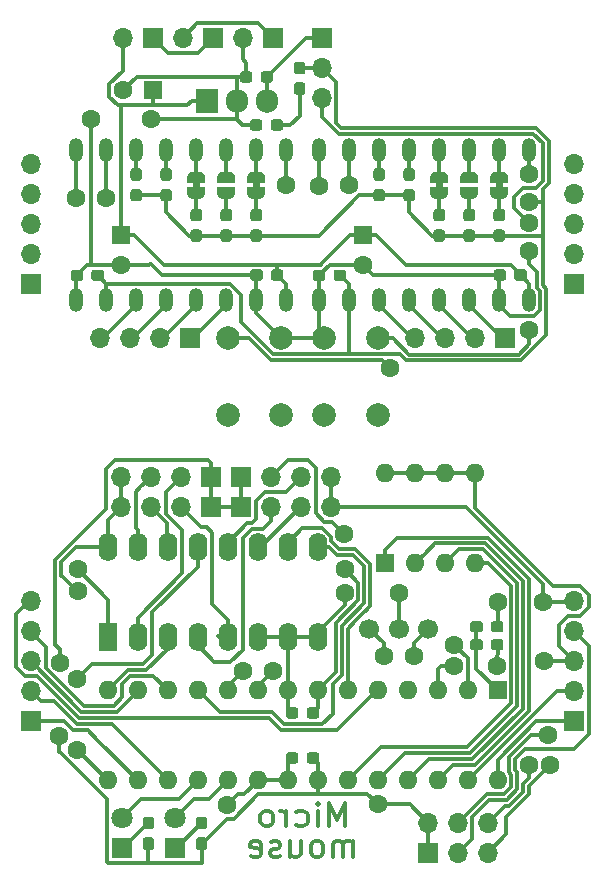
<source format=gbr>
G04 #@! TF.GenerationSoftware,KiCad,Pcbnew,5.0.1*
G04 #@! TF.CreationDate,2018-11-08T11:53:45-05:00*
G04 #@! TF.ProjectId,micromouse,6D6963726F6D6F7573652E6B69636164,rev?*
G04 #@! TF.SameCoordinates,PX8f0d180PY5f5e100*
G04 #@! TF.FileFunction,Copper,L2,Bot,Mixed*
G04 #@! TF.FilePolarity,Positive*
%FSLAX46Y46*%
G04 Gerber Fmt 4.6, Leading zero omitted, Abs format (unit mm)*
G04 Created by KiCad (PCBNEW 5.0.1) date Thu 08 Nov 2018 11:53:45 AM EST*
%MOMM*%
%LPD*%
G01*
G04 APERTURE LIST*
G04 #@! TA.AperFunction,NonConductor*
%ADD10C,0.300000*%
G04 #@! TD*
G04 #@! TA.AperFunction,Conductor*
%ADD11C,0.100000*%
G04 #@! TD*
G04 #@! TA.AperFunction,SMDPad,CuDef*
%ADD12C,0.950000*%
G04 #@! TD*
G04 #@! TA.AperFunction,ComponentPad*
%ADD13R,1.700000X1.700000*%
G04 #@! TD*
G04 #@! TA.AperFunction,ComponentPad*
%ADD14O,1.700000X1.700000*%
G04 #@! TD*
G04 #@! TA.AperFunction,ComponentPad*
%ADD15C,1.800000*%
G04 #@! TD*
G04 #@! TA.AperFunction,ComponentPad*
%ADD16R,1.800000X1.800000*%
G04 #@! TD*
G04 #@! TA.AperFunction,ComponentPad*
%ADD17R,1.600000X1.600000*%
G04 #@! TD*
G04 #@! TA.AperFunction,ComponentPad*
%ADD18C,1.600000*%
G04 #@! TD*
G04 #@! TA.AperFunction,ComponentPad*
%ADD19R,1.905000X2.000000*%
G04 #@! TD*
G04 #@! TA.AperFunction,ComponentPad*
%ADD20O,1.905000X2.000000*%
G04 #@! TD*
G04 #@! TA.AperFunction,ComponentPad*
%ADD21C,1.700000*%
G04 #@! TD*
G04 #@! TA.AperFunction,ComponentPad*
%ADD22O,1.600000X1.600000*%
G04 #@! TD*
G04 #@! TA.AperFunction,ComponentPad*
%ADD23C,2.000000*%
G04 #@! TD*
G04 #@! TA.AperFunction,ComponentPad*
%ADD24R,1.600000X2.400000*%
G04 #@! TD*
G04 #@! TA.AperFunction,ComponentPad*
%ADD25O,1.600000X2.400000*%
G04 #@! TD*
G04 #@! TA.AperFunction,SMDPad,CuDef*
%ADD26C,0.500000*%
G04 #@! TD*
G04 #@! TA.AperFunction,ComponentPad*
%ADD27O,1.200000X2.000000*%
G04 #@! TD*
G04 #@! TA.AperFunction,ViaPad*
%ADD28C,1.600000*%
G04 #@! TD*
G04 #@! TA.AperFunction,Conductor*
%ADD29C,0.300000*%
G04 #@! TD*
G04 APERTURE END LIST*
D10*
X4308333Y-35054761D02*
X4308333Y-33721428D01*
X4308333Y-33911904D02*
X4213095Y-33816666D01*
X4022619Y-33721428D01*
X3736904Y-33721428D01*
X3546428Y-33816666D01*
X3451190Y-34007142D01*
X3451190Y-35054761D01*
X3451190Y-34007142D02*
X3355952Y-33816666D01*
X3165476Y-33721428D01*
X2879761Y-33721428D01*
X2689285Y-33816666D01*
X2594047Y-34007142D01*
X2594047Y-35054761D01*
X1355952Y-35054761D02*
X1546428Y-34959523D01*
X1641666Y-34864285D01*
X1736904Y-34673809D01*
X1736904Y-34102380D01*
X1641666Y-33911904D01*
X1546428Y-33816666D01*
X1355952Y-33721428D01*
X1070238Y-33721428D01*
X879761Y-33816666D01*
X784523Y-33911904D01*
X689285Y-34102380D01*
X689285Y-34673809D01*
X784523Y-34864285D01*
X879761Y-34959523D01*
X1070238Y-35054761D01*
X1355952Y-35054761D01*
X-1025000Y-33721428D02*
X-1025000Y-35054761D01*
X-167858Y-33721428D02*
X-167858Y-34769047D01*
X-263096Y-34959523D01*
X-453572Y-35054761D01*
X-739286Y-35054761D01*
X-929762Y-34959523D01*
X-1025000Y-34864285D01*
X-1882143Y-34959523D02*
X-2072620Y-35054761D01*
X-2453572Y-35054761D01*
X-2644048Y-34959523D01*
X-2739286Y-34769047D01*
X-2739286Y-34673809D01*
X-2644048Y-34483333D01*
X-2453572Y-34388095D01*
X-2167858Y-34388095D01*
X-1977381Y-34292857D01*
X-1882143Y-34102380D01*
X-1882143Y-34007142D01*
X-1977381Y-33816666D01*
X-2167858Y-33721428D01*
X-2453572Y-33721428D01*
X-2644048Y-33816666D01*
X-4358334Y-34959523D02*
X-4167858Y-35054761D01*
X-3786905Y-35054761D01*
X-3596429Y-34959523D01*
X-3501191Y-34769047D01*
X-3501191Y-34007142D01*
X-3596429Y-33816666D01*
X-3786905Y-33721428D01*
X-4167858Y-33721428D01*
X-4358334Y-33816666D01*
X-4453572Y-34007142D01*
X-4453572Y-34197619D01*
X-3501191Y-34388095D01*
X3573809Y-32454761D02*
X3573809Y-30454761D01*
X2907142Y-31883333D01*
X2240476Y-30454761D01*
X2240476Y-32454761D01*
X1288095Y-32454761D02*
X1288095Y-31121428D01*
X1288095Y-30454761D02*
X1383333Y-30550000D01*
X1288095Y-30645238D01*
X1192857Y-30550000D01*
X1288095Y-30454761D01*
X1288095Y-30645238D01*
X-521429Y-32359523D02*
X-330953Y-32454761D01*
X50000Y-32454761D01*
X240476Y-32359523D01*
X335714Y-32264285D01*
X430952Y-32073809D01*
X430952Y-31502380D01*
X335714Y-31311904D01*
X240476Y-31216666D01*
X50000Y-31121428D01*
X-330953Y-31121428D01*
X-521429Y-31216666D01*
X-1378572Y-32454761D02*
X-1378572Y-31121428D01*
X-1378572Y-31502380D02*
X-1473810Y-31311904D01*
X-1569048Y-31216666D01*
X-1759524Y-31121428D01*
X-1950000Y-31121428D01*
X-2902381Y-32454761D02*
X-2711905Y-32359523D01*
X-2616667Y-32264285D01*
X-2521429Y-32073809D01*
X-2521429Y-31502380D01*
X-2616667Y-31311904D01*
X-2711905Y-31216666D01*
X-2902381Y-31121428D01*
X-3188096Y-31121428D01*
X-3378572Y-31216666D01*
X-3473810Y-31311904D01*
X-3569048Y-31502380D01*
X-3569048Y-32073809D01*
X-3473810Y-32264285D01*
X-3378572Y-32359523D01*
X-3188096Y-32454761D01*
X-2902381Y-32454761D01*
D11*
G04 #@! TO.N,Net-(C8-Pad1)*
G04 #@! TO.C,C8*
G36*
X-2724821Y31462056D02*
X-2701766Y31458637D01*
X-2679157Y31452973D01*
X-2657213Y31445121D01*
X-2636143Y31435156D01*
X-2616152Y31423174D01*
X-2597432Y31409290D01*
X-2580162Y31393638D01*
X-2564510Y31376368D01*
X-2550626Y31357648D01*
X-2538644Y31337657D01*
X-2528679Y31316587D01*
X-2520827Y31294643D01*
X-2515163Y31272034D01*
X-2511744Y31248979D01*
X-2510600Y31225700D01*
X-2510600Y30750700D01*
X-2511744Y30727421D01*
X-2515163Y30704366D01*
X-2520827Y30681757D01*
X-2528679Y30659813D01*
X-2538644Y30638743D01*
X-2550626Y30618752D01*
X-2564510Y30600032D01*
X-2580162Y30582762D01*
X-2597432Y30567110D01*
X-2616152Y30553226D01*
X-2636143Y30541244D01*
X-2657213Y30531279D01*
X-2679157Y30523427D01*
X-2701766Y30517763D01*
X-2724821Y30514344D01*
X-2748100Y30513200D01*
X-3323100Y30513200D01*
X-3346379Y30514344D01*
X-3369434Y30517763D01*
X-3392043Y30523427D01*
X-3413987Y30531279D01*
X-3435057Y30541244D01*
X-3455048Y30553226D01*
X-3473768Y30567110D01*
X-3491038Y30582762D01*
X-3506690Y30600032D01*
X-3520574Y30618752D01*
X-3532556Y30638743D01*
X-3542521Y30659813D01*
X-3550373Y30681757D01*
X-3556037Y30704366D01*
X-3559456Y30727421D01*
X-3560600Y30750700D01*
X-3560600Y31225700D01*
X-3559456Y31248979D01*
X-3556037Y31272034D01*
X-3550373Y31294643D01*
X-3542521Y31316587D01*
X-3532556Y31337657D01*
X-3520574Y31357648D01*
X-3506690Y31376368D01*
X-3491038Y31393638D01*
X-3473768Y31409290D01*
X-3455048Y31423174D01*
X-3435057Y31435156D01*
X-3413987Y31445121D01*
X-3392043Y31452973D01*
X-3369434Y31458637D01*
X-3346379Y31462056D01*
X-3323100Y31463200D01*
X-2748100Y31463200D01*
X-2724821Y31462056D01*
X-2724821Y31462056D01*
G37*
D12*
G04 #@! TD*
G04 #@! TO.P,C8,1*
G04 #@! TO.N,Net-(C8-Pad1)*
X-3035600Y30988200D03*
D11*
G04 #@! TO.N,GND*
G04 #@! TO.C,C8*
G36*
X-4474821Y31462056D02*
X-4451766Y31458637D01*
X-4429157Y31452973D01*
X-4407213Y31445121D01*
X-4386143Y31435156D01*
X-4366152Y31423174D01*
X-4347432Y31409290D01*
X-4330162Y31393638D01*
X-4314510Y31376368D01*
X-4300626Y31357648D01*
X-4288644Y31337657D01*
X-4278679Y31316587D01*
X-4270827Y31294643D01*
X-4265163Y31272034D01*
X-4261744Y31248979D01*
X-4260600Y31225700D01*
X-4260600Y30750700D01*
X-4261744Y30727421D01*
X-4265163Y30704366D01*
X-4270827Y30681757D01*
X-4278679Y30659813D01*
X-4288644Y30638743D01*
X-4300626Y30618752D01*
X-4314510Y30600032D01*
X-4330162Y30582762D01*
X-4347432Y30567110D01*
X-4366152Y30553226D01*
X-4386143Y30541244D01*
X-4407213Y30531279D01*
X-4429157Y30523427D01*
X-4451766Y30517763D01*
X-4474821Y30514344D01*
X-4498100Y30513200D01*
X-5073100Y30513200D01*
X-5096379Y30514344D01*
X-5119434Y30517763D01*
X-5142043Y30523427D01*
X-5163987Y30531279D01*
X-5185057Y30541244D01*
X-5205048Y30553226D01*
X-5223768Y30567110D01*
X-5241038Y30582762D01*
X-5256690Y30600032D01*
X-5270574Y30618752D01*
X-5282556Y30638743D01*
X-5292521Y30659813D01*
X-5300373Y30681757D01*
X-5306037Y30704366D01*
X-5309456Y30727421D01*
X-5310600Y30750700D01*
X-5310600Y31225700D01*
X-5309456Y31248979D01*
X-5306037Y31272034D01*
X-5300373Y31294643D01*
X-5292521Y31316587D01*
X-5282556Y31337657D01*
X-5270574Y31357648D01*
X-5256690Y31376368D01*
X-5241038Y31393638D01*
X-5223768Y31409290D01*
X-5205048Y31423174D01*
X-5185057Y31435156D01*
X-5163987Y31445121D01*
X-5142043Y31452973D01*
X-5119434Y31458637D01*
X-5096379Y31462056D01*
X-5073100Y31463200D01*
X-4498100Y31463200D01*
X-4474821Y31462056D01*
X-4474821Y31462056D01*
G37*
D12*
G04 #@! TD*
G04 #@! TO.P,C8,2*
G04 #@! TO.N,GND*
X-4785600Y30988200D03*
D13*
G04 #@! TO.P,J2,1*
G04 #@! TO.N,GNDD*
X10604200Y-34696200D03*
D14*
G04 #@! TO.P,J2,2*
X10604200Y-32156200D03*
G04 #@! TO.P,J2,3*
G04 #@! TO.N,/USB_5V*
X13144200Y-34696200D03*
G04 #@! TO.P,J2,4*
G04 #@! TO.N,/RX*
X13144200Y-32156200D03*
G04 #@! TO.P,J2,5*
G04 #@! TO.N,/TX*
X15684200Y-34696200D03*
G04 #@! TO.P,J2,6*
G04 #@! TO.N,Net-(C9-Pad2)*
X15684200Y-32156200D03*
G04 #@! TD*
D11*
G04 #@! TO.N,Net-(D1-Pad1)*
G04 #@! TO.C,D1*
G36*
X19179Y30524056D02*
X42234Y30520637D01*
X64843Y30514973D01*
X86787Y30507121D01*
X107857Y30497156D01*
X127848Y30485174D01*
X146568Y30471290D01*
X163838Y30455638D01*
X179490Y30438368D01*
X193374Y30419648D01*
X205356Y30399657D01*
X215321Y30378587D01*
X223173Y30356643D01*
X228837Y30334034D01*
X232256Y30310979D01*
X233400Y30287700D01*
X233400Y29712700D01*
X232256Y29689421D01*
X228837Y29666366D01*
X223173Y29643757D01*
X215321Y29621813D01*
X205356Y29600743D01*
X193374Y29580752D01*
X179490Y29562032D01*
X163838Y29544762D01*
X146568Y29529110D01*
X127848Y29515226D01*
X107857Y29503244D01*
X86787Y29493279D01*
X64843Y29485427D01*
X42234Y29479763D01*
X19179Y29476344D01*
X-4100Y29475200D01*
X-479100Y29475200D01*
X-502379Y29476344D01*
X-525434Y29479763D01*
X-548043Y29485427D01*
X-569987Y29493279D01*
X-591057Y29503244D01*
X-611048Y29515226D01*
X-629768Y29529110D01*
X-647038Y29544762D01*
X-662690Y29562032D01*
X-676574Y29580752D01*
X-688556Y29600743D01*
X-698521Y29621813D01*
X-706373Y29643757D01*
X-712037Y29666366D01*
X-715456Y29689421D01*
X-716600Y29712700D01*
X-716600Y30287700D01*
X-715456Y30310979D01*
X-712037Y30334034D01*
X-706373Y30356643D01*
X-698521Y30378587D01*
X-688556Y30399657D01*
X-676574Y30419648D01*
X-662690Y30438368D01*
X-647038Y30455638D01*
X-629768Y30471290D01*
X-611048Y30485174D01*
X-591057Y30497156D01*
X-569987Y30507121D01*
X-548043Y30514973D01*
X-525434Y30520637D01*
X-502379Y30524056D01*
X-479100Y30525200D01*
X-4100Y30525200D01*
X19179Y30524056D01*
X19179Y30524056D01*
G37*
D12*
G04 #@! TD*
G04 #@! TO.P,D1,1*
G04 #@! TO.N,Net-(D1-Pad1)*
X-241600Y30000200D03*
D11*
G04 #@! TO.N,+5V*
G04 #@! TO.C,D1*
G36*
X19179Y32274056D02*
X42234Y32270637D01*
X64843Y32264973D01*
X86787Y32257121D01*
X107857Y32247156D01*
X127848Y32235174D01*
X146568Y32221290D01*
X163838Y32205638D01*
X179490Y32188368D01*
X193374Y32169648D01*
X205356Y32149657D01*
X215321Y32128587D01*
X223173Y32106643D01*
X228837Y32084034D01*
X232256Y32060979D01*
X233400Y32037700D01*
X233400Y31462700D01*
X232256Y31439421D01*
X228837Y31416366D01*
X223173Y31393757D01*
X215321Y31371813D01*
X205356Y31350743D01*
X193374Y31330752D01*
X179490Y31312032D01*
X163838Y31294762D01*
X146568Y31279110D01*
X127848Y31265226D01*
X107857Y31253244D01*
X86787Y31243279D01*
X64843Y31235427D01*
X42234Y31229763D01*
X19179Y31226344D01*
X-4100Y31225200D01*
X-479100Y31225200D01*
X-502379Y31226344D01*
X-525434Y31229763D01*
X-548043Y31235427D01*
X-569987Y31243279D01*
X-591057Y31253244D01*
X-611048Y31265226D01*
X-629768Y31279110D01*
X-647038Y31294762D01*
X-662690Y31312032D01*
X-676574Y31330752D01*
X-688556Y31350743D01*
X-698521Y31371813D01*
X-706373Y31393757D01*
X-712037Y31416366D01*
X-715456Y31439421D01*
X-716600Y31462700D01*
X-716600Y32037700D01*
X-715456Y32060979D01*
X-712037Y32084034D01*
X-706373Y32106643D01*
X-698521Y32128587D01*
X-688556Y32149657D01*
X-676574Y32169648D01*
X-662690Y32188368D01*
X-647038Y32205638D01*
X-629768Y32221290D01*
X-611048Y32235174D01*
X-591057Y32247156D01*
X-569987Y32257121D01*
X-548043Y32264973D01*
X-525434Y32270637D01*
X-502379Y32274056D01*
X-479100Y32275200D01*
X-4100Y32275200D01*
X19179Y32274056D01*
X19179Y32274056D01*
G37*
D12*
G04 #@! TD*
G04 #@! TO.P,D1,2*
G04 #@! TO.N,+5V*
X-241600Y31750200D03*
D15*
G04 #@! TO.P,D2,2*
G04 #@! TO.N,/LED1*
X-10800000Y-31785000D03*
D16*
G04 #@! TO.P,D2,1*
G04 #@! TO.N,Net-(D2-Pad1)*
X-10800000Y-34325000D03*
G04 #@! TD*
G04 #@! TO.P,D3,1*
G04 #@! TO.N,Net-(D3-Pad1)*
X-15300000Y-34325000D03*
D15*
G04 #@! TO.P,D3,2*
G04 #@! TO.N,/LED2*
X-15300000Y-31785000D03*
G04 #@! TD*
D17*
G04 #@! TO.P,C10,1*
G04 #@! TO.N,+BATT*
X5100000Y17600000D03*
D18*
G04 #@! TO.P,C10,2*
G04 #@! TO.N,GND*
X5100000Y15100000D03*
G04 #@! TD*
D19*
G04 #@! TO.P,U2,1*
G04 #@! TO.N,+BATT*
X-8128000Y28956000D03*
D20*
G04 #@! TO.P,U2,2*
G04 #@! TO.N,GND*
X-5588000Y28956000D03*
G04 #@! TO.P,U2,3*
G04 #@! TO.N,Net-(C8-Pad1)*
X-3048000Y28956000D03*
G04 #@! TD*
D21*
G04 #@! TO.P,Y1,1*
G04 #@! TO.N,/XTAL1*
X10628000Y-15748000D03*
G04 #@! TO.P,Y1,2*
G04 #@! TO.N,GNDD*
X8128000Y-15748000D03*
G04 #@! TO.P,Y1,3*
G04 #@! TO.N,/XTAL2*
X5628000Y-15748000D03*
G04 #@! TD*
D14*
G04 #@! TO.P,J1,5*
G04 #@! TO.N,+5VD*
X23000000Y-13420000D03*
G04 #@! TO.P,J1,4*
G04 #@! TO.N,/USB_5V*
X23000000Y-15960000D03*
G04 #@! TO.P,J1,3*
G04 #@! TO.N,GNDD*
X23000000Y-18500000D03*
G04 #@! TO.P,J1,2*
G04 #@! TO.N,/BTN2*
X23000000Y-21040000D03*
D13*
G04 #@! TO.P,J1,1*
G04 #@! TO.N,/BTN1*
X23000000Y-23580000D03*
G04 #@! TD*
G04 #@! TO.P,J8,1*
G04 #@! TO.N,/BTN1_T*
X23000000Y13420000D03*
D14*
G04 #@! TO.P,J8,2*
G04 #@! TO.N,/BTN2_T*
X23000000Y15960000D03*
G04 #@! TO.P,J8,3*
G04 #@! TO.N,GND*
X23000000Y18500000D03*
G04 #@! TO.P,J8,4*
G04 #@! TO.N,/USB_5V_T*
X23000000Y21040000D03*
G04 #@! TO.P,J8,5*
G04 #@! TO.N,+5V*
X23000000Y23580000D03*
G04 #@! TD*
D13*
G04 #@! TO.P,J9,1*
G04 #@! TO.N,/RIGHT_DIR*
X-23000000Y-23580000D03*
D14*
G04 #@! TO.P,J9,2*
G04 #@! TO.N,/RIGHT_STEP*
X-23000000Y-21040000D03*
G04 #@! TO.P,J9,3*
G04 #@! TO.N,/LEFT_DIR*
X-23000000Y-18500000D03*
G04 #@! TO.P,J9,4*
G04 #@! TO.N,/LEFT_STEP*
X-23000000Y-15960000D03*
G04 #@! TO.P,J9,5*
G04 #@! TO.N,/M_ENABLE*
X-23000000Y-13420000D03*
G04 #@! TD*
D13*
G04 #@! TO.P,J12,1*
G04 #@! TO.N,/RIGHT_DIR_T*
X-23000000Y13420000D03*
D14*
G04 #@! TO.P,J12,2*
G04 #@! TO.N,/RIGHT_STEP_T*
X-23000000Y15960000D03*
G04 #@! TO.P,J12,3*
G04 #@! TO.N,/LEFT_DIR_T*
X-23000000Y18500000D03*
G04 #@! TO.P,J12,4*
G04 #@! TO.N,/LEFT_STEP_T*
X-23000000Y21040000D03*
G04 #@! TO.P,J12,5*
G04 #@! TO.N,/M_ENABLE_T*
X-23000000Y23580000D03*
G04 #@! TD*
G04 #@! TO.P,BT1,2*
G04 #@! TO.N,Net-(BT1-Pad2)*
X-10160000Y34290000D03*
D13*
G04 #@! TO.P,BT1,1*
G04 #@! TO.N,Net-(BT1-Pad1)*
X-7620000Y34290000D03*
G04 #@! TD*
G04 #@! TO.P,BT2,1*
G04 #@! TO.N,Net-(BT1-Pad2)*
X-2540000Y34290000D03*
D14*
G04 #@! TO.P,BT2,2*
G04 #@! TO.N,GND*
X-5080000Y34290000D03*
G04 #@! TD*
D13*
G04 #@! TO.P,SW1,1*
G04 #@! TO.N,Net-(BT1-Pad1)*
X-12700000Y34290000D03*
D14*
G04 #@! TO.P,SW1,2*
G04 #@! TO.N,+BATT*
X-15240000Y34290000D03*
G04 #@! TD*
D17*
G04 #@! TO.P,U1,1*
G04 #@! TO.N,/RST*
X16510000Y-20955000D03*
D22*
G04 #@! TO.P,U1,15*
G04 #@! TO.N,/SENSE_TRIG*
X-16510000Y-28575000D03*
G04 #@! TO.P,U1,2*
G04 #@! TO.N,/RX*
X13970000Y-20955000D03*
G04 #@! TO.P,U1,16*
G04 #@! TO.N,/RIGHT_DIR*
X-13970000Y-28575000D03*
G04 #@! TO.P,U1,3*
G04 #@! TO.N,/TX*
X11430000Y-20955000D03*
G04 #@! TO.P,U1,17*
G04 #@! TO.N,/RIGHT_STEP*
X-11430000Y-28575000D03*
G04 #@! TO.P,U1,4*
G04 #@! TO.N,Net-(U1-Pad4)*
X8890000Y-20955000D03*
G04 #@! TO.P,U1,18*
G04 #@! TO.N,/LED2*
X-8890000Y-28575000D03*
G04 #@! TO.P,U1,5*
G04 #@! TO.N,/M_ENABLE*
X6350000Y-20955000D03*
G04 #@! TO.P,U1,19*
G04 #@! TO.N,/LED1*
X-6350000Y-28575000D03*
G04 #@! TO.P,U1,6*
G04 #@! TO.N,/SENSE_SEL_0*
X3810000Y-20955000D03*
G04 #@! TO.P,U1,20*
G04 #@! TO.N,+5VD*
X-3810000Y-28575000D03*
G04 #@! TO.P,U1,7*
X1270000Y-20955000D03*
G04 #@! TO.P,U1,21*
X-1270000Y-28575000D03*
G04 #@! TO.P,U1,8*
G04 #@! TO.N,GNDD*
X-1270000Y-20955000D03*
G04 #@! TO.P,U1,22*
X1270000Y-28575000D03*
G04 #@! TO.P,U1,9*
G04 #@! TO.N,/XTAL1*
X-3810000Y-20955000D03*
G04 #@! TO.P,U1,23*
G04 #@! TO.N,Net-(SW3-Pad4)*
X3810000Y-28575000D03*
G04 #@! TO.P,U1,10*
G04 #@! TO.N,/XTAL2*
X-6350000Y-20955000D03*
G04 #@! TO.P,U1,24*
G04 #@! TO.N,Net-(SW3-Pad3)*
X6350000Y-28575000D03*
G04 #@! TO.P,U1,11*
G04 #@! TO.N,/SENSE_SEL_1*
X-8890000Y-20955000D03*
G04 #@! TO.P,U1,25*
G04 #@! TO.N,Net-(SW3-Pad2)*
X8890000Y-28575000D03*
G04 #@! TO.P,U1,12*
G04 #@! TO.N,/LEFT_STEP*
X-11430000Y-20955000D03*
G04 #@! TO.P,U1,26*
G04 #@! TO.N,Net-(SW3-Pad1)*
X11430000Y-28575000D03*
G04 #@! TO.P,U1,13*
G04 #@! TO.N,/LEFT_DIR*
X-13970000Y-20955000D03*
G04 #@! TO.P,U1,27*
G04 #@! TO.N,/BTN2*
X13970000Y-28575000D03*
G04 #@! TO.P,U1,14*
G04 #@! TO.N,/SENSE_ECHO*
X-16510000Y-20955000D03*
G04 #@! TO.P,U1,28*
G04 #@! TO.N,/BTN1*
X16510000Y-28575000D03*
G04 #@! TD*
D23*
G04 #@! TO.P,SW5,2*
G04 #@! TO.N,GND*
X1850000Y8890000D03*
G04 #@! TO.P,SW5,1*
G04 #@! TO.N,/BTN2_T*
X6350000Y8890000D03*
G04 #@! TO.P,SW5,2*
G04 #@! TO.N,GND*
X1850000Y2390000D03*
G04 #@! TO.P,SW5,1*
G04 #@! TO.N,/BTN2_T*
X6350000Y2390000D03*
G04 #@! TD*
D18*
G04 #@! TO.P,C11,2*
G04 #@! TO.N,GND*
X-15200000Y29845000D03*
D17*
G04 #@! TO.P,C11,1*
G04 #@! TO.N,+BATT*
X-12700000Y29845000D03*
G04 #@! TD*
D13*
G04 #@! TO.P,J7,1*
G04 #@! TO.N,GNDD*
X-5220000Y-5410000D03*
D14*
G04 #@! TO.P,J7,2*
G04 #@! TO.N,/BACK_ECHO*
X-2680000Y-5410000D03*
G04 #@! TO.P,J7,3*
G04 #@! TO.N,/BACK_TRIG*
X-140000Y-5410000D03*
G04 #@! TO.P,J7,4*
G04 #@! TO.N,+5VD*
X2400000Y-5410000D03*
G04 #@! TD*
D24*
G04 #@! TO.P,U5,1*
G04 #@! TO.N,/RIGHT_ECHO*
X-16510000Y-16459000D03*
D25*
G04 #@! TO.P,U5,9*
G04 #@! TO.N,/SENSE_SEL_1*
X1270000Y-8839000D03*
G04 #@! TO.P,U5,2*
G04 #@! TO.N,/LEFT_ECHO*
X-13970000Y-16459000D03*
G04 #@! TO.P,U5,10*
G04 #@! TO.N,/SENSE_SEL_0*
X-1270000Y-8839000D03*
G04 #@! TO.P,U5,3*
G04 #@! TO.N,/SENSE_ECHO*
X-11430000Y-16459000D03*
G04 #@! TO.P,U5,11*
G04 #@! TO.N,/BACK_TRIG*
X-3810000Y-8839000D03*
G04 #@! TO.P,U5,4*
G04 #@! TO.N,/BACK_ECHO*
X-8890000Y-16459000D03*
G04 #@! TO.P,U5,12*
G04 #@! TO.N,/RIGHT_TRIG*
X-6350000Y-8839000D03*
G04 #@! TO.P,U5,5*
G04 #@! TO.N,/FRONT_ECHO*
X-6350000Y-16459000D03*
G04 #@! TO.P,U5,13*
G04 #@! TO.N,/SENSE_TRIG*
X-8890000Y-8839000D03*
G04 #@! TO.P,U5,6*
G04 #@! TO.N,GNDD*
X-3810000Y-16459000D03*
G04 #@! TO.P,U5,14*
G04 #@! TO.N,/FRONT_TRIG*
X-11430000Y-8839000D03*
G04 #@! TO.P,U5,7*
G04 #@! TO.N,GNDD*
X-1270000Y-16459000D03*
G04 #@! TO.P,U5,15*
G04 #@! TO.N,/LEFT_TRIG*
X-13970000Y-8839000D03*
G04 #@! TO.P,U5,8*
G04 #@! TO.N,GNDD*
X1270000Y-16459000D03*
G04 #@! TO.P,U5,16*
G04 #@! TO.N,+5VD*
X-16510000Y-8839000D03*
G04 #@! TD*
D11*
G04 #@! TO.N,GNDD*
G04 #@! TO.C,C1*
G36*
X1185779Y-26196144D02*
X1208834Y-26199563D01*
X1231443Y-26205227D01*
X1253387Y-26213079D01*
X1274457Y-26223044D01*
X1294448Y-26235026D01*
X1313168Y-26248910D01*
X1330438Y-26264562D01*
X1346090Y-26281832D01*
X1359974Y-26300552D01*
X1371956Y-26320543D01*
X1381921Y-26341613D01*
X1389773Y-26363557D01*
X1395437Y-26386166D01*
X1398856Y-26409221D01*
X1400000Y-26432500D01*
X1400000Y-26907500D01*
X1398856Y-26930779D01*
X1395437Y-26953834D01*
X1389773Y-26976443D01*
X1381921Y-26998387D01*
X1371956Y-27019457D01*
X1359974Y-27039448D01*
X1346090Y-27058168D01*
X1330438Y-27075438D01*
X1313168Y-27091090D01*
X1294448Y-27104974D01*
X1274457Y-27116956D01*
X1253387Y-27126921D01*
X1231443Y-27134773D01*
X1208834Y-27140437D01*
X1185779Y-27143856D01*
X1162500Y-27145000D01*
X587500Y-27145000D01*
X564221Y-27143856D01*
X541166Y-27140437D01*
X518557Y-27134773D01*
X496613Y-27126921D01*
X475543Y-27116956D01*
X455552Y-27104974D01*
X436832Y-27091090D01*
X419562Y-27075438D01*
X403910Y-27058168D01*
X390026Y-27039448D01*
X378044Y-27019457D01*
X368079Y-26998387D01*
X360227Y-26976443D01*
X354563Y-26953834D01*
X351144Y-26930779D01*
X350000Y-26907500D01*
X350000Y-26432500D01*
X351144Y-26409221D01*
X354563Y-26386166D01*
X360227Y-26363557D01*
X368079Y-26341613D01*
X378044Y-26320543D01*
X390026Y-26300552D01*
X403910Y-26281832D01*
X419562Y-26264562D01*
X436832Y-26248910D01*
X455552Y-26235026D01*
X475543Y-26223044D01*
X496613Y-26213079D01*
X518557Y-26205227D01*
X541166Y-26199563D01*
X564221Y-26196144D01*
X587500Y-26195000D01*
X1162500Y-26195000D01*
X1185779Y-26196144D01*
X1185779Y-26196144D01*
G37*
D12*
G04 #@! TD*
G04 #@! TO.P,C1,2*
G04 #@! TO.N,GNDD*
X875000Y-26670000D03*
D11*
G04 #@! TO.N,+5VD*
G04 #@! TO.C,C1*
G36*
X-564221Y-26196144D02*
X-541166Y-26199563D01*
X-518557Y-26205227D01*
X-496613Y-26213079D01*
X-475543Y-26223044D01*
X-455552Y-26235026D01*
X-436832Y-26248910D01*
X-419562Y-26264562D01*
X-403910Y-26281832D01*
X-390026Y-26300552D01*
X-378044Y-26320543D01*
X-368079Y-26341613D01*
X-360227Y-26363557D01*
X-354563Y-26386166D01*
X-351144Y-26409221D01*
X-350000Y-26432500D01*
X-350000Y-26907500D01*
X-351144Y-26930779D01*
X-354563Y-26953834D01*
X-360227Y-26976443D01*
X-368079Y-26998387D01*
X-378044Y-27019457D01*
X-390026Y-27039448D01*
X-403910Y-27058168D01*
X-419562Y-27075438D01*
X-436832Y-27091090D01*
X-455552Y-27104974D01*
X-475543Y-27116956D01*
X-496613Y-27126921D01*
X-518557Y-27134773D01*
X-541166Y-27140437D01*
X-564221Y-27143856D01*
X-587500Y-27145000D01*
X-1162500Y-27145000D01*
X-1185779Y-27143856D01*
X-1208834Y-27140437D01*
X-1231443Y-27134773D01*
X-1253387Y-27126921D01*
X-1274457Y-27116956D01*
X-1294448Y-27104974D01*
X-1313168Y-27091090D01*
X-1330438Y-27075438D01*
X-1346090Y-27058168D01*
X-1359974Y-27039448D01*
X-1371956Y-27019457D01*
X-1381921Y-26998387D01*
X-1389773Y-26976443D01*
X-1395437Y-26953834D01*
X-1398856Y-26930779D01*
X-1400000Y-26907500D01*
X-1400000Y-26432500D01*
X-1398856Y-26409221D01*
X-1395437Y-26386166D01*
X-1389773Y-26363557D01*
X-1381921Y-26341613D01*
X-1371956Y-26320543D01*
X-1359974Y-26300552D01*
X-1346090Y-26281832D01*
X-1330438Y-26264562D01*
X-1313168Y-26248910D01*
X-1294448Y-26235026D01*
X-1274457Y-26223044D01*
X-1253387Y-26213079D01*
X-1231443Y-26205227D01*
X-1208834Y-26199563D01*
X-1185779Y-26196144D01*
X-1162500Y-26195000D01*
X-587500Y-26195000D01*
X-564221Y-26196144D01*
X-564221Y-26196144D01*
G37*
D12*
G04 #@! TD*
G04 #@! TO.P,C1,1*
G04 #@! TO.N,+5VD*
X-875000Y-26670000D03*
D11*
G04 #@! TO.N,+5VD*
G04 #@! TO.C,C2*
G36*
X1185779Y-22386144D02*
X1208834Y-22389563D01*
X1231443Y-22395227D01*
X1253387Y-22403079D01*
X1274457Y-22413044D01*
X1294448Y-22425026D01*
X1313168Y-22438910D01*
X1330438Y-22454562D01*
X1346090Y-22471832D01*
X1359974Y-22490552D01*
X1371956Y-22510543D01*
X1381921Y-22531613D01*
X1389773Y-22553557D01*
X1395437Y-22576166D01*
X1398856Y-22599221D01*
X1400000Y-22622500D01*
X1400000Y-23097500D01*
X1398856Y-23120779D01*
X1395437Y-23143834D01*
X1389773Y-23166443D01*
X1381921Y-23188387D01*
X1371956Y-23209457D01*
X1359974Y-23229448D01*
X1346090Y-23248168D01*
X1330438Y-23265438D01*
X1313168Y-23281090D01*
X1294448Y-23294974D01*
X1274457Y-23306956D01*
X1253387Y-23316921D01*
X1231443Y-23324773D01*
X1208834Y-23330437D01*
X1185779Y-23333856D01*
X1162500Y-23335000D01*
X587500Y-23335000D01*
X564221Y-23333856D01*
X541166Y-23330437D01*
X518557Y-23324773D01*
X496613Y-23316921D01*
X475543Y-23306956D01*
X455552Y-23294974D01*
X436832Y-23281090D01*
X419562Y-23265438D01*
X403910Y-23248168D01*
X390026Y-23229448D01*
X378044Y-23209457D01*
X368079Y-23188387D01*
X360227Y-23166443D01*
X354563Y-23143834D01*
X351144Y-23120779D01*
X350000Y-23097500D01*
X350000Y-22622500D01*
X351144Y-22599221D01*
X354563Y-22576166D01*
X360227Y-22553557D01*
X368079Y-22531613D01*
X378044Y-22510543D01*
X390026Y-22490552D01*
X403910Y-22471832D01*
X419562Y-22454562D01*
X436832Y-22438910D01*
X455552Y-22425026D01*
X475543Y-22413044D01*
X496613Y-22403079D01*
X518557Y-22395227D01*
X541166Y-22389563D01*
X564221Y-22386144D01*
X587500Y-22385000D01*
X1162500Y-22385000D01*
X1185779Y-22386144D01*
X1185779Y-22386144D01*
G37*
D12*
G04 #@! TD*
G04 #@! TO.P,C2,1*
G04 #@! TO.N,+5VD*
X875000Y-22860000D03*
D11*
G04 #@! TO.N,GNDD*
G04 #@! TO.C,C2*
G36*
X-564221Y-22386144D02*
X-541166Y-22389563D01*
X-518557Y-22395227D01*
X-496613Y-22403079D01*
X-475543Y-22413044D01*
X-455552Y-22425026D01*
X-436832Y-22438910D01*
X-419562Y-22454562D01*
X-403910Y-22471832D01*
X-390026Y-22490552D01*
X-378044Y-22510543D01*
X-368079Y-22531613D01*
X-360227Y-22553557D01*
X-354563Y-22576166D01*
X-351144Y-22599221D01*
X-350000Y-22622500D01*
X-350000Y-23097500D01*
X-351144Y-23120779D01*
X-354563Y-23143834D01*
X-360227Y-23166443D01*
X-368079Y-23188387D01*
X-378044Y-23209457D01*
X-390026Y-23229448D01*
X-403910Y-23248168D01*
X-419562Y-23265438D01*
X-436832Y-23281090D01*
X-455552Y-23294974D01*
X-475543Y-23306956D01*
X-496613Y-23316921D01*
X-518557Y-23324773D01*
X-541166Y-23330437D01*
X-564221Y-23333856D01*
X-587500Y-23335000D01*
X-1162500Y-23335000D01*
X-1185779Y-23333856D01*
X-1208834Y-23330437D01*
X-1231443Y-23324773D01*
X-1253387Y-23316921D01*
X-1274457Y-23306956D01*
X-1294448Y-23294974D01*
X-1313168Y-23281090D01*
X-1330438Y-23265438D01*
X-1346090Y-23248168D01*
X-1359974Y-23229448D01*
X-1371956Y-23209457D01*
X-1381921Y-23188387D01*
X-1389773Y-23166443D01*
X-1395437Y-23143834D01*
X-1398856Y-23120779D01*
X-1400000Y-23097500D01*
X-1400000Y-22622500D01*
X-1398856Y-22599221D01*
X-1395437Y-22576166D01*
X-1389773Y-22553557D01*
X-1381921Y-22531613D01*
X-1371956Y-22510543D01*
X-1359974Y-22490552D01*
X-1346090Y-22471832D01*
X-1330438Y-22454562D01*
X-1313168Y-22438910D01*
X-1294448Y-22425026D01*
X-1274457Y-22413044D01*
X-1253387Y-22403079D01*
X-1231443Y-22395227D01*
X-1208834Y-22389563D01*
X-1185779Y-22386144D01*
X-1162500Y-22385000D01*
X-587500Y-22385000D01*
X-564221Y-22386144D01*
X-564221Y-22386144D01*
G37*
D12*
G04 #@! TD*
G04 #@! TO.P,C2,2*
G04 #@! TO.N,GNDD*
X-875000Y-22860000D03*
D11*
G04 #@! TO.N,+5V*
G04 #@! TO.C,C3*
G36*
X-17039221Y14673856D02*
X-17016166Y14670437D01*
X-16993557Y14664773D01*
X-16971613Y14656921D01*
X-16950543Y14646956D01*
X-16930552Y14634974D01*
X-16911832Y14621090D01*
X-16894562Y14605438D01*
X-16878910Y14588168D01*
X-16865026Y14569448D01*
X-16853044Y14549457D01*
X-16843079Y14528387D01*
X-16835227Y14506443D01*
X-16829563Y14483834D01*
X-16826144Y14460779D01*
X-16825000Y14437500D01*
X-16825000Y13962500D01*
X-16826144Y13939221D01*
X-16829563Y13916166D01*
X-16835227Y13893557D01*
X-16843079Y13871613D01*
X-16853044Y13850543D01*
X-16865026Y13830552D01*
X-16878910Y13811832D01*
X-16894562Y13794562D01*
X-16911832Y13778910D01*
X-16930552Y13765026D01*
X-16950543Y13753044D01*
X-16971613Y13743079D01*
X-16993557Y13735227D01*
X-17016166Y13729563D01*
X-17039221Y13726144D01*
X-17062500Y13725000D01*
X-17637500Y13725000D01*
X-17660779Y13726144D01*
X-17683834Y13729563D01*
X-17706443Y13735227D01*
X-17728387Y13743079D01*
X-17749457Y13753044D01*
X-17769448Y13765026D01*
X-17788168Y13778910D01*
X-17805438Y13794562D01*
X-17821090Y13811832D01*
X-17834974Y13830552D01*
X-17846956Y13850543D01*
X-17856921Y13871613D01*
X-17864773Y13893557D01*
X-17870437Y13916166D01*
X-17873856Y13939221D01*
X-17875000Y13962500D01*
X-17875000Y14437500D01*
X-17873856Y14460779D01*
X-17870437Y14483834D01*
X-17864773Y14506443D01*
X-17856921Y14528387D01*
X-17846956Y14549457D01*
X-17834974Y14569448D01*
X-17821090Y14588168D01*
X-17805438Y14605438D01*
X-17788168Y14621090D01*
X-17769448Y14634974D01*
X-17749457Y14646956D01*
X-17728387Y14656921D01*
X-17706443Y14664773D01*
X-17683834Y14670437D01*
X-17660779Y14673856D01*
X-17637500Y14675000D01*
X-17062500Y14675000D01*
X-17039221Y14673856D01*
X-17039221Y14673856D01*
G37*
D12*
G04 #@! TD*
G04 #@! TO.P,C3,1*
G04 #@! TO.N,+5V*
X-17350000Y14200000D03*
D11*
G04 #@! TO.N,GND*
G04 #@! TO.C,C3*
G36*
X-18789221Y14673856D02*
X-18766166Y14670437D01*
X-18743557Y14664773D01*
X-18721613Y14656921D01*
X-18700543Y14646956D01*
X-18680552Y14634974D01*
X-18661832Y14621090D01*
X-18644562Y14605438D01*
X-18628910Y14588168D01*
X-18615026Y14569448D01*
X-18603044Y14549457D01*
X-18593079Y14528387D01*
X-18585227Y14506443D01*
X-18579563Y14483834D01*
X-18576144Y14460779D01*
X-18575000Y14437500D01*
X-18575000Y13962500D01*
X-18576144Y13939221D01*
X-18579563Y13916166D01*
X-18585227Y13893557D01*
X-18593079Y13871613D01*
X-18603044Y13850543D01*
X-18615026Y13830552D01*
X-18628910Y13811832D01*
X-18644562Y13794562D01*
X-18661832Y13778910D01*
X-18680552Y13765026D01*
X-18700543Y13753044D01*
X-18721613Y13743079D01*
X-18743557Y13735227D01*
X-18766166Y13729563D01*
X-18789221Y13726144D01*
X-18812500Y13725000D01*
X-19387500Y13725000D01*
X-19410779Y13726144D01*
X-19433834Y13729563D01*
X-19456443Y13735227D01*
X-19478387Y13743079D01*
X-19499457Y13753044D01*
X-19519448Y13765026D01*
X-19538168Y13778910D01*
X-19555438Y13794562D01*
X-19571090Y13811832D01*
X-19584974Y13830552D01*
X-19596956Y13850543D01*
X-19606921Y13871613D01*
X-19614773Y13893557D01*
X-19620437Y13916166D01*
X-19623856Y13939221D01*
X-19625000Y13962500D01*
X-19625000Y14437500D01*
X-19623856Y14460779D01*
X-19620437Y14483834D01*
X-19614773Y14506443D01*
X-19606921Y14528387D01*
X-19596956Y14549457D01*
X-19584974Y14569448D01*
X-19571090Y14588168D01*
X-19555438Y14605438D01*
X-19538168Y14621090D01*
X-19519448Y14634974D01*
X-19499457Y14646956D01*
X-19478387Y14656921D01*
X-19456443Y14664773D01*
X-19433834Y14670437D01*
X-19410779Y14673856D01*
X-19387500Y14675000D01*
X-18812500Y14675000D01*
X-18789221Y14673856D01*
X-18789221Y14673856D01*
G37*
D12*
G04 #@! TD*
G04 #@! TO.P,C3,2*
G04 #@! TO.N,GND*
X-19100000Y14200000D03*
D11*
G04 #@! TO.N,GND*
G04 #@! TO.C,C4*
G36*
X1710779Y14673856D02*
X1733834Y14670437D01*
X1756443Y14664773D01*
X1778387Y14656921D01*
X1799457Y14646956D01*
X1819448Y14634974D01*
X1838168Y14621090D01*
X1855438Y14605438D01*
X1871090Y14588168D01*
X1884974Y14569448D01*
X1896956Y14549457D01*
X1906921Y14528387D01*
X1914773Y14506443D01*
X1920437Y14483834D01*
X1923856Y14460779D01*
X1925000Y14437500D01*
X1925000Y13962500D01*
X1923856Y13939221D01*
X1920437Y13916166D01*
X1914773Y13893557D01*
X1906921Y13871613D01*
X1896956Y13850543D01*
X1884974Y13830552D01*
X1871090Y13811832D01*
X1855438Y13794562D01*
X1838168Y13778910D01*
X1819448Y13765026D01*
X1799457Y13753044D01*
X1778387Y13743079D01*
X1756443Y13735227D01*
X1733834Y13729563D01*
X1710779Y13726144D01*
X1687500Y13725000D01*
X1112500Y13725000D01*
X1089221Y13726144D01*
X1066166Y13729563D01*
X1043557Y13735227D01*
X1021613Y13743079D01*
X1000543Y13753044D01*
X980552Y13765026D01*
X961832Y13778910D01*
X944562Y13794562D01*
X928910Y13811832D01*
X915026Y13830552D01*
X903044Y13850543D01*
X893079Y13871613D01*
X885227Y13893557D01*
X879563Y13916166D01*
X876144Y13939221D01*
X875000Y13962500D01*
X875000Y14437500D01*
X876144Y14460779D01*
X879563Y14483834D01*
X885227Y14506443D01*
X893079Y14528387D01*
X903044Y14549457D01*
X915026Y14569448D01*
X928910Y14588168D01*
X944562Y14605438D01*
X961832Y14621090D01*
X980552Y14634974D01*
X1000543Y14646956D01*
X1021613Y14656921D01*
X1043557Y14664773D01*
X1066166Y14670437D01*
X1089221Y14673856D01*
X1112500Y14675000D01*
X1687500Y14675000D01*
X1710779Y14673856D01*
X1710779Y14673856D01*
G37*
D12*
G04 #@! TD*
G04 #@! TO.P,C4,2*
G04 #@! TO.N,GND*
X1400000Y14200000D03*
D11*
G04 #@! TO.N,+5V*
G04 #@! TO.C,C4*
G36*
X3460779Y14673856D02*
X3483834Y14670437D01*
X3506443Y14664773D01*
X3528387Y14656921D01*
X3549457Y14646956D01*
X3569448Y14634974D01*
X3588168Y14621090D01*
X3605438Y14605438D01*
X3621090Y14588168D01*
X3634974Y14569448D01*
X3646956Y14549457D01*
X3656921Y14528387D01*
X3664773Y14506443D01*
X3670437Y14483834D01*
X3673856Y14460779D01*
X3675000Y14437500D01*
X3675000Y13962500D01*
X3673856Y13939221D01*
X3670437Y13916166D01*
X3664773Y13893557D01*
X3656921Y13871613D01*
X3646956Y13850543D01*
X3634974Y13830552D01*
X3621090Y13811832D01*
X3605438Y13794562D01*
X3588168Y13778910D01*
X3569448Y13765026D01*
X3549457Y13753044D01*
X3528387Y13743079D01*
X3506443Y13735227D01*
X3483834Y13729563D01*
X3460779Y13726144D01*
X3437500Y13725000D01*
X2862500Y13725000D01*
X2839221Y13726144D01*
X2816166Y13729563D01*
X2793557Y13735227D01*
X2771613Y13743079D01*
X2750543Y13753044D01*
X2730552Y13765026D01*
X2711832Y13778910D01*
X2694562Y13794562D01*
X2678910Y13811832D01*
X2665026Y13830552D01*
X2653044Y13850543D01*
X2643079Y13871613D01*
X2635227Y13893557D01*
X2629563Y13916166D01*
X2626144Y13939221D01*
X2625000Y13962500D01*
X2625000Y14437500D01*
X2626144Y14460779D01*
X2629563Y14483834D01*
X2635227Y14506443D01*
X2643079Y14528387D01*
X2653044Y14549457D01*
X2665026Y14569448D01*
X2678910Y14588168D01*
X2694562Y14605438D01*
X2711832Y14621090D01*
X2730552Y14634974D01*
X2750543Y14646956D01*
X2771613Y14656921D01*
X2793557Y14664773D01*
X2816166Y14670437D01*
X2839221Y14673856D01*
X2862500Y14675000D01*
X3437500Y14675000D01*
X3460779Y14673856D01*
X3460779Y14673856D01*
G37*
D12*
G04 #@! TD*
G04 #@! TO.P,C4,1*
G04 #@! TO.N,+5V*
X3150000Y14200000D03*
D17*
G04 #@! TO.P,C5,1*
G04 #@! TO.N,+BATT*
X-15400000Y17600000D03*
D18*
G04 #@! TO.P,C5,2*
G04 #@! TO.N,GND*
X-15400000Y15100000D03*
G04 #@! TD*
D11*
G04 #@! TO.N,GND*
G04 #@! TO.C,C6*
G36*
X17010779Y14697856D02*
X17033834Y14694437D01*
X17056443Y14688773D01*
X17078387Y14680921D01*
X17099457Y14670956D01*
X17119448Y14658974D01*
X17138168Y14645090D01*
X17155438Y14629438D01*
X17171090Y14612168D01*
X17184974Y14593448D01*
X17196956Y14573457D01*
X17206921Y14552387D01*
X17214773Y14530443D01*
X17220437Y14507834D01*
X17223856Y14484779D01*
X17225000Y14461500D01*
X17225000Y13986500D01*
X17223856Y13963221D01*
X17220437Y13940166D01*
X17214773Y13917557D01*
X17206921Y13895613D01*
X17196956Y13874543D01*
X17184974Y13854552D01*
X17171090Y13835832D01*
X17155438Y13818562D01*
X17138168Y13802910D01*
X17119448Y13789026D01*
X17099457Y13777044D01*
X17078387Y13767079D01*
X17056443Y13759227D01*
X17033834Y13753563D01*
X17010779Y13750144D01*
X16987500Y13749000D01*
X16412500Y13749000D01*
X16389221Y13750144D01*
X16366166Y13753563D01*
X16343557Y13759227D01*
X16321613Y13767079D01*
X16300543Y13777044D01*
X16280552Y13789026D01*
X16261832Y13802910D01*
X16244562Y13818562D01*
X16228910Y13835832D01*
X16215026Y13854552D01*
X16203044Y13874543D01*
X16193079Y13895613D01*
X16185227Y13917557D01*
X16179563Y13940166D01*
X16176144Y13963221D01*
X16175000Y13986500D01*
X16175000Y14461500D01*
X16176144Y14484779D01*
X16179563Y14507834D01*
X16185227Y14530443D01*
X16193079Y14552387D01*
X16203044Y14573457D01*
X16215026Y14593448D01*
X16228910Y14612168D01*
X16244562Y14629438D01*
X16261832Y14645090D01*
X16280552Y14658974D01*
X16300543Y14670956D01*
X16321613Y14680921D01*
X16343557Y14688773D01*
X16366166Y14694437D01*
X16389221Y14697856D01*
X16412500Y14699000D01*
X16987500Y14699000D01*
X17010779Y14697856D01*
X17010779Y14697856D01*
G37*
D12*
G04 #@! TD*
G04 #@! TO.P,C6,2*
G04 #@! TO.N,GND*
X16700000Y14224000D03*
D11*
G04 #@! TO.N,+BATT*
G04 #@! TO.C,C6*
G36*
X18760779Y14697856D02*
X18783834Y14694437D01*
X18806443Y14688773D01*
X18828387Y14680921D01*
X18849457Y14670956D01*
X18869448Y14658974D01*
X18888168Y14645090D01*
X18905438Y14629438D01*
X18921090Y14612168D01*
X18934974Y14593448D01*
X18946956Y14573457D01*
X18956921Y14552387D01*
X18964773Y14530443D01*
X18970437Y14507834D01*
X18973856Y14484779D01*
X18975000Y14461500D01*
X18975000Y13986500D01*
X18973856Y13963221D01*
X18970437Y13940166D01*
X18964773Y13917557D01*
X18956921Y13895613D01*
X18946956Y13874543D01*
X18934974Y13854552D01*
X18921090Y13835832D01*
X18905438Y13818562D01*
X18888168Y13802910D01*
X18869448Y13789026D01*
X18849457Y13777044D01*
X18828387Y13767079D01*
X18806443Y13759227D01*
X18783834Y13753563D01*
X18760779Y13750144D01*
X18737500Y13749000D01*
X18162500Y13749000D01*
X18139221Y13750144D01*
X18116166Y13753563D01*
X18093557Y13759227D01*
X18071613Y13767079D01*
X18050543Y13777044D01*
X18030552Y13789026D01*
X18011832Y13802910D01*
X17994562Y13818562D01*
X17978910Y13835832D01*
X17965026Y13854552D01*
X17953044Y13874543D01*
X17943079Y13895613D01*
X17935227Y13917557D01*
X17929563Y13940166D01*
X17926144Y13963221D01*
X17925000Y13986500D01*
X17925000Y14461500D01*
X17926144Y14484779D01*
X17929563Y14507834D01*
X17935227Y14530443D01*
X17943079Y14552387D01*
X17953044Y14573457D01*
X17965026Y14593448D01*
X17978910Y14612168D01*
X17994562Y14629438D01*
X18011832Y14645090D01*
X18030552Y14658974D01*
X18050543Y14670956D01*
X18071613Y14680921D01*
X18093557Y14688773D01*
X18116166Y14694437D01*
X18139221Y14697856D01*
X18162500Y14699000D01*
X18737500Y14699000D01*
X18760779Y14697856D01*
X18760779Y14697856D01*
G37*
D12*
G04 #@! TD*
G04 #@! TO.P,C6,1*
G04 #@! TO.N,+BATT*
X18450000Y14224000D03*
D11*
G04 #@! TO.N,+BATT*
G04 #@! TO.C,C7*
G36*
X-1839221Y14697856D02*
X-1816166Y14694437D01*
X-1793557Y14688773D01*
X-1771613Y14680921D01*
X-1750543Y14670956D01*
X-1730552Y14658974D01*
X-1711832Y14645090D01*
X-1694562Y14629438D01*
X-1678910Y14612168D01*
X-1665026Y14593448D01*
X-1653044Y14573457D01*
X-1643079Y14552387D01*
X-1635227Y14530443D01*
X-1629563Y14507834D01*
X-1626144Y14484779D01*
X-1625000Y14461500D01*
X-1625000Y13986500D01*
X-1626144Y13963221D01*
X-1629563Y13940166D01*
X-1635227Y13917557D01*
X-1643079Y13895613D01*
X-1653044Y13874543D01*
X-1665026Y13854552D01*
X-1678910Y13835832D01*
X-1694562Y13818562D01*
X-1711832Y13802910D01*
X-1730552Y13789026D01*
X-1750543Y13777044D01*
X-1771613Y13767079D01*
X-1793557Y13759227D01*
X-1816166Y13753563D01*
X-1839221Y13750144D01*
X-1862500Y13749000D01*
X-2437500Y13749000D01*
X-2460779Y13750144D01*
X-2483834Y13753563D01*
X-2506443Y13759227D01*
X-2528387Y13767079D01*
X-2549457Y13777044D01*
X-2569448Y13789026D01*
X-2588168Y13802910D01*
X-2605438Y13818562D01*
X-2621090Y13835832D01*
X-2634974Y13854552D01*
X-2646956Y13874543D01*
X-2656921Y13895613D01*
X-2664773Y13917557D01*
X-2670437Y13940166D01*
X-2673856Y13963221D01*
X-2675000Y13986500D01*
X-2675000Y14461500D01*
X-2673856Y14484779D01*
X-2670437Y14507834D01*
X-2664773Y14530443D01*
X-2656921Y14552387D01*
X-2646956Y14573457D01*
X-2634974Y14593448D01*
X-2621090Y14612168D01*
X-2605438Y14629438D01*
X-2588168Y14645090D01*
X-2569448Y14658974D01*
X-2549457Y14670956D01*
X-2528387Y14680921D01*
X-2506443Y14688773D01*
X-2483834Y14694437D01*
X-2460779Y14697856D01*
X-2437500Y14699000D01*
X-1862500Y14699000D01*
X-1839221Y14697856D01*
X-1839221Y14697856D01*
G37*
D12*
G04 #@! TD*
G04 #@! TO.P,C7,1*
G04 #@! TO.N,+BATT*
X-2150000Y14224000D03*
D11*
G04 #@! TO.N,GND*
G04 #@! TO.C,C7*
G36*
X-3589221Y14697856D02*
X-3566166Y14694437D01*
X-3543557Y14688773D01*
X-3521613Y14680921D01*
X-3500543Y14670956D01*
X-3480552Y14658974D01*
X-3461832Y14645090D01*
X-3444562Y14629438D01*
X-3428910Y14612168D01*
X-3415026Y14593448D01*
X-3403044Y14573457D01*
X-3393079Y14552387D01*
X-3385227Y14530443D01*
X-3379563Y14507834D01*
X-3376144Y14484779D01*
X-3375000Y14461500D01*
X-3375000Y13986500D01*
X-3376144Y13963221D01*
X-3379563Y13940166D01*
X-3385227Y13917557D01*
X-3393079Y13895613D01*
X-3403044Y13874543D01*
X-3415026Y13854552D01*
X-3428910Y13835832D01*
X-3444562Y13818562D01*
X-3461832Y13802910D01*
X-3480552Y13789026D01*
X-3500543Y13777044D01*
X-3521613Y13767079D01*
X-3543557Y13759227D01*
X-3566166Y13753563D01*
X-3589221Y13750144D01*
X-3612500Y13749000D01*
X-4187500Y13749000D01*
X-4210779Y13750144D01*
X-4233834Y13753563D01*
X-4256443Y13759227D01*
X-4278387Y13767079D01*
X-4299457Y13777044D01*
X-4319448Y13789026D01*
X-4338168Y13802910D01*
X-4355438Y13818562D01*
X-4371090Y13835832D01*
X-4384974Y13854552D01*
X-4396956Y13874543D01*
X-4406921Y13895613D01*
X-4414773Y13917557D01*
X-4420437Y13940166D01*
X-4423856Y13963221D01*
X-4425000Y13986500D01*
X-4425000Y14461500D01*
X-4423856Y14484779D01*
X-4420437Y14507834D01*
X-4414773Y14530443D01*
X-4406921Y14552387D01*
X-4396956Y14573457D01*
X-4384974Y14593448D01*
X-4371090Y14612168D01*
X-4355438Y14629438D01*
X-4338168Y14645090D01*
X-4319448Y14658974D01*
X-4299457Y14670956D01*
X-4278387Y14680921D01*
X-4256443Y14688773D01*
X-4233834Y14694437D01*
X-4210779Y14697856D01*
X-4187500Y14699000D01*
X-3612500Y14699000D01*
X-3589221Y14697856D01*
X-3589221Y14697856D01*
G37*
D12*
G04 #@! TD*
G04 #@! TO.P,C7,2*
G04 #@! TO.N,GND*
X-3900000Y14224000D03*
D11*
G04 #@! TO.N,Net-(C9-Pad2)*
G04 #@! TO.C,C9*
G36*
X16779778Y-16620144D02*
X16802833Y-16623563D01*
X16825442Y-16629227D01*
X16847386Y-16637079D01*
X16868456Y-16647044D01*
X16888447Y-16659026D01*
X16907167Y-16672910D01*
X16924437Y-16688562D01*
X16940089Y-16705832D01*
X16953973Y-16724552D01*
X16965955Y-16744543D01*
X16975920Y-16765613D01*
X16983772Y-16787557D01*
X16989436Y-16810166D01*
X16992855Y-16833221D01*
X16993999Y-16856500D01*
X16993999Y-17331500D01*
X16992855Y-17354779D01*
X16989436Y-17377834D01*
X16983772Y-17400443D01*
X16975920Y-17422387D01*
X16965955Y-17443457D01*
X16953973Y-17463448D01*
X16940089Y-17482168D01*
X16924437Y-17499438D01*
X16907167Y-17515090D01*
X16888447Y-17528974D01*
X16868456Y-17540956D01*
X16847386Y-17550921D01*
X16825442Y-17558773D01*
X16802833Y-17564437D01*
X16779778Y-17567856D01*
X16756499Y-17569000D01*
X16181499Y-17569000D01*
X16158220Y-17567856D01*
X16135165Y-17564437D01*
X16112556Y-17558773D01*
X16090612Y-17550921D01*
X16069542Y-17540956D01*
X16049551Y-17528974D01*
X16030831Y-17515090D01*
X16013561Y-17499438D01*
X15997909Y-17482168D01*
X15984025Y-17463448D01*
X15972043Y-17443457D01*
X15962078Y-17422387D01*
X15954226Y-17400443D01*
X15948562Y-17377834D01*
X15945143Y-17354779D01*
X15943999Y-17331500D01*
X15943999Y-16856500D01*
X15945143Y-16833221D01*
X15948562Y-16810166D01*
X15954226Y-16787557D01*
X15962078Y-16765613D01*
X15972043Y-16744543D01*
X15984025Y-16724552D01*
X15997909Y-16705832D01*
X16013561Y-16688562D01*
X16030831Y-16672910D01*
X16049551Y-16659026D01*
X16069542Y-16647044D01*
X16090612Y-16637079D01*
X16112556Y-16629227D01*
X16135165Y-16623563D01*
X16158220Y-16620144D01*
X16181499Y-16619000D01*
X16756499Y-16619000D01*
X16779778Y-16620144D01*
X16779778Y-16620144D01*
G37*
D12*
G04 #@! TD*
G04 #@! TO.P,C9,2*
G04 #@! TO.N,Net-(C9-Pad2)*
X16468999Y-17094000D03*
D11*
G04 #@! TO.N,/RST*
G04 #@! TO.C,C9*
G36*
X15029778Y-16620144D02*
X15052833Y-16623563D01*
X15075442Y-16629227D01*
X15097386Y-16637079D01*
X15118456Y-16647044D01*
X15138447Y-16659026D01*
X15157167Y-16672910D01*
X15174437Y-16688562D01*
X15190089Y-16705832D01*
X15203973Y-16724552D01*
X15215955Y-16744543D01*
X15225920Y-16765613D01*
X15233772Y-16787557D01*
X15239436Y-16810166D01*
X15242855Y-16833221D01*
X15243999Y-16856500D01*
X15243999Y-17331500D01*
X15242855Y-17354779D01*
X15239436Y-17377834D01*
X15233772Y-17400443D01*
X15225920Y-17422387D01*
X15215955Y-17443457D01*
X15203973Y-17463448D01*
X15190089Y-17482168D01*
X15174437Y-17499438D01*
X15157167Y-17515090D01*
X15138447Y-17528974D01*
X15118456Y-17540956D01*
X15097386Y-17550921D01*
X15075442Y-17558773D01*
X15052833Y-17564437D01*
X15029778Y-17567856D01*
X15006499Y-17569000D01*
X14431499Y-17569000D01*
X14408220Y-17567856D01*
X14385165Y-17564437D01*
X14362556Y-17558773D01*
X14340612Y-17550921D01*
X14319542Y-17540956D01*
X14299551Y-17528974D01*
X14280831Y-17515090D01*
X14263561Y-17499438D01*
X14247909Y-17482168D01*
X14234025Y-17463448D01*
X14222043Y-17443457D01*
X14212078Y-17422387D01*
X14204226Y-17400443D01*
X14198562Y-17377834D01*
X14195143Y-17354779D01*
X14193999Y-17331500D01*
X14193999Y-16856500D01*
X14195143Y-16833221D01*
X14198562Y-16810166D01*
X14204226Y-16787557D01*
X14212078Y-16765613D01*
X14222043Y-16744543D01*
X14234025Y-16724552D01*
X14247909Y-16705832D01*
X14263561Y-16688562D01*
X14280831Y-16672910D01*
X14299551Y-16659026D01*
X14319542Y-16647044D01*
X14340612Y-16637079D01*
X14362556Y-16629227D01*
X14385165Y-16623563D01*
X14408220Y-16620144D01*
X14431499Y-16619000D01*
X15006499Y-16619000D01*
X15029778Y-16620144D01*
X15029778Y-16620144D01*
G37*
D12*
G04 #@! TD*
G04 #@! TO.P,C9,1*
G04 #@! TO.N,/RST*
X14718999Y-17094000D03*
D13*
G04 #@! TO.P,J3,1*
G04 #@! TO.N,Net-(C8-Pad1)*
X1651000Y34290000D03*
D14*
G04 #@! TO.P,J3,2*
G04 #@! TO.N,+5V*
X1651000Y31750000D03*
G04 #@! TO.P,J3,3*
G04 #@! TO.N,/USB_5V_T*
X1651000Y29210000D03*
G04 #@! TD*
G04 #@! TO.P,J4,4*
G04 #@! TO.N,+5VD*
X-15380000Y-5410000D03*
G04 #@! TO.P,J4,3*
G04 #@! TO.N,/FRONT_TRIG*
X-12840000Y-5410000D03*
G04 #@! TO.P,J4,2*
G04 #@! TO.N,/FRONT_ECHO*
X-10300000Y-5410000D03*
D13*
G04 #@! TO.P,J4,1*
G04 #@! TO.N,GNDD*
X-7760000Y-5410000D03*
G04 #@! TD*
G04 #@! TO.P,J5,1*
G04 #@! TO.N,GNDD*
X-7760000Y-2870000D03*
D14*
G04 #@! TO.P,J5,2*
G04 #@! TO.N,/LEFT_ECHO*
X-10300000Y-2870000D03*
G04 #@! TO.P,J5,3*
G04 #@! TO.N,/LEFT_TRIG*
X-12840000Y-2870000D03*
G04 #@! TO.P,J5,4*
G04 #@! TO.N,+5VD*
X-15380000Y-2870000D03*
G04 #@! TD*
G04 #@! TO.P,J6,4*
G04 #@! TO.N,+5VD*
X2400000Y-2870000D03*
G04 #@! TO.P,J6,3*
G04 #@! TO.N,/RIGHT_TRIG*
X-140000Y-2870000D03*
G04 #@! TO.P,J6,2*
G04 #@! TO.N,/RIGHT_ECHO*
X-2680000Y-2870000D03*
D13*
G04 #@! TO.P,J6,1*
G04 #@! TO.N,GNDD*
X-5220000Y-2870000D03*
G04 #@! TD*
D26*
G04 #@! TO.P,JP1,2*
G04 #@! TO.N,Net-(JP1-Pad2)*
X16637000Y22479001D03*
D11*
G04 #@! TD*
G04 #@! TO.N,Net-(JP1-Pad2)*
G04 #@! TO.C,JP1*
G36*
X15887602Y22479001D02*
X15887602Y22503535D01*
X15892412Y22552366D01*
X15901984Y22600491D01*
X15916228Y22647446D01*
X15935005Y22692779D01*
X15958136Y22736052D01*
X15985396Y22776851D01*
X16016524Y22814780D01*
X16051221Y22849477D01*
X16089150Y22880605D01*
X16129949Y22907865D01*
X16173222Y22930996D01*
X16218555Y22949773D01*
X16265510Y22964017D01*
X16313635Y22973589D01*
X16362466Y22978399D01*
X16387000Y22978399D01*
X16387000Y22979001D01*
X16887000Y22979001D01*
X16887000Y22978399D01*
X16911534Y22978399D01*
X16960365Y22973589D01*
X17008490Y22964017D01*
X17055445Y22949773D01*
X17100778Y22930996D01*
X17144051Y22907865D01*
X17184850Y22880605D01*
X17222779Y22849477D01*
X17257476Y22814780D01*
X17288604Y22776851D01*
X17315864Y22736052D01*
X17338995Y22692779D01*
X17357772Y22647446D01*
X17372016Y22600491D01*
X17381588Y22552366D01*
X17386398Y22503535D01*
X17386398Y22479001D01*
X17387000Y22479001D01*
X17387000Y21979001D01*
X15887000Y21979001D01*
X15887000Y22479001D01*
X15887602Y22479001D01*
X15887602Y22479001D01*
G37*
D26*
G04 #@! TO.P,JP1,1*
G04 #@! TO.N,Net-(JP1-Pad1)*
X16637000Y21179001D03*
D11*
G04 #@! TD*
G04 #@! TO.N,Net-(JP1-Pad1)*
G04 #@! TO.C,JP1*
G36*
X16337000Y21679001D02*
X16337000Y22079001D01*
X16937000Y22079001D01*
X16937000Y21679001D01*
X17387000Y21679001D01*
X17387000Y21179001D01*
X17386398Y21179001D01*
X17386398Y21154467D01*
X17381588Y21105636D01*
X17372016Y21057511D01*
X17357772Y21010556D01*
X17338995Y20965223D01*
X17315864Y20921950D01*
X17288604Y20881151D01*
X17257476Y20843222D01*
X17222779Y20808525D01*
X17184850Y20777397D01*
X17144051Y20750137D01*
X17100778Y20727006D01*
X17055445Y20708229D01*
X17008490Y20693985D01*
X16960365Y20684413D01*
X16911534Y20679603D01*
X16887000Y20679603D01*
X16887000Y20679001D01*
X16387000Y20679001D01*
X16387000Y20679603D01*
X16362466Y20679603D01*
X16313635Y20684413D01*
X16265510Y20693985D01*
X16218555Y20708229D01*
X16173222Y20727006D01*
X16129949Y20750137D01*
X16089150Y20777397D01*
X16051221Y20808525D01*
X16016524Y20843222D01*
X15985396Y20881151D01*
X15958136Y20921950D01*
X15935005Y20965223D01*
X15916228Y21010556D01*
X15901984Y21057511D01*
X15892412Y21105636D01*
X15887602Y21154467D01*
X15887602Y21179001D01*
X15887000Y21179001D01*
X15887000Y21679001D01*
X16337000Y21679001D01*
X16337000Y21679001D01*
G37*
D26*
G04 #@! TO.P,JP2,1*
G04 #@! TO.N,Net-(JP2-Pad1)*
X14097000Y21179001D03*
D11*
G04 #@! TD*
G04 #@! TO.N,Net-(JP2-Pad1)*
G04 #@! TO.C,JP2*
G36*
X14847000Y21679001D02*
X14847000Y21179001D01*
X14846398Y21179001D01*
X14846398Y21154467D01*
X14841588Y21105636D01*
X14832016Y21057511D01*
X14817772Y21010556D01*
X14798995Y20965223D01*
X14775864Y20921950D01*
X14748604Y20881151D01*
X14717476Y20843222D01*
X14682779Y20808525D01*
X14644850Y20777397D01*
X14604051Y20750137D01*
X14560778Y20727006D01*
X14515445Y20708229D01*
X14468490Y20693985D01*
X14420365Y20684413D01*
X14371534Y20679603D01*
X14347000Y20679603D01*
X14347000Y20679001D01*
X13847000Y20679001D01*
X13847000Y20679603D01*
X13822466Y20679603D01*
X13773635Y20684413D01*
X13725510Y20693985D01*
X13678555Y20708229D01*
X13633222Y20727006D01*
X13589949Y20750137D01*
X13549150Y20777397D01*
X13511221Y20808525D01*
X13476524Y20843222D01*
X13445396Y20881151D01*
X13418136Y20921950D01*
X13395005Y20965223D01*
X13376228Y21010556D01*
X13361984Y21057511D01*
X13352412Y21105636D01*
X13347602Y21154467D01*
X13347602Y21179001D01*
X13347000Y21179001D01*
X13347000Y21679001D01*
X14847000Y21679001D01*
X14847000Y21679001D01*
G37*
D26*
G04 #@! TO.P,JP2,2*
G04 #@! TO.N,Net-(JP2-Pad2)*
X14097000Y22479001D03*
D11*
G04 #@! TD*
G04 #@! TO.N,Net-(JP2-Pad2)*
G04 #@! TO.C,JP2*
G36*
X13347602Y22479001D02*
X13347602Y22503535D01*
X13352412Y22552366D01*
X13361984Y22600491D01*
X13376228Y22647446D01*
X13395005Y22692779D01*
X13418136Y22736052D01*
X13445396Y22776851D01*
X13476524Y22814780D01*
X13511221Y22849477D01*
X13549150Y22880605D01*
X13589949Y22907865D01*
X13633222Y22930996D01*
X13678555Y22949773D01*
X13725510Y22964017D01*
X13773635Y22973589D01*
X13822466Y22978399D01*
X13847000Y22978399D01*
X13847000Y22979001D01*
X14347000Y22979001D01*
X14347000Y22978399D01*
X14371534Y22978399D01*
X14420365Y22973589D01*
X14468490Y22964017D01*
X14515445Y22949773D01*
X14560778Y22930996D01*
X14604051Y22907865D01*
X14644850Y22880605D01*
X14682779Y22849477D01*
X14717476Y22814780D01*
X14748604Y22776851D01*
X14775864Y22736052D01*
X14798995Y22692779D01*
X14817772Y22647446D01*
X14832016Y22600491D01*
X14841588Y22552366D01*
X14846398Y22503535D01*
X14846398Y22479001D01*
X14847000Y22479001D01*
X14847000Y21979001D01*
X13347000Y21979001D01*
X13347000Y22479001D01*
X13347602Y22479001D01*
X13347602Y22479001D01*
G37*
D26*
G04 #@! TO.P,JP3,1*
G04 #@! TO.N,Net-(JP3-Pad1)*
X11557000Y21179001D03*
D11*
G04 #@! TD*
G04 #@! TO.N,Net-(JP3-Pad1)*
G04 #@! TO.C,JP3*
G36*
X11257000Y21679001D02*
X11257000Y22079001D01*
X11857000Y22079001D01*
X11857000Y21679001D01*
X12307000Y21679001D01*
X12307000Y21179001D01*
X12306398Y21179001D01*
X12306398Y21154467D01*
X12301588Y21105636D01*
X12292016Y21057511D01*
X12277772Y21010556D01*
X12258995Y20965223D01*
X12235864Y20921950D01*
X12208604Y20881151D01*
X12177476Y20843222D01*
X12142779Y20808525D01*
X12104850Y20777397D01*
X12064051Y20750137D01*
X12020778Y20727006D01*
X11975445Y20708229D01*
X11928490Y20693985D01*
X11880365Y20684413D01*
X11831534Y20679603D01*
X11807000Y20679603D01*
X11807000Y20679001D01*
X11307000Y20679001D01*
X11307000Y20679603D01*
X11282466Y20679603D01*
X11233635Y20684413D01*
X11185510Y20693985D01*
X11138555Y20708229D01*
X11093222Y20727006D01*
X11049949Y20750137D01*
X11009150Y20777397D01*
X10971221Y20808525D01*
X10936524Y20843222D01*
X10905396Y20881151D01*
X10878136Y20921950D01*
X10855005Y20965223D01*
X10836228Y21010556D01*
X10821984Y21057511D01*
X10812412Y21105636D01*
X10807602Y21154467D01*
X10807602Y21179001D01*
X10807000Y21179001D01*
X10807000Y21679001D01*
X11257000Y21679001D01*
X11257000Y21679001D01*
G37*
D26*
G04 #@! TO.P,JP3,2*
G04 #@! TO.N,Net-(JP3-Pad2)*
X11557000Y22479001D03*
D11*
G04 #@! TD*
G04 #@! TO.N,Net-(JP3-Pad2)*
G04 #@! TO.C,JP3*
G36*
X10807602Y22479001D02*
X10807602Y22503535D01*
X10812412Y22552366D01*
X10821984Y22600491D01*
X10836228Y22647446D01*
X10855005Y22692779D01*
X10878136Y22736052D01*
X10905396Y22776851D01*
X10936524Y22814780D01*
X10971221Y22849477D01*
X11009150Y22880605D01*
X11049949Y22907865D01*
X11093222Y22930996D01*
X11138555Y22949773D01*
X11185510Y22964017D01*
X11233635Y22973589D01*
X11282466Y22978399D01*
X11307000Y22978399D01*
X11307000Y22979001D01*
X11807000Y22979001D01*
X11807000Y22978399D01*
X11831534Y22978399D01*
X11880365Y22973589D01*
X11928490Y22964017D01*
X11975445Y22949773D01*
X12020778Y22930996D01*
X12064051Y22907865D01*
X12104850Y22880605D01*
X12142779Y22849477D01*
X12177476Y22814780D01*
X12208604Y22776851D01*
X12235864Y22736052D01*
X12258995Y22692779D01*
X12277772Y22647446D01*
X12292016Y22600491D01*
X12301588Y22552366D01*
X12306398Y22503535D01*
X12306398Y22479001D01*
X12307000Y22479001D01*
X12307000Y21979001D01*
X10807000Y21979001D01*
X10807000Y22479001D01*
X10807602Y22479001D01*
X10807602Y22479001D01*
G37*
D26*
G04 #@! TO.P,JP4,2*
G04 #@! TO.N,Net-(JP4-Pad2)*
X-3937000Y22479000D03*
D11*
G04 #@! TD*
G04 #@! TO.N,Net-(JP4-Pad2)*
G04 #@! TO.C,JP4*
G36*
X-4686398Y22479000D02*
X-4686398Y22503534D01*
X-4681588Y22552365D01*
X-4672016Y22600490D01*
X-4657772Y22647445D01*
X-4638995Y22692778D01*
X-4615864Y22736051D01*
X-4588604Y22776850D01*
X-4557476Y22814779D01*
X-4522779Y22849476D01*
X-4484850Y22880604D01*
X-4444051Y22907864D01*
X-4400778Y22930995D01*
X-4355445Y22949772D01*
X-4308490Y22964016D01*
X-4260365Y22973588D01*
X-4211534Y22978398D01*
X-4187000Y22978398D01*
X-4187000Y22979000D01*
X-3687000Y22979000D01*
X-3687000Y22978398D01*
X-3662466Y22978398D01*
X-3613635Y22973588D01*
X-3565510Y22964016D01*
X-3518555Y22949772D01*
X-3473222Y22930995D01*
X-3429949Y22907864D01*
X-3389150Y22880604D01*
X-3351221Y22849476D01*
X-3316524Y22814779D01*
X-3285396Y22776850D01*
X-3258136Y22736051D01*
X-3235005Y22692778D01*
X-3216228Y22647445D01*
X-3201984Y22600490D01*
X-3192412Y22552365D01*
X-3187602Y22503534D01*
X-3187602Y22479000D01*
X-3187000Y22479000D01*
X-3187000Y21979000D01*
X-4687000Y21979000D01*
X-4687000Y22479000D01*
X-4686398Y22479000D01*
X-4686398Y22479000D01*
G37*
D26*
G04 #@! TO.P,JP4,1*
G04 #@! TO.N,Net-(JP4-Pad1)*
X-3937000Y21179000D03*
D11*
G04 #@! TD*
G04 #@! TO.N,Net-(JP4-Pad1)*
G04 #@! TO.C,JP4*
G36*
X-4237000Y21679000D02*
X-4237000Y22079000D01*
X-3637000Y22079000D01*
X-3637000Y21679000D01*
X-3187000Y21679000D01*
X-3187000Y21179000D01*
X-3187602Y21179000D01*
X-3187602Y21154466D01*
X-3192412Y21105635D01*
X-3201984Y21057510D01*
X-3216228Y21010555D01*
X-3235005Y20965222D01*
X-3258136Y20921949D01*
X-3285396Y20881150D01*
X-3316524Y20843221D01*
X-3351221Y20808524D01*
X-3389150Y20777396D01*
X-3429949Y20750136D01*
X-3473222Y20727005D01*
X-3518555Y20708228D01*
X-3565510Y20693984D01*
X-3613635Y20684412D01*
X-3662466Y20679602D01*
X-3687000Y20679602D01*
X-3687000Y20679000D01*
X-4187000Y20679000D01*
X-4187000Y20679602D01*
X-4211534Y20679602D01*
X-4260365Y20684412D01*
X-4308490Y20693984D01*
X-4355445Y20708228D01*
X-4400778Y20727005D01*
X-4444051Y20750136D01*
X-4484850Y20777396D01*
X-4522779Y20808524D01*
X-4557476Y20843221D01*
X-4588604Y20881150D01*
X-4615864Y20921949D01*
X-4638995Y20965222D01*
X-4657772Y21010555D01*
X-4672016Y21057510D01*
X-4681588Y21105635D01*
X-4686398Y21154466D01*
X-4686398Y21179000D01*
X-4687000Y21179000D01*
X-4687000Y21679000D01*
X-4237000Y21679000D01*
X-4237000Y21679000D01*
G37*
D26*
G04 #@! TO.P,JP5,2*
G04 #@! TO.N,Net-(JP5-Pad2)*
X-6477000Y22479000D03*
D11*
G04 #@! TD*
G04 #@! TO.N,Net-(JP5-Pad2)*
G04 #@! TO.C,JP5*
G36*
X-7226398Y22479000D02*
X-7226398Y22503534D01*
X-7221588Y22552365D01*
X-7212016Y22600490D01*
X-7197772Y22647445D01*
X-7178995Y22692778D01*
X-7155864Y22736051D01*
X-7128604Y22776850D01*
X-7097476Y22814779D01*
X-7062779Y22849476D01*
X-7024850Y22880604D01*
X-6984051Y22907864D01*
X-6940778Y22930995D01*
X-6895445Y22949772D01*
X-6848490Y22964016D01*
X-6800365Y22973588D01*
X-6751534Y22978398D01*
X-6727000Y22978398D01*
X-6727000Y22979000D01*
X-6227000Y22979000D01*
X-6227000Y22978398D01*
X-6202466Y22978398D01*
X-6153635Y22973588D01*
X-6105510Y22964016D01*
X-6058555Y22949772D01*
X-6013222Y22930995D01*
X-5969949Y22907864D01*
X-5929150Y22880604D01*
X-5891221Y22849476D01*
X-5856524Y22814779D01*
X-5825396Y22776850D01*
X-5798136Y22736051D01*
X-5775005Y22692778D01*
X-5756228Y22647445D01*
X-5741984Y22600490D01*
X-5732412Y22552365D01*
X-5727602Y22503534D01*
X-5727602Y22479000D01*
X-5727000Y22479000D01*
X-5727000Y21979000D01*
X-7227000Y21979000D01*
X-7227000Y22479000D01*
X-7226398Y22479000D01*
X-7226398Y22479000D01*
G37*
D26*
G04 #@! TO.P,JP5,1*
G04 #@! TO.N,Net-(JP5-Pad1)*
X-6477000Y21179000D03*
D11*
G04 #@! TD*
G04 #@! TO.N,Net-(JP5-Pad1)*
G04 #@! TO.C,JP5*
G36*
X-5727000Y21679000D02*
X-5727000Y21179000D01*
X-5727602Y21179000D01*
X-5727602Y21154466D01*
X-5732412Y21105635D01*
X-5741984Y21057510D01*
X-5756228Y21010555D01*
X-5775005Y20965222D01*
X-5798136Y20921949D01*
X-5825396Y20881150D01*
X-5856524Y20843221D01*
X-5891221Y20808524D01*
X-5929150Y20777396D01*
X-5969949Y20750136D01*
X-6013222Y20727005D01*
X-6058555Y20708228D01*
X-6105510Y20693984D01*
X-6153635Y20684412D01*
X-6202466Y20679602D01*
X-6227000Y20679602D01*
X-6227000Y20679000D01*
X-6727000Y20679000D01*
X-6727000Y20679602D01*
X-6751534Y20679602D01*
X-6800365Y20684412D01*
X-6848490Y20693984D01*
X-6895445Y20708228D01*
X-6940778Y20727005D01*
X-6984051Y20750136D01*
X-7024850Y20777396D01*
X-7062779Y20808524D01*
X-7097476Y20843221D01*
X-7128604Y20881150D01*
X-7155864Y20921949D01*
X-7178995Y20965222D01*
X-7197772Y21010555D01*
X-7212016Y21057510D01*
X-7221588Y21105635D01*
X-7226398Y21154466D01*
X-7226398Y21179000D01*
X-7227000Y21179000D01*
X-7227000Y21679000D01*
X-5727000Y21679000D01*
X-5727000Y21679000D01*
G37*
D26*
G04 #@! TO.P,JP6,1*
G04 #@! TO.N,Net-(JP6-Pad1)*
X-9017000Y21179000D03*
D11*
G04 #@! TD*
G04 #@! TO.N,Net-(JP6-Pad1)*
G04 #@! TO.C,JP6*
G36*
X-9317000Y21679000D02*
X-9317000Y22079000D01*
X-8717000Y22079000D01*
X-8717000Y21679000D01*
X-8267000Y21679000D01*
X-8267000Y21179000D01*
X-8267602Y21179000D01*
X-8267602Y21154466D01*
X-8272412Y21105635D01*
X-8281984Y21057510D01*
X-8296228Y21010555D01*
X-8315005Y20965222D01*
X-8338136Y20921949D01*
X-8365396Y20881150D01*
X-8396524Y20843221D01*
X-8431221Y20808524D01*
X-8469150Y20777396D01*
X-8509949Y20750136D01*
X-8553222Y20727005D01*
X-8598555Y20708228D01*
X-8645510Y20693984D01*
X-8693635Y20684412D01*
X-8742466Y20679602D01*
X-8767000Y20679602D01*
X-8767000Y20679000D01*
X-9267000Y20679000D01*
X-9267000Y20679602D01*
X-9291534Y20679602D01*
X-9340365Y20684412D01*
X-9388490Y20693984D01*
X-9435445Y20708228D01*
X-9480778Y20727005D01*
X-9524051Y20750136D01*
X-9564850Y20777396D01*
X-9602779Y20808524D01*
X-9637476Y20843221D01*
X-9668604Y20881150D01*
X-9695864Y20921949D01*
X-9718995Y20965222D01*
X-9737772Y21010555D01*
X-9752016Y21057510D01*
X-9761588Y21105635D01*
X-9766398Y21154466D01*
X-9766398Y21179000D01*
X-9767000Y21179000D01*
X-9767000Y21679000D01*
X-9317000Y21679000D01*
X-9317000Y21679000D01*
G37*
D26*
G04 #@! TO.P,JP6,2*
G04 #@! TO.N,Net-(JP6-Pad2)*
X-9017000Y22479000D03*
D11*
G04 #@! TD*
G04 #@! TO.N,Net-(JP6-Pad2)*
G04 #@! TO.C,JP6*
G36*
X-9766398Y22479000D02*
X-9766398Y22503534D01*
X-9761588Y22552365D01*
X-9752016Y22600490D01*
X-9737772Y22647445D01*
X-9718995Y22692778D01*
X-9695864Y22736051D01*
X-9668604Y22776850D01*
X-9637476Y22814779D01*
X-9602779Y22849476D01*
X-9564850Y22880604D01*
X-9524051Y22907864D01*
X-9480778Y22930995D01*
X-9435445Y22949772D01*
X-9388490Y22964016D01*
X-9340365Y22973588D01*
X-9291534Y22978398D01*
X-9267000Y22978398D01*
X-9267000Y22979000D01*
X-8767000Y22979000D01*
X-8767000Y22978398D01*
X-8742466Y22978398D01*
X-8693635Y22973588D01*
X-8645510Y22964016D01*
X-8598555Y22949772D01*
X-8553222Y22930995D01*
X-8509949Y22907864D01*
X-8469150Y22880604D01*
X-8431221Y22849476D01*
X-8396524Y22814779D01*
X-8365396Y22776850D01*
X-8338136Y22736051D01*
X-8315005Y22692778D01*
X-8296228Y22647445D01*
X-8281984Y22600490D01*
X-8272412Y22552365D01*
X-8267602Y22503534D01*
X-8267602Y22479000D01*
X-8267000Y22479000D01*
X-8267000Y21979000D01*
X-9767000Y21979000D01*
X-9767000Y22479000D01*
X-9766398Y22479000D01*
X-9766398Y22479000D01*
G37*
D13*
G04 #@! TO.P,M1,1*
G04 #@! TO.N,Net-(M1-Pad1)*
X17145000Y8890000D03*
D14*
G04 #@! TO.P,M1,2*
G04 #@! TO.N,Net-(M1-Pad2)*
X14605000Y8890000D03*
G04 #@! TO.P,M1,3*
G04 #@! TO.N,Net-(M1-Pad3)*
X12065000Y8890000D03*
G04 #@! TO.P,M1,4*
G04 #@! TO.N,Net-(M1-Pad4)*
X9525000Y8890000D03*
G04 #@! TD*
D13*
G04 #@! TO.P,M2,1*
G04 #@! TO.N,Net-(M2-Pad1)*
X-9525000Y8890000D03*
D14*
G04 #@! TO.P,M2,2*
G04 #@! TO.N,Net-(M2-Pad2)*
X-12065000Y8890000D03*
G04 #@! TO.P,M2,3*
G04 #@! TO.N,Net-(M2-Pad3)*
X-14605000Y8890000D03*
G04 #@! TO.P,M2,4*
G04 #@! TO.N,Net-(M2-Pad4)*
X-17145000Y8890000D03*
G04 #@! TD*
D11*
G04 #@! TO.N,/RST*
G04 #@! TO.C,R1*
G36*
X15029778Y-15096144D02*
X15052833Y-15099563D01*
X15075442Y-15105227D01*
X15097386Y-15113079D01*
X15118456Y-15123044D01*
X15138447Y-15135026D01*
X15157167Y-15148910D01*
X15174437Y-15164562D01*
X15190089Y-15181832D01*
X15203973Y-15200552D01*
X15215955Y-15220543D01*
X15225920Y-15241613D01*
X15233772Y-15263557D01*
X15239436Y-15286166D01*
X15242855Y-15309221D01*
X15243999Y-15332500D01*
X15243999Y-15807500D01*
X15242855Y-15830779D01*
X15239436Y-15853834D01*
X15233772Y-15876443D01*
X15225920Y-15898387D01*
X15215955Y-15919457D01*
X15203973Y-15939448D01*
X15190089Y-15958168D01*
X15174437Y-15975438D01*
X15157167Y-15991090D01*
X15138447Y-16004974D01*
X15118456Y-16016956D01*
X15097386Y-16026921D01*
X15075442Y-16034773D01*
X15052833Y-16040437D01*
X15029778Y-16043856D01*
X15006499Y-16045000D01*
X14431499Y-16045000D01*
X14408220Y-16043856D01*
X14385165Y-16040437D01*
X14362556Y-16034773D01*
X14340612Y-16026921D01*
X14319542Y-16016956D01*
X14299551Y-16004974D01*
X14280831Y-15991090D01*
X14263561Y-15975438D01*
X14247909Y-15958168D01*
X14234025Y-15939448D01*
X14222043Y-15919457D01*
X14212078Y-15898387D01*
X14204226Y-15876443D01*
X14198562Y-15853834D01*
X14195143Y-15830779D01*
X14193999Y-15807500D01*
X14193999Y-15332500D01*
X14195143Y-15309221D01*
X14198562Y-15286166D01*
X14204226Y-15263557D01*
X14212078Y-15241613D01*
X14222043Y-15220543D01*
X14234025Y-15200552D01*
X14247909Y-15181832D01*
X14263561Y-15164562D01*
X14280831Y-15148910D01*
X14299551Y-15135026D01*
X14319542Y-15123044D01*
X14340612Y-15113079D01*
X14362556Y-15105227D01*
X14385165Y-15099563D01*
X14408220Y-15096144D01*
X14431499Y-15095000D01*
X15006499Y-15095000D01*
X15029778Y-15096144D01*
X15029778Y-15096144D01*
G37*
D12*
G04 #@! TD*
G04 #@! TO.P,R1,1*
G04 #@! TO.N,/RST*
X14718999Y-15570000D03*
D11*
G04 #@! TO.N,+5VD*
G04 #@! TO.C,R1*
G36*
X16779778Y-15096144D02*
X16802833Y-15099563D01*
X16825442Y-15105227D01*
X16847386Y-15113079D01*
X16868456Y-15123044D01*
X16888447Y-15135026D01*
X16907167Y-15148910D01*
X16924437Y-15164562D01*
X16940089Y-15181832D01*
X16953973Y-15200552D01*
X16965955Y-15220543D01*
X16975920Y-15241613D01*
X16983772Y-15263557D01*
X16989436Y-15286166D01*
X16992855Y-15309221D01*
X16993999Y-15332500D01*
X16993999Y-15807500D01*
X16992855Y-15830779D01*
X16989436Y-15853834D01*
X16983772Y-15876443D01*
X16975920Y-15898387D01*
X16965955Y-15919457D01*
X16953973Y-15939448D01*
X16940089Y-15958168D01*
X16924437Y-15975438D01*
X16907167Y-15991090D01*
X16888447Y-16004974D01*
X16868456Y-16016956D01*
X16847386Y-16026921D01*
X16825442Y-16034773D01*
X16802833Y-16040437D01*
X16779778Y-16043856D01*
X16756499Y-16045000D01*
X16181499Y-16045000D01*
X16158220Y-16043856D01*
X16135165Y-16040437D01*
X16112556Y-16034773D01*
X16090612Y-16026921D01*
X16069542Y-16016956D01*
X16049551Y-16004974D01*
X16030831Y-15991090D01*
X16013561Y-15975438D01*
X15997909Y-15958168D01*
X15984025Y-15939448D01*
X15972043Y-15919457D01*
X15962078Y-15898387D01*
X15954226Y-15876443D01*
X15948562Y-15853834D01*
X15945143Y-15830779D01*
X15943999Y-15807500D01*
X15943999Y-15332500D01*
X15945143Y-15309221D01*
X15948562Y-15286166D01*
X15954226Y-15263557D01*
X15962078Y-15241613D01*
X15972043Y-15220543D01*
X15984025Y-15200552D01*
X15997909Y-15181832D01*
X16013561Y-15164562D01*
X16030831Y-15148910D01*
X16049551Y-15135026D01*
X16069542Y-15123044D01*
X16090612Y-15113079D01*
X16112556Y-15105227D01*
X16135165Y-15099563D01*
X16158220Y-15096144D01*
X16181499Y-15095000D01*
X16756499Y-15095000D01*
X16779778Y-15096144D01*
X16779778Y-15096144D01*
G37*
D12*
G04 #@! TD*
G04 #@! TO.P,R1,2*
G04 #@! TO.N,+5VD*
X16468999Y-15570000D03*
D11*
G04 #@! TO.N,+5V*
G04 #@! TO.C,R2*
G36*
X16897779Y18077857D02*
X16920834Y18074438D01*
X16943443Y18068774D01*
X16965387Y18060922D01*
X16986457Y18050957D01*
X17006448Y18038975D01*
X17025168Y18025091D01*
X17042438Y18009439D01*
X17058090Y17992169D01*
X17071974Y17973449D01*
X17083956Y17953458D01*
X17093921Y17932388D01*
X17101773Y17910444D01*
X17107437Y17887835D01*
X17110856Y17864780D01*
X17112000Y17841501D01*
X17112000Y17266501D01*
X17110856Y17243222D01*
X17107437Y17220167D01*
X17101773Y17197558D01*
X17093921Y17175614D01*
X17083956Y17154544D01*
X17071974Y17134553D01*
X17058090Y17115833D01*
X17042438Y17098563D01*
X17025168Y17082911D01*
X17006448Y17069027D01*
X16986457Y17057045D01*
X16965387Y17047080D01*
X16943443Y17039228D01*
X16920834Y17033564D01*
X16897779Y17030145D01*
X16874500Y17029001D01*
X16399500Y17029001D01*
X16376221Y17030145D01*
X16353166Y17033564D01*
X16330557Y17039228D01*
X16308613Y17047080D01*
X16287543Y17057045D01*
X16267552Y17069027D01*
X16248832Y17082911D01*
X16231562Y17098563D01*
X16215910Y17115833D01*
X16202026Y17134553D01*
X16190044Y17154544D01*
X16180079Y17175614D01*
X16172227Y17197558D01*
X16166563Y17220167D01*
X16163144Y17243222D01*
X16162000Y17266501D01*
X16162000Y17841501D01*
X16163144Y17864780D01*
X16166563Y17887835D01*
X16172227Y17910444D01*
X16180079Y17932388D01*
X16190044Y17953458D01*
X16202026Y17973449D01*
X16215910Y17992169D01*
X16231562Y18009439D01*
X16248832Y18025091D01*
X16267552Y18038975D01*
X16287543Y18050957D01*
X16308613Y18060922D01*
X16330557Y18068774D01*
X16353166Y18074438D01*
X16376221Y18077857D01*
X16399500Y18079001D01*
X16874500Y18079001D01*
X16897779Y18077857D01*
X16897779Y18077857D01*
G37*
D12*
G04 #@! TD*
G04 #@! TO.P,R2,2*
G04 #@! TO.N,+5V*
X16637000Y17554001D03*
D11*
G04 #@! TO.N,Net-(JP1-Pad1)*
G04 #@! TO.C,R2*
G36*
X16897779Y19827857D02*
X16920834Y19824438D01*
X16943443Y19818774D01*
X16965387Y19810922D01*
X16986457Y19800957D01*
X17006448Y19788975D01*
X17025168Y19775091D01*
X17042438Y19759439D01*
X17058090Y19742169D01*
X17071974Y19723449D01*
X17083956Y19703458D01*
X17093921Y19682388D01*
X17101773Y19660444D01*
X17107437Y19637835D01*
X17110856Y19614780D01*
X17112000Y19591501D01*
X17112000Y19016501D01*
X17110856Y18993222D01*
X17107437Y18970167D01*
X17101773Y18947558D01*
X17093921Y18925614D01*
X17083956Y18904544D01*
X17071974Y18884553D01*
X17058090Y18865833D01*
X17042438Y18848563D01*
X17025168Y18832911D01*
X17006448Y18819027D01*
X16986457Y18807045D01*
X16965387Y18797080D01*
X16943443Y18789228D01*
X16920834Y18783564D01*
X16897779Y18780145D01*
X16874500Y18779001D01*
X16399500Y18779001D01*
X16376221Y18780145D01*
X16353166Y18783564D01*
X16330557Y18789228D01*
X16308613Y18797080D01*
X16287543Y18807045D01*
X16267552Y18819027D01*
X16248832Y18832911D01*
X16231562Y18848563D01*
X16215910Y18865833D01*
X16202026Y18884553D01*
X16190044Y18904544D01*
X16180079Y18925614D01*
X16172227Y18947558D01*
X16166563Y18970167D01*
X16163144Y18993222D01*
X16162000Y19016501D01*
X16162000Y19591501D01*
X16163144Y19614780D01*
X16166563Y19637835D01*
X16172227Y19660444D01*
X16180079Y19682388D01*
X16190044Y19703458D01*
X16202026Y19723449D01*
X16215910Y19742169D01*
X16231562Y19759439D01*
X16248832Y19775091D01*
X16267552Y19788975D01*
X16287543Y19800957D01*
X16308613Y19810922D01*
X16330557Y19818774D01*
X16353166Y19824438D01*
X16376221Y19827857D01*
X16399500Y19829001D01*
X16874500Y19829001D01*
X16897779Y19827857D01*
X16897779Y19827857D01*
G37*
D12*
G04 #@! TD*
G04 #@! TO.P,R2,1*
G04 #@! TO.N,Net-(JP1-Pad1)*
X16637000Y19304001D03*
D11*
G04 #@! TO.N,Net-(JP2-Pad1)*
G04 #@! TO.C,R3*
G36*
X14357779Y19827857D02*
X14380834Y19824438D01*
X14403443Y19818774D01*
X14425387Y19810922D01*
X14446457Y19800957D01*
X14466448Y19788975D01*
X14485168Y19775091D01*
X14502438Y19759439D01*
X14518090Y19742169D01*
X14531974Y19723449D01*
X14543956Y19703458D01*
X14553921Y19682388D01*
X14561773Y19660444D01*
X14567437Y19637835D01*
X14570856Y19614780D01*
X14572000Y19591501D01*
X14572000Y19016501D01*
X14570856Y18993222D01*
X14567437Y18970167D01*
X14561773Y18947558D01*
X14553921Y18925614D01*
X14543956Y18904544D01*
X14531974Y18884553D01*
X14518090Y18865833D01*
X14502438Y18848563D01*
X14485168Y18832911D01*
X14466448Y18819027D01*
X14446457Y18807045D01*
X14425387Y18797080D01*
X14403443Y18789228D01*
X14380834Y18783564D01*
X14357779Y18780145D01*
X14334500Y18779001D01*
X13859500Y18779001D01*
X13836221Y18780145D01*
X13813166Y18783564D01*
X13790557Y18789228D01*
X13768613Y18797080D01*
X13747543Y18807045D01*
X13727552Y18819027D01*
X13708832Y18832911D01*
X13691562Y18848563D01*
X13675910Y18865833D01*
X13662026Y18884553D01*
X13650044Y18904544D01*
X13640079Y18925614D01*
X13632227Y18947558D01*
X13626563Y18970167D01*
X13623144Y18993222D01*
X13622000Y19016501D01*
X13622000Y19591501D01*
X13623144Y19614780D01*
X13626563Y19637835D01*
X13632227Y19660444D01*
X13640079Y19682388D01*
X13650044Y19703458D01*
X13662026Y19723449D01*
X13675910Y19742169D01*
X13691562Y19759439D01*
X13708832Y19775091D01*
X13727552Y19788975D01*
X13747543Y19800957D01*
X13768613Y19810922D01*
X13790557Y19818774D01*
X13813166Y19824438D01*
X13836221Y19827857D01*
X13859500Y19829001D01*
X14334500Y19829001D01*
X14357779Y19827857D01*
X14357779Y19827857D01*
G37*
D12*
G04 #@! TD*
G04 #@! TO.P,R3,1*
G04 #@! TO.N,Net-(JP2-Pad1)*
X14097000Y19304001D03*
D11*
G04 #@! TO.N,+5V*
G04 #@! TO.C,R3*
G36*
X14357779Y18077857D02*
X14380834Y18074438D01*
X14403443Y18068774D01*
X14425387Y18060922D01*
X14446457Y18050957D01*
X14466448Y18038975D01*
X14485168Y18025091D01*
X14502438Y18009439D01*
X14518090Y17992169D01*
X14531974Y17973449D01*
X14543956Y17953458D01*
X14553921Y17932388D01*
X14561773Y17910444D01*
X14567437Y17887835D01*
X14570856Y17864780D01*
X14572000Y17841501D01*
X14572000Y17266501D01*
X14570856Y17243222D01*
X14567437Y17220167D01*
X14561773Y17197558D01*
X14553921Y17175614D01*
X14543956Y17154544D01*
X14531974Y17134553D01*
X14518090Y17115833D01*
X14502438Y17098563D01*
X14485168Y17082911D01*
X14466448Y17069027D01*
X14446457Y17057045D01*
X14425387Y17047080D01*
X14403443Y17039228D01*
X14380834Y17033564D01*
X14357779Y17030145D01*
X14334500Y17029001D01*
X13859500Y17029001D01*
X13836221Y17030145D01*
X13813166Y17033564D01*
X13790557Y17039228D01*
X13768613Y17047080D01*
X13747543Y17057045D01*
X13727552Y17069027D01*
X13708832Y17082911D01*
X13691562Y17098563D01*
X13675910Y17115833D01*
X13662026Y17134553D01*
X13650044Y17154544D01*
X13640079Y17175614D01*
X13632227Y17197558D01*
X13626563Y17220167D01*
X13623144Y17243222D01*
X13622000Y17266501D01*
X13622000Y17841501D01*
X13623144Y17864780D01*
X13626563Y17887835D01*
X13632227Y17910444D01*
X13640079Y17932388D01*
X13650044Y17953458D01*
X13662026Y17973449D01*
X13675910Y17992169D01*
X13691562Y18009439D01*
X13708832Y18025091D01*
X13727552Y18038975D01*
X13747543Y18050957D01*
X13768613Y18060922D01*
X13790557Y18068774D01*
X13813166Y18074438D01*
X13836221Y18077857D01*
X13859500Y18079001D01*
X14334500Y18079001D01*
X14357779Y18077857D01*
X14357779Y18077857D01*
G37*
D12*
G04 #@! TD*
G04 #@! TO.P,R3,2*
G04 #@! TO.N,+5V*
X14097000Y17554001D03*
D11*
G04 #@! TO.N,+5V*
G04 #@! TO.C,R4*
G36*
X11817779Y18077856D02*
X11840834Y18074437D01*
X11863443Y18068773D01*
X11885387Y18060921D01*
X11906457Y18050956D01*
X11926448Y18038974D01*
X11945168Y18025090D01*
X11962438Y18009438D01*
X11978090Y17992168D01*
X11991974Y17973448D01*
X12003956Y17953457D01*
X12013921Y17932387D01*
X12021773Y17910443D01*
X12027437Y17887834D01*
X12030856Y17864779D01*
X12032000Y17841500D01*
X12032000Y17266500D01*
X12030856Y17243221D01*
X12027437Y17220166D01*
X12021773Y17197557D01*
X12013921Y17175613D01*
X12003956Y17154543D01*
X11991974Y17134552D01*
X11978090Y17115832D01*
X11962438Y17098562D01*
X11945168Y17082910D01*
X11926448Y17069026D01*
X11906457Y17057044D01*
X11885387Y17047079D01*
X11863443Y17039227D01*
X11840834Y17033563D01*
X11817779Y17030144D01*
X11794500Y17029000D01*
X11319500Y17029000D01*
X11296221Y17030144D01*
X11273166Y17033563D01*
X11250557Y17039227D01*
X11228613Y17047079D01*
X11207543Y17057044D01*
X11187552Y17069026D01*
X11168832Y17082910D01*
X11151562Y17098562D01*
X11135910Y17115832D01*
X11122026Y17134552D01*
X11110044Y17154543D01*
X11100079Y17175613D01*
X11092227Y17197557D01*
X11086563Y17220166D01*
X11083144Y17243221D01*
X11082000Y17266500D01*
X11082000Y17841500D01*
X11083144Y17864779D01*
X11086563Y17887834D01*
X11092227Y17910443D01*
X11100079Y17932387D01*
X11110044Y17953457D01*
X11122026Y17973448D01*
X11135910Y17992168D01*
X11151562Y18009438D01*
X11168832Y18025090D01*
X11187552Y18038974D01*
X11207543Y18050956D01*
X11228613Y18060921D01*
X11250557Y18068773D01*
X11273166Y18074437D01*
X11296221Y18077856D01*
X11319500Y18079000D01*
X11794500Y18079000D01*
X11817779Y18077856D01*
X11817779Y18077856D01*
G37*
D12*
G04 #@! TD*
G04 #@! TO.P,R4,2*
G04 #@! TO.N,+5V*
X11557000Y17554000D03*
D11*
G04 #@! TO.N,Net-(JP3-Pad1)*
G04 #@! TO.C,R4*
G36*
X11817779Y19827856D02*
X11840834Y19824437D01*
X11863443Y19818773D01*
X11885387Y19810921D01*
X11906457Y19800956D01*
X11926448Y19788974D01*
X11945168Y19775090D01*
X11962438Y19759438D01*
X11978090Y19742168D01*
X11991974Y19723448D01*
X12003956Y19703457D01*
X12013921Y19682387D01*
X12021773Y19660443D01*
X12027437Y19637834D01*
X12030856Y19614779D01*
X12032000Y19591500D01*
X12032000Y19016500D01*
X12030856Y18993221D01*
X12027437Y18970166D01*
X12021773Y18947557D01*
X12013921Y18925613D01*
X12003956Y18904543D01*
X11991974Y18884552D01*
X11978090Y18865832D01*
X11962438Y18848562D01*
X11945168Y18832910D01*
X11926448Y18819026D01*
X11906457Y18807044D01*
X11885387Y18797079D01*
X11863443Y18789227D01*
X11840834Y18783563D01*
X11817779Y18780144D01*
X11794500Y18779000D01*
X11319500Y18779000D01*
X11296221Y18780144D01*
X11273166Y18783563D01*
X11250557Y18789227D01*
X11228613Y18797079D01*
X11207543Y18807044D01*
X11187552Y18819026D01*
X11168832Y18832910D01*
X11151562Y18848562D01*
X11135910Y18865832D01*
X11122026Y18884552D01*
X11110044Y18904543D01*
X11100079Y18925613D01*
X11092227Y18947557D01*
X11086563Y18970166D01*
X11083144Y18993221D01*
X11082000Y19016500D01*
X11082000Y19591500D01*
X11083144Y19614779D01*
X11086563Y19637834D01*
X11092227Y19660443D01*
X11100079Y19682387D01*
X11110044Y19703457D01*
X11122026Y19723448D01*
X11135910Y19742168D01*
X11151562Y19759438D01*
X11168832Y19775090D01*
X11187552Y19788974D01*
X11207543Y19800956D01*
X11228613Y19810921D01*
X11250557Y19818773D01*
X11273166Y19824437D01*
X11296221Y19827856D01*
X11319500Y19829000D01*
X11794500Y19829000D01*
X11817779Y19827856D01*
X11817779Y19827856D01*
G37*
D12*
G04 #@! TD*
G04 #@! TO.P,R4,1*
G04 #@! TO.N,Net-(JP3-Pad1)*
X11557000Y19304000D03*
D11*
G04 #@! TO.N,Net-(R5-Pad1)*
G04 #@! TO.C,R5*
G36*
X9277779Y23256857D02*
X9300834Y23253438D01*
X9323443Y23247774D01*
X9345387Y23239922D01*
X9366457Y23229957D01*
X9386448Y23217975D01*
X9405168Y23204091D01*
X9422438Y23188439D01*
X9438090Y23171169D01*
X9451974Y23152449D01*
X9463956Y23132458D01*
X9473921Y23111388D01*
X9481773Y23089444D01*
X9487437Y23066835D01*
X9490856Y23043780D01*
X9492000Y23020501D01*
X9492000Y22445501D01*
X9490856Y22422222D01*
X9487437Y22399167D01*
X9481773Y22376558D01*
X9473921Y22354614D01*
X9463956Y22333544D01*
X9451974Y22313553D01*
X9438090Y22294833D01*
X9422438Y22277563D01*
X9405168Y22261911D01*
X9386448Y22248027D01*
X9366457Y22236045D01*
X9345387Y22226080D01*
X9323443Y22218228D01*
X9300834Y22212564D01*
X9277779Y22209145D01*
X9254500Y22208001D01*
X8779500Y22208001D01*
X8756221Y22209145D01*
X8733166Y22212564D01*
X8710557Y22218228D01*
X8688613Y22226080D01*
X8667543Y22236045D01*
X8647552Y22248027D01*
X8628832Y22261911D01*
X8611562Y22277563D01*
X8595910Y22294833D01*
X8582026Y22313553D01*
X8570044Y22333544D01*
X8560079Y22354614D01*
X8552227Y22376558D01*
X8546563Y22399167D01*
X8543144Y22422222D01*
X8542000Y22445501D01*
X8542000Y23020501D01*
X8543144Y23043780D01*
X8546563Y23066835D01*
X8552227Y23089444D01*
X8560079Y23111388D01*
X8570044Y23132458D01*
X8582026Y23152449D01*
X8595910Y23171169D01*
X8611562Y23188439D01*
X8628832Y23204091D01*
X8647552Y23217975D01*
X8667543Y23229957D01*
X8688613Y23239922D01*
X8710557Y23247774D01*
X8733166Y23253438D01*
X8756221Y23256857D01*
X8779500Y23258001D01*
X9254500Y23258001D01*
X9277779Y23256857D01*
X9277779Y23256857D01*
G37*
D12*
G04 #@! TD*
G04 #@! TO.P,R5,1*
G04 #@! TO.N,Net-(R5-Pad1)*
X9017000Y22733001D03*
D11*
G04 #@! TO.N,+5V*
G04 #@! TO.C,R5*
G36*
X9277779Y21506857D02*
X9300834Y21503438D01*
X9323443Y21497774D01*
X9345387Y21489922D01*
X9366457Y21479957D01*
X9386448Y21467975D01*
X9405168Y21454091D01*
X9422438Y21438439D01*
X9438090Y21421169D01*
X9451974Y21402449D01*
X9463956Y21382458D01*
X9473921Y21361388D01*
X9481773Y21339444D01*
X9487437Y21316835D01*
X9490856Y21293780D01*
X9492000Y21270501D01*
X9492000Y20695501D01*
X9490856Y20672222D01*
X9487437Y20649167D01*
X9481773Y20626558D01*
X9473921Y20604614D01*
X9463956Y20583544D01*
X9451974Y20563553D01*
X9438090Y20544833D01*
X9422438Y20527563D01*
X9405168Y20511911D01*
X9386448Y20498027D01*
X9366457Y20486045D01*
X9345387Y20476080D01*
X9323443Y20468228D01*
X9300834Y20462564D01*
X9277779Y20459145D01*
X9254500Y20458001D01*
X8779500Y20458001D01*
X8756221Y20459145D01*
X8733166Y20462564D01*
X8710557Y20468228D01*
X8688613Y20476080D01*
X8667543Y20486045D01*
X8647552Y20498027D01*
X8628832Y20511911D01*
X8611562Y20527563D01*
X8595910Y20544833D01*
X8582026Y20563553D01*
X8570044Y20583544D01*
X8560079Y20604614D01*
X8552227Y20626558D01*
X8546563Y20649167D01*
X8543144Y20672222D01*
X8542000Y20695501D01*
X8542000Y21270501D01*
X8543144Y21293780D01*
X8546563Y21316835D01*
X8552227Y21339444D01*
X8560079Y21361388D01*
X8570044Y21382458D01*
X8582026Y21402449D01*
X8595910Y21421169D01*
X8611562Y21438439D01*
X8628832Y21454091D01*
X8647552Y21467975D01*
X8667543Y21479957D01*
X8688613Y21489922D01*
X8710557Y21497774D01*
X8733166Y21503438D01*
X8756221Y21506857D01*
X8779500Y21508001D01*
X9254500Y21508001D01*
X9277779Y21506857D01*
X9277779Y21506857D01*
G37*
D12*
G04 #@! TD*
G04 #@! TO.P,R5,2*
G04 #@! TO.N,+5V*
X9017000Y20983001D03*
D11*
G04 #@! TO.N,+5V*
G04 #@! TO.C,R6*
G36*
X6737779Y21506857D02*
X6760834Y21503438D01*
X6783443Y21497774D01*
X6805387Y21489922D01*
X6826457Y21479957D01*
X6846448Y21467975D01*
X6865168Y21454091D01*
X6882438Y21438439D01*
X6898090Y21421169D01*
X6911974Y21402449D01*
X6923956Y21382458D01*
X6933921Y21361388D01*
X6941773Y21339444D01*
X6947437Y21316835D01*
X6950856Y21293780D01*
X6952000Y21270501D01*
X6952000Y20695501D01*
X6950856Y20672222D01*
X6947437Y20649167D01*
X6941773Y20626558D01*
X6933921Y20604614D01*
X6923956Y20583544D01*
X6911974Y20563553D01*
X6898090Y20544833D01*
X6882438Y20527563D01*
X6865168Y20511911D01*
X6846448Y20498027D01*
X6826457Y20486045D01*
X6805387Y20476080D01*
X6783443Y20468228D01*
X6760834Y20462564D01*
X6737779Y20459145D01*
X6714500Y20458001D01*
X6239500Y20458001D01*
X6216221Y20459145D01*
X6193166Y20462564D01*
X6170557Y20468228D01*
X6148613Y20476080D01*
X6127543Y20486045D01*
X6107552Y20498027D01*
X6088832Y20511911D01*
X6071562Y20527563D01*
X6055910Y20544833D01*
X6042026Y20563553D01*
X6030044Y20583544D01*
X6020079Y20604614D01*
X6012227Y20626558D01*
X6006563Y20649167D01*
X6003144Y20672222D01*
X6002000Y20695501D01*
X6002000Y21270501D01*
X6003144Y21293780D01*
X6006563Y21316835D01*
X6012227Y21339444D01*
X6020079Y21361388D01*
X6030044Y21382458D01*
X6042026Y21402449D01*
X6055910Y21421169D01*
X6071562Y21438439D01*
X6088832Y21454091D01*
X6107552Y21467975D01*
X6127543Y21479957D01*
X6148613Y21489922D01*
X6170557Y21497774D01*
X6193166Y21503438D01*
X6216221Y21506857D01*
X6239500Y21508001D01*
X6714500Y21508001D01*
X6737779Y21506857D01*
X6737779Y21506857D01*
G37*
D12*
G04 #@! TD*
G04 #@! TO.P,R6,2*
G04 #@! TO.N,+5V*
X6477000Y20983001D03*
D11*
G04 #@! TO.N,Net-(R6-Pad1)*
G04 #@! TO.C,R6*
G36*
X6737779Y23256857D02*
X6760834Y23253438D01*
X6783443Y23247774D01*
X6805387Y23239922D01*
X6826457Y23229957D01*
X6846448Y23217975D01*
X6865168Y23204091D01*
X6882438Y23188439D01*
X6898090Y23171169D01*
X6911974Y23152449D01*
X6923956Y23132458D01*
X6933921Y23111388D01*
X6941773Y23089444D01*
X6947437Y23066835D01*
X6950856Y23043780D01*
X6952000Y23020501D01*
X6952000Y22445501D01*
X6950856Y22422222D01*
X6947437Y22399167D01*
X6941773Y22376558D01*
X6933921Y22354614D01*
X6923956Y22333544D01*
X6911974Y22313553D01*
X6898090Y22294833D01*
X6882438Y22277563D01*
X6865168Y22261911D01*
X6846448Y22248027D01*
X6826457Y22236045D01*
X6805387Y22226080D01*
X6783443Y22218228D01*
X6760834Y22212564D01*
X6737779Y22209145D01*
X6714500Y22208001D01*
X6239500Y22208001D01*
X6216221Y22209145D01*
X6193166Y22212564D01*
X6170557Y22218228D01*
X6148613Y22226080D01*
X6127543Y22236045D01*
X6107552Y22248027D01*
X6088832Y22261911D01*
X6071562Y22277563D01*
X6055910Y22294833D01*
X6042026Y22313553D01*
X6030044Y22333544D01*
X6020079Y22354614D01*
X6012227Y22376558D01*
X6006563Y22399167D01*
X6003144Y22422222D01*
X6002000Y22445501D01*
X6002000Y23020501D01*
X6003144Y23043780D01*
X6006563Y23066835D01*
X6012227Y23089444D01*
X6020079Y23111388D01*
X6030044Y23132458D01*
X6042026Y23152449D01*
X6055910Y23171169D01*
X6071562Y23188439D01*
X6088832Y23204091D01*
X6107552Y23217975D01*
X6127543Y23229957D01*
X6148613Y23239922D01*
X6170557Y23247774D01*
X6193166Y23253438D01*
X6216221Y23256857D01*
X6239500Y23258001D01*
X6714500Y23258001D01*
X6737779Y23256857D01*
X6737779Y23256857D01*
G37*
D12*
G04 #@! TD*
G04 #@! TO.P,R6,1*
G04 #@! TO.N,Net-(R6-Pad1)*
X6477000Y22733001D03*
D11*
G04 #@! TO.N,Net-(JP4-Pad1)*
G04 #@! TO.C,R7*
G36*
X-3676221Y19827857D02*
X-3653166Y19824438D01*
X-3630557Y19818774D01*
X-3608613Y19810922D01*
X-3587543Y19800957D01*
X-3567552Y19788975D01*
X-3548832Y19775091D01*
X-3531562Y19759439D01*
X-3515910Y19742169D01*
X-3502026Y19723449D01*
X-3490044Y19703458D01*
X-3480079Y19682388D01*
X-3472227Y19660444D01*
X-3466563Y19637835D01*
X-3463144Y19614780D01*
X-3462000Y19591501D01*
X-3462000Y19016501D01*
X-3463144Y18993222D01*
X-3466563Y18970167D01*
X-3472227Y18947558D01*
X-3480079Y18925614D01*
X-3490044Y18904544D01*
X-3502026Y18884553D01*
X-3515910Y18865833D01*
X-3531562Y18848563D01*
X-3548832Y18832911D01*
X-3567552Y18819027D01*
X-3587543Y18807045D01*
X-3608613Y18797080D01*
X-3630557Y18789228D01*
X-3653166Y18783564D01*
X-3676221Y18780145D01*
X-3699500Y18779001D01*
X-4174500Y18779001D01*
X-4197779Y18780145D01*
X-4220834Y18783564D01*
X-4243443Y18789228D01*
X-4265387Y18797080D01*
X-4286457Y18807045D01*
X-4306448Y18819027D01*
X-4325168Y18832911D01*
X-4342438Y18848563D01*
X-4358090Y18865833D01*
X-4371974Y18884553D01*
X-4383956Y18904544D01*
X-4393921Y18925614D01*
X-4401773Y18947558D01*
X-4407437Y18970167D01*
X-4410856Y18993222D01*
X-4412000Y19016501D01*
X-4412000Y19591501D01*
X-4410856Y19614780D01*
X-4407437Y19637835D01*
X-4401773Y19660444D01*
X-4393921Y19682388D01*
X-4383956Y19703458D01*
X-4371974Y19723449D01*
X-4358090Y19742169D01*
X-4342438Y19759439D01*
X-4325168Y19775091D01*
X-4306448Y19788975D01*
X-4286457Y19800957D01*
X-4265387Y19810922D01*
X-4243443Y19818774D01*
X-4220834Y19824438D01*
X-4197779Y19827857D01*
X-4174500Y19829001D01*
X-3699500Y19829001D01*
X-3676221Y19827857D01*
X-3676221Y19827857D01*
G37*
D12*
G04 #@! TD*
G04 #@! TO.P,R7,1*
G04 #@! TO.N,Net-(JP4-Pad1)*
X-3937000Y19304001D03*
D11*
G04 #@! TO.N,+5V*
G04 #@! TO.C,R7*
G36*
X-3676221Y18077857D02*
X-3653166Y18074438D01*
X-3630557Y18068774D01*
X-3608613Y18060922D01*
X-3587543Y18050957D01*
X-3567552Y18038975D01*
X-3548832Y18025091D01*
X-3531562Y18009439D01*
X-3515910Y17992169D01*
X-3502026Y17973449D01*
X-3490044Y17953458D01*
X-3480079Y17932388D01*
X-3472227Y17910444D01*
X-3466563Y17887835D01*
X-3463144Y17864780D01*
X-3462000Y17841501D01*
X-3462000Y17266501D01*
X-3463144Y17243222D01*
X-3466563Y17220167D01*
X-3472227Y17197558D01*
X-3480079Y17175614D01*
X-3490044Y17154544D01*
X-3502026Y17134553D01*
X-3515910Y17115833D01*
X-3531562Y17098563D01*
X-3548832Y17082911D01*
X-3567552Y17069027D01*
X-3587543Y17057045D01*
X-3608613Y17047080D01*
X-3630557Y17039228D01*
X-3653166Y17033564D01*
X-3676221Y17030145D01*
X-3699500Y17029001D01*
X-4174500Y17029001D01*
X-4197779Y17030145D01*
X-4220834Y17033564D01*
X-4243443Y17039228D01*
X-4265387Y17047080D01*
X-4286457Y17057045D01*
X-4306448Y17069027D01*
X-4325168Y17082911D01*
X-4342438Y17098563D01*
X-4358090Y17115833D01*
X-4371974Y17134553D01*
X-4383956Y17154544D01*
X-4393921Y17175614D01*
X-4401773Y17197558D01*
X-4407437Y17220167D01*
X-4410856Y17243222D01*
X-4412000Y17266501D01*
X-4412000Y17841501D01*
X-4410856Y17864780D01*
X-4407437Y17887835D01*
X-4401773Y17910444D01*
X-4393921Y17932388D01*
X-4383956Y17953458D01*
X-4371974Y17973449D01*
X-4358090Y17992169D01*
X-4342438Y18009439D01*
X-4325168Y18025091D01*
X-4306448Y18038975D01*
X-4286457Y18050957D01*
X-4265387Y18060922D01*
X-4243443Y18068774D01*
X-4220834Y18074438D01*
X-4197779Y18077857D01*
X-4174500Y18079001D01*
X-3699500Y18079001D01*
X-3676221Y18077857D01*
X-3676221Y18077857D01*
G37*
D12*
G04 #@! TD*
G04 #@! TO.P,R7,2*
G04 #@! TO.N,+5V*
X-3937000Y17554001D03*
D11*
G04 #@! TO.N,+5V*
G04 #@! TO.C,R8*
G36*
X-6216221Y18077856D02*
X-6193166Y18074437D01*
X-6170557Y18068773D01*
X-6148613Y18060921D01*
X-6127543Y18050956D01*
X-6107552Y18038974D01*
X-6088832Y18025090D01*
X-6071562Y18009438D01*
X-6055910Y17992168D01*
X-6042026Y17973448D01*
X-6030044Y17953457D01*
X-6020079Y17932387D01*
X-6012227Y17910443D01*
X-6006563Y17887834D01*
X-6003144Y17864779D01*
X-6002000Y17841500D01*
X-6002000Y17266500D01*
X-6003144Y17243221D01*
X-6006563Y17220166D01*
X-6012227Y17197557D01*
X-6020079Y17175613D01*
X-6030044Y17154543D01*
X-6042026Y17134552D01*
X-6055910Y17115832D01*
X-6071562Y17098562D01*
X-6088832Y17082910D01*
X-6107552Y17069026D01*
X-6127543Y17057044D01*
X-6148613Y17047079D01*
X-6170557Y17039227D01*
X-6193166Y17033563D01*
X-6216221Y17030144D01*
X-6239500Y17029000D01*
X-6714500Y17029000D01*
X-6737779Y17030144D01*
X-6760834Y17033563D01*
X-6783443Y17039227D01*
X-6805387Y17047079D01*
X-6826457Y17057044D01*
X-6846448Y17069026D01*
X-6865168Y17082910D01*
X-6882438Y17098562D01*
X-6898090Y17115832D01*
X-6911974Y17134552D01*
X-6923956Y17154543D01*
X-6933921Y17175613D01*
X-6941773Y17197557D01*
X-6947437Y17220166D01*
X-6950856Y17243221D01*
X-6952000Y17266500D01*
X-6952000Y17841500D01*
X-6950856Y17864779D01*
X-6947437Y17887834D01*
X-6941773Y17910443D01*
X-6933921Y17932387D01*
X-6923956Y17953457D01*
X-6911974Y17973448D01*
X-6898090Y17992168D01*
X-6882438Y18009438D01*
X-6865168Y18025090D01*
X-6846448Y18038974D01*
X-6826457Y18050956D01*
X-6805387Y18060921D01*
X-6783443Y18068773D01*
X-6760834Y18074437D01*
X-6737779Y18077856D01*
X-6714500Y18079000D01*
X-6239500Y18079000D01*
X-6216221Y18077856D01*
X-6216221Y18077856D01*
G37*
D12*
G04 #@! TD*
G04 #@! TO.P,R8,2*
G04 #@! TO.N,+5V*
X-6477000Y17554000D03*
D11*
G04 #@! TO.N,Net-(JP5-Pad1)*
G04 #@! TO.C,R8*
G36*
X-6216221Y19827856D02*
X-6193166Y19824437D01*
X-6170557Y19818773D01*
X-6148613Y19810921D01*
X-6127543Y19800956D01*
X-6107552Y19788974D01*
X-6088832Y19775090D01*
X-6071562Y19759438D01*
X-6055910Y19742168D01*
X-6042026Y19723448D01*
X-6030044Y19703457D01*
X-6020079Y19682387D01*
X-6012227Y19660443D01*
X-6006563Y19637834D01*
X-6003144Y19614779D01*
X-6002000Y19591500D01*
X-6002000Y19016500D01*
X-6003144Y18993221D01*
X-6006563Y18970166D01*
X-6012227Y18947557D01*
X-6020079Y18925613D01*
X-6030044Y18904543D01*
X-6042026Y18884552D01*
X-6055910Y18865832D01*
X-6071562Y18848562D01*
X-6088832Y18832910D01*
X-6107552Y18819026D01*
X-6127543Y18807044D01*
X-6148613Y18797079D01*
X-6170557Y18789227D01*
X-6193166Y18783563D01*
X-6216221Y18780144D01*
X-6239500Y18779000D01*
X-6714500Y18779000D01*
X-6737779Y18780144D01*
X-6760834Y18783563D01*
X-6783443Y18789227D01*
X-6805387Y18797079D01*
X-6826457Y18807044D01*
X-6846448Y18819026D01*
X-6865168Y18832910D01*
X-6882438Y18848562D01*
X-6898090Y18865832D01*
X-6911974Y18884552D01*
X-6923956Y18904543D01*
X-6933921Y18925613D01*
X-6941773Y18947557D01*
X-6947437Y18970166D01*
X-6950856Y18993221D01*
X-6952000Y19016500D01*
X-6952000Y19591500D01*
X-6950856Y19614779D01*
X-6947437Y19637834D01*
X-6941773Y19660443D01*
X-6933921Y19682387D01*
X-6923956Y19703457D01*
X-6911974Y19723448D01*
X-6898090Y19742168D01*
X-6882438Y19759438D01*
X-6865168Y19775090D01*
X-6846448Y19788974D01*
X-6826457Y19800956D01*
X-6805387Y19810921D01*
X-6783443Y19818773D01*
X-6760834Y19824437D01*
X-6737779Y19827856D01*
X-6714500Y19829000D01*
X-6239500Y19829000D01*
X-6216221Y19827856D01*
X-6216221Y19827856D01*
G37*
D12*
G04 #@! TD*
G04 #@! TO.P,R8,1*
G04 #@! TO.N,Net-(JP5-Pad1)*
X-6477000Y19304000D03*
D11*
G04 #@! TO.N,Net-(JP6-Pad1)*
G04 #@! TO.C,R9*
G36*
X-8756221Y19827856D02*
X-8733166Y19824437D01*
X-8710557Y19818773D01*
X-8688613Y19810921D01*
X-8667543Y19800956D01*
X-8647552Y19788974D01*
X-8628832Y19775090D01*
X-8611562Y19759438D01*
X-8595910Y19742168D01*
X-8582026Y19723448D01*
X-8570044Y19703457D01*
X-8560079Y19682387D01*
X-8552227Y19660443D01*
X-8546563Y19637834D01*
X-8543144Y19614779D01*
X-8542000Y19591500D01*
X-8542000Y19016500D01*
X-8543144Y18993221D01*
X-8546563Y18970166D01*
X-8552227Y18947557D01*
X-8560079Y18925613D01*
X-8570044Y18904543D01*
X-8582026Y18884552D01*
X-8595910Y18865832D01*
X-8611562Y18848562D01*
X-8628832Y18832910D01*
X-8647552Y18819026D01*
X-8667543Y18807044D01*
X-8688613Y18797079D01*
X-8710557Y18789227D01*
X-8733166Y18783563D01*
X-8756221Y18780144D01*
X-8779500Y18779000D01*
X-9254500Y18779000D01*
X-9277779Y18780144D01*
X-9300834Y18783563D01*
X-9323443Y18789227D01*
X-9345387Y18797079D01*
X-9366457Y18807044D01*
X-9386448Y18819026D01*
X-9405168Y18832910D01*
X-9422438Y18848562D01*
X-9438090Y18865832D01*
X-9451974Y18884552D01*
X-9463956Y18904543D01*
X-9473921Y18925613D01*
X-9481773Y18947557D01*
X-9487437Y18970166D01*
X-9490856Y18993221D01*
X-9492000Y19016500D01*
X-9492000Y19591500D01*
X-9490856Y19614779D01*
X-9487437Y19637834D01*
X-9481773Y19660443D01*
X-9473921Y19682387D01*
X-9463956Y19703457D01*
X-9451974Y19723448D01*
X-9438090Y19742168D01*
X-9422438Y19759438D01*
X-9405168Y19775090D01*
X-9386448Y19788974D01*
X-9366457Y19800956D01*
X-9345387Y19810921D01*
X-9323443Y19818773D01*
X-9300834Y19824437D01*
X-9277779Y19827856D01*
X-9254500Y19829000D01*
X-8779500Y19829000D01*
X-8756221Y19827856D01*
X-8756221Y19827856D01*
G37*
D12*
G04 #@! TD*
G04 #@! TO.P,R9,1*
G04 #@! TO.N,Net-(JP6-Pad1)*
X-9017000Y19304000D03*
D11*
G04 #@! TO.N,+5V*
G04 #@! TO.C,R9*
G36*
X-8756221Y18077856D02*
X-8733166Y18074437D01*
X-8710557Y18068773D01*
X-8688613Y18060921D01*
X-8667543Y18050956D01*
X-8647552Y18038974D01*
X-8628832Y18025090D01*
X-8611562Y18009438D01*
X-8595910Y17992168D01*
X-8582026Y17973448D01*
X-8570044Y17953457D01*
X-8560079Y17932387D01*
X-8552227Y17910443D01*
X-8546563Y17887834D01*
X-8543144Y17864779D01*
X-8542000Y17841500D01*
X-8542000Y17266500D01*
X-8543144Y17243221D01*
X-8546563Y17220166D01*
X-8552227Y17197557D01*
X-8560079Y17175613D01*
X-8570044Y17154543D01*
X-8582026Y17134552D01*
X-8595910Y17115832D01*
X-8611562Y17098562D01*
X-8628832Y17082910D01*
X-8647552Y17069026D01*
X-8667543Y17057044D01*
X-8688613Y17047079D01*
X-8710557Y17039227D01*
X-8733166Y17033563D01*
X-8756221Y17030144D01*
X-8779500Y17029000D01*
X-9254500Y17029000D01*
X-9277779Y17030144D01*
X-9300834Y17033563D01*
X-9323443Y17039227D01*
X-9345387Y17047079D01*
X-9366457Y17057044D01*
X-9386448Y17069026D01*
X-9405168Y17082910D01*
X-9422438Y17098562D01*
X-9438090Y17115832D01*
X-9451974Y17134552D01*
X-9463956Y17154543D01*
X-9473921Y17175613D01*
X-9481773Y17197557D01*
X-9487437Y17220166D01*
X-9490856Y17243221D01*
X-9492000Y17266500D01*
X-9492000Y17841500D01*
X-9490856Y17864779D01*
X-9487437Y17887834D01*
X-9481773Y17910443D01*
X-9473921Y17932387D01*
X-9463956Y17953457D01*
X-9451974Y17973448D01*
X-9438090Y17992168D01*
X-9422438Y18009438D01*
X-9405168Y18025090D01*
X-9386448Y18038974D01*
X-9366457Y18050956D01*
X-9345387Y18060921D01*
X-9323443Y18068773D01*
X-9300834Y18074437D01*
X-9277779Y18077856D01*
X-9254500Y18079000D01*
X-8779500Y18079000D01*
X-8756221Y18077856D01*
X-8756221Y18077856D01*
G37*
D12*
G04 #@! TD*
G04 #@! TO.P,R9,2*
G04 #@! TO.N,+5V*
X-9017000Y17554000D03*
D11*
G04 #@! TO.N,Net-(R10-Pad1)*
G04 #@! TO.C,R10*
G36*
X-11296221Y23256856D02*
X-11273166Y23253437D01*
X-11250557Y23247773D01*
X-11228613Y23239921D01*
X-11207543Y23229956D01*
X-11187552Y23217974D01*
X-11168832Y23204090D01*
X-11151562Y23188438D01*
X-11135910Y23171168D01*
X-11122026Y23152448D01*
X-11110044Y23132457D01*
X-11100079Y23111387D01*
X-11092227Y23089443D01*
X-11086563Y23066834D01*
X-11083144Y23043779D01*
X-11082000Y23020500D01*
X-11082000Y22445500D01*
X-11083144Y22422221D01*
X-11086563Y22399166D01*
X-11092227Y22376557D01*
X-11100079Y22354613D01*
X-11110044Y22333543D01*
X-11122026Y22313552D01*
X-11135910Y22294832D01*
X-11151562Y22277562D01*
X-11168832Y22261910D01*
X-11187552Y22248026D01*
X-11207543Y22236044D01*
X-11228613Y22226079D01*
X-11250557Y22218227D01*
X-11273166Y22212563D01*
X-11296221Y22209144D01*
X-11319500Y22208000D01*
X-11794500Y22208000D01*
X-11817779Y22209144D01*
X-11840834Y22212563D01*
X-11863443Y22218227D01*
X-11885387Y22226079D01*
X-11906457Y22236044D01*
X-11926448Y22248026D01*
X-11945168Y22261910D01*
X-11962438Y22277562D01*
X-11978090Y22294832D01*
X-11991974Y22313552D01*
X-12003956Y22333543D01*
X-12013921Y22354613D01*
X-12021773Y22376557D01*
X-12027437Y22399166D01*
X-12030856Y22422221D01*
X-12032000Y22445500D01*
X-12032000Y23020500D01*
X-12030856Y23043779D01*
X-12027437Y23066834D01*
X-12021773Y23089443D01*
X-12013921Y23111387D01*
X-12003956Y23132457D01*
X-11991974Y23152448D01*
X-11978090Y23171168D01*
X-11962438Y23188438D01*
X-11945168Y23204090D01*
X-11926448Y23217974D01*
X-11906457Y23229956D01*
X-11885387Y23239921D01*
X-11863443Y23247773D01*
X-11840834Y23253437D01*
X-11817779Y23256856D01*
X-11794500Y23258000D01*
X-11319500Y23258000D01*
X-11296221Y23256856D01*
X-11296221Y23256856D01*
G37*
D12*
G04 #@! TD*
G04 #@! TO.P,R10,1*
G04 #@! TO.N,Net-(R10-Pad1)*
X-11557000Y22733000D03*
D11*
G04 #@! TO.N,+5V*
G04 #@! TO.C,R10*
G36*
X-11296221Y21506856D02*
X-11273166Y21503437D01*
X-11250557Y21497773D01*
X-11228613Y21489921D01*
X-11207543Y21479956D01*
X-11187552Y21467974D01*
X-11168832Y21454090D01*
X-11151562Y21438438D01*
X-11135910Y21421168D01*
X-11122026Y21402448D01*
X-11110044Y21382457D01*
X-11100079Y21361387D01*
X-11092227Y21339443D01*
X-11086563Y21316834D01*
X-11083144Y21293779D01*
X-11082000Y21270500D01*
X-11082000Y20695500D01*
X-11083144Y20672221D01*
X-11086563Y20649166D01*
X-11092227Y20626557D01*
X-11100079Y20604613D01*
X-11110044Y20583543D01*
X-11122026Y20563552D01*
X-11135910Y20544832D01*
X-11151562Y20527562D01*
X-11168832Y20511910D01*
X-11187552Y20498026D01*
X-11207543Y20486044D01*
X-11228613Y20476079D01*
X-11250557Y20468227D01*
X-11273166Y20462563D01*
X-11296221Y20459144D01*
X-11319500Y20458000D01*
X-11794500Y20458000D01*
X-11817779Y20459144D01*
X-11840834Y20462563D01*
X-11863443Y20468227D01*
X-11885387Y20476079D01*
X-11906457Y20486044D01*
X-11926448Y20498026D01*
X-11945168Y20511910D01*
X-11962438Y20527562D01*
X-11978090Y20544832D01*
X-11991974Y20563552D01*
X-12003956Y20583543D01*
X-12013921Y20604613D01*
X-12021773Y20626557D01*
X-12027437Y20649166D01*
X-12030856Y20672221D01*
X-12032000Y20695500D01*
X-12032000Y21270500D01*
X-12030856Y21293779D01*
X-12027437Y21316834D01*
X-12021773Y21339443D01*
X-12013921Y21361387D01*
X-12003956Y21382457D01*
X-11991974Y21402448D01*
X-11978090Y21421168D01*
X-11962438Y21438438D01*
X-11945168Y21454090D01*
X-11926448Y21467974D01*
X-11906457Y21479956D01*
X-11885387Y21489921D01*
X-11863443Y21497773D01*
X-11840834Y21503437D01*
X-11817779Y21506856D01*
X-11794500Y21508000D01*
X-11319500Y21508000D01*
X-11296221Y21506856D01*
X-11296221Y21506856D01*
G37*
D12*
G04 #@! TD*
G04 #@! TO.P,R10,2*
G04 #@! TO.N,+5V*
X-11557000Y20983000D03*
D11*
G04 #@! TO.N,+5V*
G04 #@! TO.C,R11*
G36*
X-13836221Y21506856D02*
X-13813166Y21503437D01*
X-13790557Y21497773D01*
X-13768613Y21489921D01*
X-13747543Y21479956D01*
X-13727552Y21467974D01*
X-13708832Y21454090D01*
X-13691562Y21438438D01*
X-13675910Y21421168D01*
X-13662026Y21402448D01*
X-13650044Y21382457D01*
X-13640079Y21361387D01*
X-13632227Y21339443D01*
X-13626563Y21316834D01*
X-13623144Y21293779D01*
X-13622000Y21270500D01*
X-13622000Y20695500D01*
X-13623144Y20672221D01*
X-13626563Y20649166D01*
X-13632227Y20626557D01*
X-13640079Y20604613D01*
X-13650044Y20583543D01*
X-13662026Y20563552D01*
X-13675910Y20544832D01*
X-13691562Y20527562D01*
X-13708832Y20511910D01*
X-13727552Y20498026D01*
X-13747543Y20486044D01*
X-13768613Y20476079D01*
X-13790557Y20468227D01*
X-13813166Y20462563D01*
X-13836221Y20459144D01*
X-13859500Y20458000D01*
X-14334500Y20458000D01*
X-14357779Y20459144D01*
X-14380834Y20462563D01*
X-14403443Y20468227D01*
X-14425387Y20476079D01*
X-14446457Y20486044D01*
X-14466448Y20498026D01*
X-14485168Y20511910D01*
X-14502438Y20527562D01*
X-14518090Y20544832D01*
X-14531974Y20563552D01*
X-14543956Y20583543D01*
X-14553921Y20604613D01*
X-14561773Y20626557D01*
X-14567437Y20649166D01*
X-14570856Y20672221D01*
X-14572000Y20695500D01*
X-14572000Y21270500D01*
X-14570856Y21293779D01*
X-14567437Y21316834D01*
X-14561773Y21339443D01*
X-14553921Y21361387D01*
X-14543956Y21382457D01*
X-14531974Y21402448D01*
X-14518090Y21421168D01*
X-14502438Y21438438D01*
X-14485168Y21454090D01*
X-14466448Y21467974D01*
X-14446457Y21479956D01*
X-14425387Y21489921D01*
X-14403443Y21497773D01*
X-14380834Y21503437D01*
X-14357779Y21506856D01*
X-14334500Y21508000D01*
X-13859500Y21508000D01*
X-13836221Y21506856D01*
X-13836221Y21506856D01*
G37*
D12*
G04 #@! TD*
G04 #@! TO.P,R11,2*
G04 #@! TO.N,+5V*
X-14097000Y20983000D03*
D11*
G04 #@! TO.N,Net-(R11-Pad1)*
G04 #@! TO.C,R11*
G36*
X-13836221Y23256856D02*
X-13813166Y23253437D01*
X-13790557Y23247773D01*
X-13768613Y23239921D01*
X-13747543Y23229956D01*
X-13727552Y23217974D01*
X-13708832Y23204090D01*
X-13691562Y23188438D01*
X-13675910Y23171168D01*
X-13662026Y23152448D01*
X-13650044Y23132457D01*
X-13640079Y23111387D01*
X-13632227Y23089443D01*
X-13626563Y23066834D01*
X-13623144Y23043779D01*
X-13622000Y23020500D01*
X-13622000Y22445500D01*
X-13623144Y22422221D01*
X-13626563Y22399166D01*
X-13632227Y22376557D01*
X-13640079Y22354613D01*
X-13650044Y22333543D01*
X-13662026Y22313552D01*
X-13675910Y22294832D01*
X-13691562Y22277562D01*
X-13708832Y22261910D01*
X-13727552Y22248026D01*
X-13747543Y22236044D01*
X-13768613Y22226079D01*
X-13790557Y22218227D01*
X-13813166Y22212563D01*
X-13836221Y22209144D01*
X-13859500Y22208000D01*
X-14334500Y22208000D01*
X-14357779Y22209144D01*
X-14380834Y22212563D01*
X-14403443Y22218227D01*
X-14425387Y22226079D01*
X-14446457Y22236044D01*
X-14466448Y22248026D01*
X-14485168Y22261910D01*
X-14502438Y22277562D01*
X-14518090Y22294832D01*
X-14531974Y22313552D01*
X-14543956Y22333543D01*
X-14553921Y22354613D01*
X-14561773Y22376557D01*
X-14567437Y22399166D01*
X-14570856Y22422221D01*
X-14572000Y22445500D01*
X-14572000Y23020500D01*
X-14570856Y23043779D01*
X-14567437Y23066834D01*
X-14561773Y23089443D01*
X-14553921Y23111387D01*
X-14543956Y23132457D01*
X-14531974Y23152448D01*
X-14518090Y23171168D01*
X-14502438Y23188438D01*
X-14485168Y23204090D01*
X-14466448Y23217974D01*
X-14446457Y23229956D01*
X-14425387Y23239921D01*
X-14403443Y23247773D01*
X-14380834Y23253437D01*
X-14357779Y23256856D01*
X-14334500Y23258000D01*
X-13859500Y23258000D01*
X-13836221Y23256856D01*
X-13836221Y23256856D01*
G37*
D12*
G04 #@! TD*
G04 #@! TO.P,R11,1*
G04 #@! TO.N,Net-(R11-Pad1)*
X-14097000Y22733000D03*
D11*
G04 #@! TO.N,GND*
G04 #@! TO.C,R12*
G36*
X-3625221Y27398056D02*
X-3602166Y27394637D01*
X-3579557Y27388973D01*
X-3557613Y27381121D01*
X-3536543Y27371156D01*
X-3516552Y27359174D01*
X-3497832Y27345290D01*
X-3480562Y27329638D01*
X-3464910Y27312368D01*
X-3451026Y27293648D01*
X-3439044Y27273657D01*
X-3429079Y27252587D01*
X-3421227Y27230643D01*
X-3415563Y27208034D01*
X-3412144Y27184979D01*
X-3411000Y27161700D01*
X-3411000Y26686700D01*
X-3412144Y26663421D01*
X-3415563Y26640366D01*
X-3421227Y26617757D01*
X-3429079Y26595813D01*
X-3439044Y26574743D01*
X-3451026Y26554752D01*
X-3464910Y26536032D01*
X-3480562Y26518762D01*
X-3497832Y26503110D01*
X-3516552Y26489226D01*
X-3536543Y26477244D01*
X-3557613Y26467279D01*
X-3579557Y26459427D01*
X-3602166Y26453763D01*
X-3625221Y26450344D01*
X-3648500Y26449200D01*
X-4223500Y26449200D01*
X-4246779Y26450344D01*
X-4269834Y26453763D01*
X-4292443Y26459427D01*
X-4314387Y26467279D01*
X-4335457Y26477244D01*
X-4355448Y26489226D01*
X-4374168Y26503110D01*
X-4391438Y26518762D01*
X-4407090Y26536032D01*
X-4420974Y26554752D01*
X-4432956Y26574743D01*
X-4442921Y26595813D01*
X-4450773Y26617757D01*
X-4456437Y26640366D01*
X-4459856Y26663421D01*
X-4461000Y26686700D01*
X-4461000Y27161700D01*
X-4459856Y27184979D01*
X-4456437Y27208034D01*
X-4450773Y27230643D01*
X-4442921Y27252587D01*
X-4432956Y27273657D01*
X-4420974Y27293648D01*
X-4407090Y27312368D01*
X-4391438Y27329638D01*
X-4374168Y27345290D01*
X-4355448Y27359174D01*
X-4335457Y27371156D01*
X-4314387Y27381121D01*
X-4292443Y27388973D01*
X-4269834Y27394637D01*
X-4246779Y27398056D01*
X-4223500Y27399200D01*
X-3648500Y27399200D01*
X-3625221Y27398056D01*
X-3625221Y27398056D01*
G37*
D12*
G04 #@! TD*
G04 #@! TO.P,R12,2*
G04 #@! TO.N,GND*
X-3936000Y26924200D03*
D11*
G04 #@! TO.N,Net-(D1-Pad1)*
G04 #@! TO.C,R12*
G36*
X-1875221Y27398056D02*
X-1852166Y27394637D01*
X-1829557Y27388973D01*
X-1807613Y27381121D01*
X-1786543Y27371156D01*
X-1766552Y27359174D01*
X-1747832Y27345290D01*
X-1730562Y27329638D01*
X-1714910Y27312368D01*
X-1701026Y27293648D01*
X-1689044Y27273657D01*
X-1679079Y27252587D01*
X-1671227Y27230643D01*
X-1665563Y27208034D01*
X-1662144Y27184979D01*
X-1661000Y27161700D01*
X-1661000Y26686700D01*
X-1662144Y26663421D01*
X-1665563Y26640366D01*
X-1671227Y26617757D01*
X-1679079Y26595813D01*
X-1689044Y26574743D01*
X-1701026Y26554752D01*
X-1714910Y26536032D01*
X-1730562Y26518762D01*
X-1747832Y26503110D01*
X-1766552Y26489226D01*
X-1786543Y26477244D01*
X-1807613Y26467279D01*
X-1829557Y26459427D01*
X-1852166Y26453763D01*
X-1875221Y26450344D01*
X-1898500Y26449200D01*
X-2473500Y26449200D01*
X-2496779Y26450344D01*
X-2519834Y26453763D01*
X-2542443Y26459427D01*
X-2564387Y26467279D01*
X-2585457Y26477244D01*
X-2605448Y26489226D01*
X-2624168Y26503110D01*
X-2641438Y26518762D01*
X-2657090Y26536032D01*
X-2670974Y26554752D01*
X-2682956Y26574743D01*
X-2692921Y26595813D01*
X-2700773Y26617757D01*
X-2706437Y26640366D01*
X-2709856Y26663421D01*
X-2711000Y26686700D01*
X-2711000Y27161700D01*
X-2709856Y27184979D01*
X-2706437Y27208034D01*
X-2700773Y27230643D01*
X-2692921Y27252587D01*
X-2682956Y27273657D01*
X-2670974Y27293648D01*
X-2657090Y27312368D01*
X-2641438Y27329638D01*
X-2624168Y27345290D01*
X-2605448Y27359174D01*
X-2585457Y27371156D01*
X-2564387Y27381121D01*
X-2542443Y27388973D01*
X-2519834Y27394637D01*
X-2496779Y27398056D01*
X-2473500Y27399200D01*
X-1898500Y27399200D01*
X-1875221Y27398056D01*
X-1875221Y27398056D01*
G37*
D12*
G04 #@! TD*
G04 #@! TO.P,R12,1*
G04 #@! TO.N,Net-(D1-Pad1)*
X-2186000Y26924200D03*
D11*
G04 #@! TO.N,Net-(D2-Pad1)*
G04 #@! TO.C,R13*
G36*
X-8289221Y-31651145D02*
X-8266166Y-31654564D01*
X-8243557Y-31660228D01*
X-8221613Y-31668080D01*
X-8200543Y-31678045D01*
X-8180552Y-31690027D01*
X-8161832Y-31703911D01*
X-8144562Y-31719563D01*
X-8128910Y-31736833D01*
X-8115026Y-31755553D01*
X-8103044Y-31775544D01*
X-8093079Y-31796614D01*
X-8085227Y-31818558D01*
X-8079563Y-31841167D01*
X-8076144Y-31864222D01*
X-8075000Y-31887501D01*
X-8075000Y-32462501D01*
X-8076144Y-32485780D01*
X-8079563Y-32508835D01*
X-8085227Y-32531444D01*
X-8093079Y-32553388D01*
X-8103044Y-32574458D01*
X-8115026Y-32594449D01*
X-8128910Y-32613169D01*
X-8144562Y-32630439D01*
X-8161832Y-32646091D01*
X-8180552Y-32659975D01*
X-8200543Y-32671957D01*
X-8221613Y-32681922D01*
X-8243557Y-32689774D01*
X-8266166Y-32695438D01*
X-8289221Y-32698857D01*
X-8312500Y-32700001D01*
X-8787500Y-32700001D01*
X-8810779Y-32698857D01*
X-8833834Y-32695438D01*
X-8856443Y-32689774D01*
X-8878387Y-32681922D01*
X-8899457Y-32671957D01*
X-8919448Y-32659975D01*
X-8938168Y-32646091D01*
X-8955438Y-32630439D01*
X-8971090Y-32613169D01*
X-8984974Y-32594449D01*
X-8996956Y-32574458D01*
X-9006921Y-32553388D01*
X-9014773Y-32531444D01*
X-9020437Y-32508835D01*
X-9023856Y-32485780D01*
X-9025000Y-32462501D01*
X-9025000Y-31887501D01*
X-9023856Y-31864222D01*
X-9020437Y-31841167D01*
X-9014773Y-31818558D01*
X-9006921Y-31796614D01*
X-8996956Y-31775544D01*
X-8984974Y-31755553D01*
X-8971090Y-31736833D01*
X-8955438Y-31719563D01*
X-8938168Y-31703911D01*
X-8919448Y-31690027D01*
X-8899457Y-31678045D01*
X-8878387Y-31668080D01*
X-8856443Y-31660228D01*
X-8833834Y-31654564D01*
X-8810779Y-31651145D01*
X-8787500Y-31650001D01*
X-8312500Y-31650001D01*
X-8289221Y-31651145D01*
X-8289221Y-31651145D01*
G37*
D12*
G04 #@! TD*
G04 #@! TO.P,R13,1*
G04 #@! TO.N,Net-(D2-Pad1)*
X-8550000Y-32175001D03*
D11*
G04 #@! TO.N,GNDD*
G04 #@! TO.C,R13*
G36*
X-8289221Y-33401145D02*
X-8266166Y-33404564D01*
X-8243557Y-33410228D01*
X-8221613Y-33418080D01*
X-8200543Y-33428045D01*
X-8180552Y-33440027D01*
X-8161832Y-33453911D01*
X-8144562Y-33469563D01*
X-8128910Y-33486833D01*
X-8115026Y-33505553D01*
X-8103044Y-33525544D01*
X-8093079Y-33546614D01*
X-8085227Y-33568558D01*
X-8079563Y-33591167D01*
X-8076144Y-33614222D01*
X-8075000Y-33637501D01*
X-8075000Y-34212501D01*
X-8076144Y-34235780D01*
X-8079563Y-34258835D01*
X-8085227Y-34281444D01*
X-8093079Y-34303388D01*
X-8103044Y-34324458D01*
X-8115026Y-34344449D01*
X-8128910Y-34363169D01*
X-8144562Y-34380439D01*
X-8161832Y-34396091D01*
X-8180552Y-34409975D01*
X-8200543Y-34421957D01*
X-8221613Y-34431922D01*
X-8243557Y-34439774D01*
X-8266166Y-34445438D01*
X-8289221Y-34448857D01*
X-8312500Y-34450001D01*
X-8787500Y-34450001D01*
X-8810779Y-34448857D01*
X-8833834Y-34445438D01*
X-8856443Y-34439774D01*
X-8878387Y-34431922D01*
X-8899457Y-34421957D01*
X-8919448Y-34409975D01*
X-8938168Y-34396091D01*
X-8955438Y-34380439D01*
X-8971090Y-34363169D01*
X-8984974Y-34344449D01*
X-8996956Y-34324458D01*
X-9006921Y-34303388D01*
X-9014773Y-34281444D01*
X-9020437Y-34258835D01*
X-9023856Y-34235780D01*
X-9025000Y-34212501D01*
X-9025000Y-33637501D01*
X-9023856Y-33614222D01*
X-9020437Y-33591167D01*
X-9014773Y-33568558D01*
X-9006921Y-33546614D01*
X-8996956Y-33525544D01*
X-8984974Y-33505553D01*
X-8971090Y-33486833D01*
X-8955438Y-33469563D01*
X-8938168Y-33453911D01*
X-8919448Y-33440027D01*
X-8899457Y-33428045D01*
X-8878387Y-33418080D01*
X-8856443Y-33410228D01*
X-8833834Y-33404564D01*
X-8810779Y-33401145D01*
X-8787500Y-33400001D01*
X-8312500Y-33400001D01*
X-8289221Y-33401145D01*
X-8289221Y-33401145D01*
G37*
D12*
G04 #@! TD*
G04 #@! TO.P,R13,2*
G04 #@! TO.N,GNDD*
X-8550000Y-33925001D03*
D11*
G04 #@! TO.N,GNDD*
G04 #@! TO.C,R14*
G36*
X-12789221Y-33401144D02*
X-12766166Y-33404563D01*
X-12743557Y-33410227D01*
X-12721613Y-33418079D01*
X-12700543Y-33428044D01*
X-12680552Y-33440026D01*
X-12661832Y-33453910D01*
X-12644562Y-33469562D01*
X-12628910Y-33486832D01*
X-12615026Y-33505552D01*
X-12603044Y-33525543D01*
X-12593079Y-33546613D01*
X-12585227Y-33568557D01*
X-12579563Y-33591166D01*
X-12576144Y-33614221D01*
X-12575000Y-33637500D01*
X-12575000Y-34212500D01*
X-12576144Y-34235779D01*
X-12579563Y-34258834D01*
X-12585227Y-34281443D01*
X-12593079Y-34303387D01*
X-12603044Y-34324457D01*
X-12615026Y-34344448D01*
X-12628910Y-34363168D01*
X-12644562Y-34380438D01*
X-12661832Y-34396090D01*
X-12680552Y-34409974D01*
X-12700543Y-34421956D01*
X-12721613Y-34431921D01*
X-12743557Y-34439773D01*
X-12766166Y-34445437D01*
X-12789221Y-34448856D01*
X-12812500Y-34450000D01*
X-13287500Y-34450000D01*
X-13310779Y-34448856D01*
X-13333834Y-34445437D01*
X-13356443Y-34439773D01*
X-13378387Y-34431921D01*
X-13399457Y-34421956D01*
X-13419448Y-34409974D01*
X-13438168Y-34396090D01*
X-13455438Y-34380438D01*
X-13471090Y-34363168D01*
X-13484974Y-34344448D01*
X-13496956Y-34324457D01*
X-13506921Y-34303387D01*
X-13514773Y-34281443D01*
X-13520437Y-34258834D01*
X-13523856Y-34235779D01*
X-13525000Y-34212500D01*
X-13525000Y-33637500D01*
X-13523856Y-33614221D01*
X-13520437Y-33591166D01*
X-13514773Y-33568557D01*
X-13506921Y-33546613D01*
X-13496956Y-33525543D01*
X-13484974Y-33505552D01*
X-13471090Y-33486832D01*
X-13455438Y-33469562D01*
X-13438168Y-33453910D01*
X-13419448Y-33440026D01*
X-13399457Y-33428044D01*
X-13378387Y-33418079D01*
X-13356443Y-33410227D01*
X-13333834Y-33404563D01*
X-13310779Y-33401144D01*
X-13287500Y-33400000D01*
X-12812500Y-33400000D01*
X-12789221Y-33401144D01*
X-12789221Y-33401144D01*
G37*
D12*
G04 #@! TD*
G04 #@! TO.P,R14,2*
G04 #@! TO.N,GNDD*
X-13050000Y-33925000D03*
D11*
G04 #@! TO.N,Net-(D3-Pad1)*
G04 #@! TO.C,R14*
G36*
X-12789221Y-31651144D02*
X-12766166Y-31654563D01*
X-12743557Y-31660227D01*
X-12721613Y-31668079D01*
X-12700543Y-31678044D01*
X-12680552Y-31690026D01*
X-12661832Y-31703910D01*
X-12644562Y-31719562D01*
X-12628910Y-31736832D01*
X-12615026Y-31755552D01*
X-12603044Y-31775543D01*
X-12593079Y-31796613D01*
X-12585227Y-31818557D01*
X-12579563Y-31841166D01*
X-12576144Y-31864221D01*
X-12575000Y-31887500D01*
X-12575000Y-32462500D01*
X-12576144Y-32485779D01*
X-12579563Y-32508834D01*
X-12585227Y-32531443D01*
X-12593079Y-32553387D01*
X-12603044Y-32574457D01*
X-12615026Y-32594448D01*
X-12628910Y-32613168D01*
X-12644562Y-32630438D01*
X-12661832Y-32646090D01*
X-12680552Y-32659974D01*
X-12700543Y-32671956D01*
X-12721613Y-32681921D01*
X-12743557Y-32689773D01*
X-12766166Y-32695437D01*
X-12789221Y-32698856D01*
X-12812500Y-32700000D01*
X-13287500Y-32700000D01*
X-13310779Y-32698856D01*
X-13333834Y-32695437D01*
X-13356443Y-32689773D01*
X-13378387Y-32681921D01*
X-13399457Y-32671956D01*
X-13419448Y-32659974D01*
X-13438168Y-32646090D01*
X-13455438Y-32630438D01*
X-13471090Y-32613168D01*
X-13484974Y-32594448D01*
X-13496956Y-32574457D01*
X-13506921Y-32553387D01*
X-13514773Y-32531443D01*
X-13520437Y-32508834D01*
X-13523856Y-32485779D01*
X-13525000Y-32462500D01*
X-13525000Y-31887500D01*
X-13523856Y-31864221D01*
X-13520437Y-31841166D01*
X-13514773Y-31818557D01*
X-13506921Y-31796613D01*
X-13496956Y-31775543D01*
X-13484974Y-31755552D01*
X-13471090Y-31736832D01*
X-13455438Y-31719562D01*
X-13438168Y-31703910D01*
X-13419448Y-31690026D01*
X-13399457Y-31678044D01*
X-13378387Y-31668079D01*
X-13356443Y-31660227D01*
X-13333834Y-31654563D01*
X-13310779Y-31651144D01*
X-13287500Y-31650000D01*
X-12812500Y-31650000D01*
X-12789221Y-31651144D01*
X-12789221Y-31651144D01*
G37*
D12*
G04 #@! TD*
G04 #@! TO.P,R14,1*
G04 #@! TO.N,Net-(D3-Pad1)*
X-13050000Y-32175000D03*
D17*
G04 #@! TO.P,SW3,1*
G04 #@! TO.N,Net-(SW3-Pad1)*
X6985000Y-10160000D03*
D22*
G04 #@! TO.P,SW3,5*
G04 #@! TO.N,GNDD*
X14605000Y-2540000D03*
G04 #@! TO.P,SW3,2*
G04 #@! TO.N,Net-(SW3-Pad2)*
X9525000Y-10160000D03*
G04 #@! TO.P,SW3,6*
G04 #@! TO.N,GNDD*
X12065000Y-2540000D03*
G04 #@! TO.P,SW3,3*
G04 #@! TO.N,Net-(SW3-Pad3)*
X12065000Y-10160000D03*
G04 #@! TO.P,SW3,7*
G04 #@! TO.N,GNDD*
X9525000Y-2540000D03*
G04 #@! TO.P,SW3,4*
G04 #@! TO.N,Net-(SW3-Pad4)*
X14605000Y-10160000D03*
G04 #@! TO.P,SW3,8*
G04 #@! TO.N,GNDD*
X6985000Y-2540000D03*
G04 #@! TD*
D23*
G04 #@! TO.P,SW4,2*
G04 #@! TO.N,GND*
X-1850000Y2390000D03*
G04 #@! TO.P,SW4,1*
G04 #@! TO.N,/BTN1_T*
X-6350000Y2390000D03*
G04 #@! TO.P,SW4,2*
G04 #@! TO.N,GND*
X-1850000Y8890000D03*
G04 #@! TO.P,SW4,1*
G04 #@! TO.N,/BTN1_T*
X-6350000Y8890000D03*
G04 #@! TD*
D27*
G04 #@! TO.P,U3,16*
G04 #@! TO.N,+BATT*
X19177000Y12065000D03*
G04 #@! TO.P,U3,1*
G04 #@! TO.N,/M_ENABLE_T*
X19177000Y24765000D03*
G04 #@! TO.P,U3,15*
G04 #@! TO.N,GND*
X16637000Y12065000D03*
G04 #@! TO.P,U3,2*
G04 #@! TO.N,Net-(JP1-Pad2)*
X16637000Y24765000D03*
G04 #@! TO.P,U3,14*
G04 #@! TO.N,Net-(M1-Pad1)*
X14097000Y12065000D03*
G04 #@! TO.P,U3,3*
G04 #@! TO.N,Net-(JP2-Pad2)*
X14097000Y24765000D03*
G04 #@! TO.P,U3,13*
G04 #@! TO.N,Net-(M1-Pad2)*
X11557000Y12065000D03*
G04 #@! TO.P,U3,4*
G04 #@! TO.N,Net-(JP3-Pad2)*
X11557000Y24765000D03*
G04 #@! TO.P,U3,12*
G04 #@! TO.N,Net-(M1-Pad3)*
X9017000Y12065000D03*
G04 #@! TO.P,U3,5*
G04 #@! TO.N,Net-(R5-Pad1)*
X9017000Y24765000D03*
G04 #@! TO.P,U3,11*
G04 #@! TO.N,Net-(M1-Pad4)*
X6477000Y12065000D03*
G04 #@! TO.P,U3,6*
G04 #@! TO.N,Net-(R6-Pad1)*
X6477000Y24765000D03*
G04 #@! TO.P,U3,10*
G04 #@! TO.N,+5V*
X3937000Y12065000D03*
G04 #@! TO.P,U3,7*
G04 #@! TO.N,/LEFT_STEP_T*
X3937000Y24765000D03*
G04 #@! TO.P,U3,9*
G04 #@! TO.N,GND*
X1397000Y12065000D03*
G04 #@! TO.P,U3,8*
G04 #@! TO.N,/LEFT_DIR_T*
X1397000Y24765000D03*
G04 #@! TD*
G04 #@! TO.P,U4,8*
G04 #@! TO.N,/RIGHT_DIR_T*
X-19177000Y24765000D03*
G04 #@! TO.P,U4,9*
G04 #@! TO.N,GND*
X-19177000Y12065000D03*
G04 #@! TO.P,U4,7*
G04 #@! TO.N,/RIGHT_STEP_T*
X-16637000Y24765000D03*
G04 #@! TO.P,U4,10*
G04 #@! TO.N,+5V*
X-16637000Y12065000D03*
G04 #@! TO.P,U4,6*
G04 #@! TO.N,Net-(R11-Pad1)*
X-14097000Y24765000D03*
G04 #@! TO.P,U4,11*
G04 #@! TO.N,Net-(M2-Pad4)*
X-14097000Y12065000D03*
G04 #@! TO.P,U4,5*
G04 #@! TO.N,Net-(R10-Pad1)*
X-11557000Y24765000D03*
G04 #@! TO.P,U4,12*
G04 #@! TO.N,Net-(M2-Pad3)*
X-11557000Y12065000D03*
G04 #@! TO.P,U4,4*
G04 #@! TO.N,Net-(JP6-Pad2)*
X-9017000Y24765000D03*
G04 #@! TO.P,U4,13*
G04 #@! TO.N,Net-(M2-Pad2)*
X-9017000Y12065000D03*
G04 #@! TO.P,U4,3*
G04 #@! TO.N,Net-(JP5-Pad2)*
X-6477000Y24765000D03*
G04 #@! TO.P,U4,14*
G04 #@! TO.N,Net-(M2-Pad1)*
X-6477000Y12065000D03*
G04 #@! TO.P,U4,2*
G04 #@! TO.N,Net-(JP4-Pad2)*
X-3937000Y24765000D03*
G04 #@! TO.P,U4,15*
G04 #@! TO.N,GND*
X-3937000Y12065000D03*
G04 #@! TO.P,U4,1*
G04 #@! TO.N,/M_ENABLE_T*
X-1397000Y24765000D03*
G04 #@! TO.P,U4,16*
G04 #@! TO.N,+BATT*
X-1397000Y12065000D03*
G04 #@! TD*
D28*
G04 #@! TO.N,GND*
X19177000Y16256000D03*
X-17907000Y27432000D03*
X-12827000Y27426000D03*
G04 #@! TO.N,+5V*
X19177000Y20434999D03*
G04 #@! TO.N,Net-(C9-Pad2)*
X16497000Y-18872000D03*
X19140090Y-27226442D03*
G04 #@! TO.N,/RX*
X12814000Y-17072997D03*
X20789600Y-24739400D03*
G04 #@! TO.N,/TX*
X12814000Y-18872000D03*
X20942000Y-27228600D03*
G04 #@! TO.N,/RIGHT_ECHO*
X3543000Y-7696000D03*
X-19050000Y-10668000D03*
G04 #@! TO.N,/XTAL1*
X9398000Y-18034000D03*
X-2540000Y-19304000D03*
G04 #@! TO.N,/XTAL2*
X6858000Y-18034000D03*
X-5080000Y-19304000D03*
G04 #@! TO.N,/SENSE_TRIG*
X-19063000Y-25984000D03*
X-19063000Y-20015000D03*
G04 #@! TO.N,/M_ENABLE_T*
X-1397000Y21844000D03*
X19177000Y22733000D03*
G04 #@! TO.N,/LEFT_STEP_T*
X3937000Y21844000D03*
G04 #@! TO.N,/LEFT_DIR_T*
X1397000Y21767980D03*
G04 #@! TO.N,/RIGHT_DIR_T*
X-19177000Y20701000D03*
G04 #@! TO.N,/RIGHT_STEP_T*
X-16637000Y20701000D03*
G04 #@! TO.N,GNDD*
X-20576181Y-18593181D03*
X-20587000Y-24841000D03*
X20434000Y-18491000D03*
X3556000Y-12700000D03*
X8128000Y-12700000D03*
X6362400Y-30606800D03*
G04 #@! TO.N,+5VD*
X-19050000Y-12573000D03*
X3556000Y-10668000D03*
X16510000Y-13462000D03*
X20320000Y-13462000D03*
X-6363000Y-30632200D03*
G04 #@! TO.N,/USB_5V_T*
X19177000Y18635996D03*
G04 #@! TO.N,/BTN2_T*
X19176991Y9566980D03*
G04 #@! TO.N,/BTN1_T*
X7425000Y6375000D03*
G04 #@! TD*
D29*
G04 #@! TO.N,GND*
X-5588000Y28956000D02*
X-5588000Y30988000D01*
X-1850000Y8890000D02*
X1850000Y8890000D01*
X1397000Y9343000D02*
X1850000Y8890000D01*
X1397000Y12065000D02*
X1397000Y9343000D01*
X-3937000Y10977000D02*
X-3937000Y12065000D01*
X-1850000Y8890000D02*
X-3937000Y10977000D01*
X16637000Y12065000D02*
X16637000Y12465000D01*
X16637000Y14161000D02*
X16700000Y14224000D01*
X16637000Y12065000D02*
X16637000Y14161000D01*
X1397000Y14221000D02*
X1400000Y14224000D01*
X1397000Y12065000D02*
X1397000Y14221000D01*
X-3937000Y14187000D02*
X-3900000Y14224000D01*
X-3937000Y12065000D02*
X-3937000Y14187000D01*
X-19177000Y14123000D02*
X-19100000Y14200000D01*
X-19177000Y12065000D02*
X-19177000Y14123000D01*
X-18274000Y15026000D02*
X-19100000Y14200000D01*
X-18274000Y15026000D02*
X-18200000Y15100000D01*
X1405708Y14200000D02*
X1400000Y14200000D01*
X2305708Y15100000D02*
X1405708Y14200000D01*
X5100000Y15100000D02*
X2305708Y15100000D01*
X5976000Y14224000D02*
X16700000Y14224000D01*
X5100000Y15100000D02*
X5976000Y14224000D01*
X-13094000Y15100000D02*
X-15400000Y15100000D01*
X-12827000Y15113000D02*
X-13094000Y15100000D01*
X-11938000Y14224000D02*
X-3900000Y14224000D01*
X-12827000Y15113000D02*
X-11938000Y14224000D01*
X-17907000Y15100000D02*
X-15400000Y15100000D01*
X-18200000Y15100000D02*
X-17907000Y15100000D01*
X19177000Y15124630D02*
X19177000Y16256000D01*
X20126010Y12858092D02*
X19826990Y13157112D01*
X16637000Y12065000D02*
X16637000Y11665000D01*
X19826990Y13157112D02*
X19826990Y14474640D01*
X20126010Y11271908D02*
X20126010Y12858092D01*
X17586010Y10715990D02*
X19570092Y10715990D01*
X19570092Y10715990D02*
X20126010Y11271908D01*
X19826990Y14474640D02*
X19177000Y15124630D01*
X16637000Y11665000D02*
X17586010Y10715990D01*
X-17907000Y15100000D02*
X-17907000Y27432000D01*
X-5588000Y28908500D02*
X-5588000Y28956000D01*
X-12827000Y27426000D02*
X-7070500Y27426000D01*
X-5588000Y27489800D02*
X-5651800Y27426000D01*
X-5588000Y28956000D02*
X-5588000Y27489800D01*
X-7070500Y27426000D02*
X-5651800Y27426000D01*
X-5093000Y26924200D02*
X-3936000Y26924200D01*
X-5651800Y27426000D02*
X-5594800Y27426000D01*
X-5594800Y27426000D02*
X-5093000Y26924200D01*
X-5587800Y30988200D02*
X-5588000Y30988000D01*
X-4785600Y30988200D02*
X-5587800Y30988200D01*
X-14050999Y30994001D02*
X-11055001Y30994001D01*
X-15200000Y29845000D02*
X-14050999Y30994001D01*
X-11049000Y30988000D02*
X-6096000Y30988000D01*
X-11055001Y30994001D02*
X-11049000Y30988000D01*
X-6096000Y30988000D02*
X-5588000Y30988000D01*
X-5588000Y30988000D02*
X-5080000Y30988000D01*
X-4785600Y30988200D02*
X-4785600Y32204800D01*
X-5080000Y32499200D02*
X-5080000Y34290000D01*
X-4785600Y32204800D02*
X-5080000Y32499200D01*
G04 #@! TO.N,+5V*
X23000000Y23580000D02*
X22394000Y23580000D01*
X-6476999Y17554001D02*
X-6477000Y17554000D01*
X-3937000Y17554001D02*
X-6476999Y17554001D01*
X-6477000Y17554000D02*
X-9017000Y17554000D01*
X-11557000Y20358000D02*
X-11557000Y20983000D01*
X-11557000Y19519000D02*
X-11557000Y20358000D01*
X-9592000Y17554000D02*
X-11557000Y19519000D01*
X-9017000Y17554000D02*
X-9592000Y17554000D01*
X-11557000Y20983000D02*
X-14097000Y20983000D01*
X16637000Y17554001D02*
X14097000Y17554001D01*
X11557001Y17554001D02*
X11557000Y17554000D01*
X14097000Y17554001D02*
X11557001Y17554001D01*
X9017000Y19519000D02*
X9017000Y20358001D01*
X9017000Y20358001D02*
X9017000Y20983001D01*
X10982000Y17554000D02*
X9017000Y19519000D01*
X11557000Y17554000D02*
X10982000Y17554000D01*
X9017000Y20983001D02*
X6477000Y20983001D01*
X3937000Y8980478D02*
X3937000Y10765000D01*
X3937000Y10765000D02*
X3937000Y12065000D01*
X-2497521Y7540999D02*
X2497521Y7540999D01*
X-5200000Y12530102D02*
X-5200000Y10243478D01*
X-5200000Y10243478D02*
X-2497521Y7540999D01*
X3937000Y13437000D02*
X3150000Y14224000D01*
X3937000Y12065000D02*
X3937000Y13437000D01*
X-16637000Y13487000D02*
X-17350000Y14200000D01*
X-16637000Y12065000D02*
X-16637000Y13487000D01*
X-16637000Y13487000D02*
X-6156898Y13487000D01*
X-6156898Y13487000D02*
X-5400000Y12730102D01*
X-5400000Y12730102D02*
X-5200000Y12530102D01*
X-3362000Y17554001D02*
X-3937000Y17554001D01*
X1347523Y17554001D02*
X-3362000Y17554001D01*
X4776523Y20983001D02*
X1347523Y17554001D01*
X6477000Y20983001D02*
X4776523Y20983001D01*
X19177000Y20434999D02*
X20308370Y20434999D01*
X2850001Y30550999D02*
X1651000Y31750000D01*
X2850001Y27065705D02*
X2850001Y30550999D01*
X19719808Y26670000D02*
X3245706Y26670000D01*
X20825010Y21968010D02*
X20825010Y25564798D01*
X3245706Y26670000D02*
X2850001Y27065705D01*
X20326001Y21469001D02*
X20825010Y21968010D01*
X20825010Y25564798D02*
X19719808Y26670000D01*
X20326001Y18669000D02*
X20326001Y21469001D01*
X20326001Y18084475D02*
X20326001Y18669000D01*
X3937000Y8980478D02*
X3937000Y7540999D01*
X2497521Y7540999D02*
X3937000Y7540999D01*
X3937000Y7540999D02*
X8207001Y7540999D01*
X8207001Y7540999D02*
X8763000Y6985000D01*
X8763000Y6985000D02*
X18499071Y6985001D01*
X20625020Y13064790D02*
X20326001Y13363809D01*
X20625020Y13064790D02*
X20625020Y9314487D01*
X20625020Y9110950D02*
X19431000Y7916930D01*
X20625020Y9314487D02*
X20625020Y9110950D01*
X18499071Y6985001D02*
X19431000Y7916930D01*
X20326001Y13363809D02*
X20326001Y17526000D01*
X20326001Y17526000D02*
X20326001Y18669000D01*
X20286996Y17486995D02*
X20326001Y17526000D01*
X18625479Y17486995D02*
X20286996Y17486995D01*
X18558473Y17554001D02*
X18625479Y17486995D01*
X16637000Y17554001D02*
X18558473Y17554001D01*
X1650800Y31750200D02*
X1651000Y31750000D01*
X-241600Y31750200D02*
X1650800Y31750200D01*
G04 #@! TO.N,+BATT*
X-15240000Y34290000D02*
X-15240000Y31496000D01*
X-15240000Y31496000D02*
X-16383000Y30353000D01*
X-12700000Y29845000D02*
X-12700000Y28745000D01*
X-12700000Y29845000D02*
X-12700000Y28575000D01*
X-12870000Y28575000D02*
X-12700000Y28575000D01*
X-9761500Y28575000D02*
X-12870000Y28575000D01*
X-9380500Y28956000D02*
X-9761500Y28575000D01*
X-8128000Y28956000D02*
X-9380500Y28956000D01*
X19177000Y13497000D02*
X18450000Y14224000D01*
X19177000Y12065000D02*
X19177000Y13497000D01*
X-1397000Y13471000D02*
X-2150000Y14224000D01*
X-1397000Y12065000D02*
X-1397000Y13471000D01*
X-4500000Y15048010D02*
X-2974010Y15048010D01*
X-2150000Y14799000D02*
X-2151990Y14800990D01*
X-2151990Y14800990D02*
X-2151990Y15048010D01*
X-2150000Y14224000D02*
X-2150000Y14799000D01*
X-2974010Y15048010D02*
X-2151990Y15048010D01*
X-2151990Y15048010D02*
X1548010Y15048010D01*
X4000000Y17600000D02*
X5100000Y17600000D01*
X1548010Y15148010D02*
X4000000Y17600000D01*
X1548010Y15048010D02*
X1548010Y15148010D01*
X17625990Y15048010D02*
X17950928Y14723072D01*
X8751990Y15048010D02*
X17625990Y15048010D01*
X6200000Y17600000D02*
X8751990Y15048010D01*
X17950928Y14723072D02*
X18450000Y14224000D01*
X5100000Y17600000D02*
X6200000Y17600000D01*
X-14986000Y28575000D02*
X-15621000Y28575000D01*
X-12870000Y28575000D02*
X-14986000Y28575000D01*
X-15400000Y28481000D02*
X-15494000Y28575000D01*
X-15400000Y17600000D02*
X-15400000Y28481000D01*
X-16383000Y29327478D02*
X-16383000Y30099000D01*
X-15630522Y28575000D02*
X-16383000Y29327478D01*
X-15367000Y28575000D02*
X-15630522Y28575000D01*
X-14986000Y28575000D02*
X-15367000Y28575000D01*
X-15367000Y28575000D02*
X-15494000Y28575000D01*
X-16383000Y30353000D02*
X-16383000Y30099000D01*
X-11748010Y15048010D02*
X-9017000Y15048010D01*
X-14300000Y17600000D02*
X-11748010Y15048010D01*
X-15400000Y17600000D02*
X-14300000Y17600000D01*
X-10519010Y15048010D02*
X-9017000Y15048010D01*
X-9017000Y15048010D02*
X-4500000Y15048010D01*
G04 #@! TO.N,Net-(C8-Pad1)*
X-3048000Y30975800D02*
X-3035600Y30988200D01*
X-3048000Y28956000D02*
X-3048000Y30975800D01*
X266200Y34290000D02*
X1651000Y34290000D01*
X-3035600Y30988200D02*
X266200Y34290000D01*
G04 #@! TO.N,Net-(C9-Pad2)*
X16510001Y-17135002D02*
X16468999Y-17094000D01*
X16497000Y-18872000D02*
X16510001Y-17135002D01*
X19140090Y-28357812D02*
X19140090Y-27226442D01*
X18657020Y-29539914D02*
X18657020Y-28840882D01*
X17463134Y-30733800D02*
X18657020Y-29539914D01*
X18657020Y-28840882D02*
X19140090Y-28357812D01*
X15684200Y-32156200D02*
X17106600Y-30733800D01*
X17106600Y-30733800D02*
X17463134Y-30733800D01*
G04 #@! TO.N,/RST*
X14718999Y-19163999D02*
X14718999Y-17094000D01*
X16510000Y-20955000D02*
X14718999Y-19163999D01*
X14718999Y-15570000D02*
X14718999Y-17094000D01*
G04 #@! TO.N,Net-(D1-Pad1)*
X-241600Y30000200D02*
X-241600Y27711600D01*
X-1029000Y26924200D02*
X-2186000Y26924200D01*
X-241600Y27711600D02*
X-1029000Y26924200D01*
G04 #@! TO.N,Net-(D2-Pad1)*
X-10699999Y-34325000D02*
X-8550000Y-32175001D01*
X-10800000Y-34325000D02*
X-10699999Y-34325000D01*
G04 #@! TO.N,/LED1*
X-7149999Y-29374999D02*
X-6350000Y-28575000D01*
X-7925000Y-30150000D02*
X-7149999Y-29374999D01*
X-10800000Y-31785000D02*
X-9165000Y-30150000D01*
X-9165000Y-30150000D02*
X-7925000Y-30150000D01*
G04 #@! TO.N,/LED2*
X-9689999Y-29374999D02*
X-8890000Y-28575000D01*
X-10464600Y-30149600D02*
X-9689999Y-29374999D01*
X-15300000Y-31785000D02*
X-13664600Y-30149600D01*
X-13664600Y-30149600D02*
X-10464600Y-30149600D01*
G04 #@! TO.N,Net-(D3-Pad1)*
X-15200000Y-34325000D02*
X-13050000Y-32175000D01*
X-15300000Y-34325000D02*
X-15200000Y-34325000D01*
G04 #@! TO.N,/USB_5V*
X23849999Y-16809999D02*
X23000000Y-15960000D01*
X13994199Y-33846201D02*
X13144200Y-34696200D01*
X14343201Y-33497199D02*
X13994199Y-33846201D01*
X14343201Y-31662905D02*
X14343201Y-33497199D01*
X15783095Y-30223011D02*
X14343201Y-31662905D01*
X17268217Y-30223011D02*
X15783095Y-30223011D01*
X18158010Y-29333218D02*
X17268217Y-30223011D01*
X18158010Y-27869293D02*
X18158010Y-29333218D01*
X23000000Y-15960000D02*
X24244000Y-17204000D01*
X24244000Y-17204000D02*
X24244000Y-24661922D01*
X24244000Y-24661922D02*
X23017521Y-25888401D01*
X23017521Y-25888401D02*
X18853199Y-25888401D01*
X18853199Y-25888401D02*
X17970200Y-26771400D01*
X17970200Y-27076200D02*
X17970200Y-27457200D01*
X17970200Y-27076200D02*
X17970200Y-27681483D01*
X17970200Y-26771400D02*
X17970200Y-27076200D01*
X17970200Y-27681483D02*
X18158010Y-27869293D01*
G04 #@! TO.N,/RX*
X13970000Y-18228997D02*
X13970000Y-20955000D01*
X12814000Y-17072997D02*
X13970000Y-18228997D01*
X15576399Y-29724001D02*
X13144200Y-32156200D01*
X20789600Y-24739400D02*
X19296494Y-24739400D01*
X17659001Y-29126521D02*
X17061521Y-29724001D01*
X17061521Y-29724001D02*
X15576399Y-29724001D01*
X17659001Y-28075990D02*
X17659001Y-29126521D01*
X17659001Y-28075990D02*
X17649190Y-28075990D01*
X17649190Y-28075990D02*
X17471191Y-27897991D01*
X17471191Y-26564703D02*
X19296494Y-24739400D01*
X17471191Y-27897991D02*
X17471191Y-26564703D01*
G04 #@! TO.N,/TX*
X11430000Y-19823630D02*
X11430000Y-20955000D01*
X11430000Y-19124630D02*
X11430000Y-19823630D01*
X11682630Y-18872000D02*
X11430000Y-19124630D01*
X12814000Y-18872000D02*
X11682630Y-18872000D01*
X20942000Y-27279400D02*
X20942000Y-27228600D01*
X19167804Y-29053596D02*
X20942000Y-27279400D01*
X19167804Y-29739396D02*
X19167804Y-29053596D01*
X17259000Y-31648200D02*
X19167804Y-29739396D01*
X15684200Y-34696200D02*
X17259000Y-33121400D01*
X17259000Y-33121400D02*
X17259000Y-31648200D01*
G04 #@! TO.N,/FRONT_TRIG*
X-11430000Y-8839000D02*
X-11430000Y-8439000D01*
X-11430000Y-8439000D02*
X-11443000Y-8426000D01*
X-11443000Y-8426000D02*
X-11443000Y-6807000D01*
X-11443000Y-6807000D02*
X-12840000Y-5410000D01*
G04 #@! TO.N,/FRONT_ECHO*
X-10300000Y-5410000D02*
X-10300000Y-5450000D01*
X-7125000Y-16370000D02*
X-6350000Y-17145000D01*
X-7633000Y-13676000D02*
X-7633000Y-12903000D01*
X-6350000Y-14959000D02*
X-7633000Y-13676000D01*
X-6350000Y-16459000D02*
X-6350000Y-14959000D01*
X-10300000Y-5410000D02*
X-8598000Y-7112000D01*
X-8598000Y-7112000D02*
X-8128000Y-7112000D01*
X-7633000Y-7607000D02*
X-7633000Y-8255000D01*
X-8128000Y-7112000D02*
X-7633000Y-7607000D01*
X-7633000Y-8117000D02*
X-7633000Y-8255000D01*
X-7633000Y-8255000D02*
X-7633000Y-12903000D01*
G04 #@! TO.N,/LEFT_ECHO*
X-11149999Y-3719999D02*
X-10300000Y-2870000D01*
X-13970000Y-17145000D02*
X-13970000Y-14820000D01*
X-10173000Y-11023000D02*
X-10173000Y-7371292D01*
X-10173000Y-7371292D02*
X-11570000Y-5974292D01*
X-11570000Y-5974292D02*
X-11570000Y-4140000D01*
X-13970000Y-14820000D02*
X-10173000Y-11023000D01*
X-11570000Y-4140000D02*
X-11149999Y-3719999D01*
G04 #@! TO.N,/LEFT_TRIG*
X-13729000Y-3759000D02*
X-12840000Y-2870000D01*
X-14100000Y-4130000D02*
X-13729000Y-3759000D01*
X-14100000Y-7209000D02*
X-14100000Y-4130000D01*
X-13970000Y-8839000D02*
X-13970000Y-7339000D01*
X-13970000Y-7339000D02*
X-14100000Y-7209000D01*
G04 #@! TO.N,/RIGHT_TRIG*
X-6350000Y-9525000D02*
X-6350000Y-9207000D01*
X-6350000Y-8439000D02*
X-4701979Y-6790979D01*
X-4701979Y-6790979D02*
X-4272777Y-6790979D01*
X-3950000Y-6468202D02*
X-3950000Y-4902000D01*
X-3188000Y-4140000D02*
X-1410000Y-4140000D01*
X-989999Y-3719999D02*
X-140000Y-2870000D01*
X-6350000Y-8839000D02*
X-6350000Y-8439000D01*
X-4272777Y-6790979D02*
X-3950000Y-6468202D01*
X-1410000Y-4140000D02*
X-989999Y-3719999D01*
X-3950000Y-4902000D02*
X-3188000Y-4140000D01*
G04 #@! TO.N,/RIGHT_ECHO*
X-1410000Y-1600000D02*
X-2680000Y-2870000D01*
X1130000Y-5918000D02*
X1130000Y-2108000D01*
X1130000Y-2108000D02*
X471010Y-1449010D01*
X-1259010Y-1449010D02*
X-1410000Y-1600000D01*
X471010Y-1449010D02*
X-1259010Y-1449010D01*
X2527000Y-6680000D02*
X3543000Y-7696000D01*
X1796750Y-6680000D02*
X2527000Y-6680000D01*
X1796750Y-6680000D02*
X1130000Y-5918000D01*
X-16510000Y-13297000D02*
X-16510000Y-16459000D01*
X-19050000Y-10668000D02*
X-16510000Y-13297000D01*
G04 #@! TO.N,Net-(JP1-Pad2)*
X16637000Y24765000D02*
X16637000Y22479001D01*
G04 #@! TO.N,Net-(JP1-Pad1)*
X16637000Y21179001D02*
X16637000Y19304001D01*
G04 #@! TO.N,Net-(JP2-Pad1)*
X14097000Y21179001D02*
X14097000Y19304001D01*
G04 #@! TO.N,Net-(JP2-Pad2)*
X14097000Y24765000D02*
X14097000Y22479001D01*
G04 #@! TO.N,Net-(JP3-Pad1)*
X11557000Y21179001D02*
X11557000Y19304000D01*
G04 #@! TO.N,Net-(JP3-Pad2)*
X11557000Y24765000D02*
X11557000Y22479001D01*
G04 #@! TO.N,Net-(JP4-Pad2)*
X-3937000Y22479000D02*
X-3937000Y24765000D01*
G04 #@! TO.N,Net-(JP4-Pad1)*
X-3937000Y21179000D02*
X-3937000Y19304001D01*
G04 #@! TO.N,Net-(JP5-Pad2)*
X-6477000Y24765000D02*
X-6477000Y22479000D01*
G04 #@! TO.N,Net-(JP5-Pad1)*
X-6477000Y21179000D02*
X-6477000Y19304000D01*
G04 #@! TO.N,Net-(JP6-Pad1)*
X-9017000Y21179000D02*
X-9017000Y19304000D01*
G04 #@! TO.N,Net-(JP6-Pad2)*
X-9017000Y24765000D02*
X-9017000Y22479000D01*
G04 #@! TO.N,Net-(M1-Pad1)*
X16872000Y8890000D02*
X17145000Y8890000D01*
X14097000Y11665000D02*
X16872000Y8890000D01*
X14097000Y12065000D02*
X14097000Y11665000D01*
G04 #@! TO.N,Net-(M1-Pad2)*
X14332000Y8890000D02*
X14605000Y8890000D01*
X11557000Y11665000D02*
X14332000Y8890000D01*
X11557000Y12065000D02*
X11557000Y11665000D01*
G04 #@! TO.N,Net-(M1-Pad3)*
X11792000Y8890000D02*
X12065000Y8890000D01*
X9017000Y11665000D02*
X11792000Y8890000D01*
X9017000Y12065000D02*
X9017000Y11665000D01*
G04 #@! TO.N,Net-(M1-Pad4)*
X9252000Y8890000D02*
X9525000Y8890000D01*
X6477000Y11665000D02*
X9252000Y8890000D01*
X6477000Y12065000D02*
X6477000Y11665000D01*
G04 #@! TO.N,Net-(M2-Pad1)*
X-6477000Y11665000D02*
X-9252000Y8890000D01*
X-9252000Y8890000D02*
X-9525000Y8890000D01*
X-6477000Y12065000D02*
X-6477000Y11665000D01*
G04 #@! TO.N,Net-(M2-Pad2)*
X-9017000Y11665000D02*
X-11792000Y8890000D01*
X-11792000Y8890000D02*
X-12065000Y8890000D01*
X-9017000Y12065000D02*
X-9017000Y11665000D01*
G04 #@! TO.N,Net-(M2-Pad3)*
X-14332000Y8890000D02*
X-14605000Y8890000D01*
X-11557000Y11665000D02*
X-14332000Y8890000D01*
X-11557000Y12065000D02*
X-11557000Y11665000D01*
G04 #@! TO.N,Net-(M2-Pad4)*
X-16872000Y8890000D02*
X-17145000Y8890000D01*
X-14097000Y11665000D02*
X-16872000Y8890000D01*
X-14097000Y12065000D02*
X-14097000Y11665000D01*
G04 #@! TO.N,Net-(R5-Pad1)*
X9017000Y24765000D02*
X9017000Y22733001D01*
G04 #@! TO.N,Net-(R6-Pad1)*
X6477000Y24765000D02*
X6477000Y22733001D01*
G04 #@! TO.N,Net-(R10-Pad1)*
X-11557000Y24765000D02*
X-11557000Y22733000D01*
G04 #@! TO.N,Net-(R11-Pad1)*
X-14097000Y24765000D02*
X-14097000Y22733000D01*
G04 #@! TO.N,Net-(SW3-Pad1)*
X12700000Y-27305000D02*
X11430000Y-28575000D01*
X14555410Y-27305000D02*
X12700000Y-27305000D01*
X6985000Y-9060000D02*
X8032021Y-8012979D01*
X6985000Y-10160000D02*
X6985000Y-9060000D01*
X19156030Y-11483618D02*
X19156029Y-22704381D01*
X8032021Y-8012979D02*
X15685391Y-8012979D01*
X19156029Y-22704381D02*
X14555410Y-27305000D01*
X15685391Y-8012979D02*
X19156030Y-11483618D01*
G04 #@! TO.N,Net-(SW3-Pad2)*
X10324999Y-9360001D02*
X9525000Y-10160000D01*
X18657021Y-11690315D02*
X15478695Y-8511989D01*
X8890000Y-28575000D02*
X10668000Y-26797000D01*
X10668000Y-26797000D02*
X14357706Y-26797000D01*
X14357706Y-26797000D02*
X18657020Y-22497686D01*
X11173011Y-8511989D02*
X10324999Y-9360001D01*
X18657020Y-22497686D02*
X18657021Y-11690315D01*
X15478695Y-8511989D02*
X11173011Y-8511989D01*
G04 #@! TO.N,Net-(SW3-Pad3)*
X13214001Y-9010999D02*
X12065000Y-10160000D01*
X8636000Y-26289000D02*
X14160000Y-26289000D01*
X6350000Y-28575000D02*
X8636000Y-26289000D01*
X18158011Y-22290989D02*
X18158011Y-11897011D01*
X14160000Y-26289000D02*
X18158011Y-22290989D01*
X18158011Y-11897011D02*
X15271999Y-9010999D01*
X15271999Y-9010999D02*
X13214001Y-9010999D01*
G04 #@! TO.N,Net-(SW3-Pad4)*
X6604000Y-25781000D02*
X3810000Y-28575000D01*
X13912202Y-25781000D02*
X6604000Y-25781000D01*
X17659001Y-22034201D02*
X13912202Y-25781000D01*
X14605000Y-10160000D02*
X15715294Y-10160000D01*
X17659001Y-12103707D02*
X17659001Y-22034201D01*
X15715294Y-10160000D02*
X17659001Y-12103707D01*
G04 #@! TO.N,/M_ENABLE*
X-23000000Y-13420000D02*
X-23170000Y-13420000D01*
X-23500000Y-19750000D02*
X-22500000Y-19750000D01*
X-1788000Y-24333000D02*
X-2807000Y-23314000D01*
X-23170000Y-13420000D02*
X-24250000Y-14500000D01*
X6295000Y-20955000D02*
X6350000Y-20955000D01*
X-24250000Y-14500000D02*
X-24250000Y-19000000D01*
X-22500000Y-19750000D02*
X-18936000Y-23314000D01*
X3500000Y-23750000D02*
X6295000Y-20955000D01*
X-18936000Y-23314000D02*
X-2807000Y-23314000D01*
X3500000Y-23750000D02*
X3491000Y-23750000D01*
X3491000Y-23750000D02*
X2908000Y-24333000D01*
X-24250000Y-19000000D02*
X-23500000Y-19750000D01*
X2908000Y-24333000D02*
X-1788000Y-24333000D01*
G04 #@! TO.N,/RIGHT_DIR*
X-23000000Y-23580000D02*
X-22920000Y-23580000D01*
X-18212000Y-24333000D02*
X-17412000Y-25133000D01*
X-19417000Y-24333000D02*
X-18212000Y-24333000D01*
X-20170000Y-23580000D02*
X-19417000Y-24333000D01*
X-17412000Y-25133000D02*
X-13970000Y-28575000D01*
X-23000000Y-23580000D02*
X-20170000Y-23580000D01*
G04 #@! TO.N,/RIGHT_STEP*
X-22150001Y-21889999D02*
X-23000000Y-21040000D01*
X-21065707Y-21889999D02*
X-22150001Y-21889999D01*
X-19130706Y-23825000D02*
X-21065707Y-21889999D01*
X-16180000Y-23825000D02*
X-19130706Y-23825000D01*
X-11430000Y-28575000D02*
X-16180000Y-23825000D01*
G04 #@! TO.N,/XTAL1*
X-3810000Y-20955000D02*
X-3810000Y-20516010D01*
X9398000Y-16978000D02*
X10628000Y-15748000D01*
X9398000Y-18034000D02*
X9398000Y-16978000D01*
X-3810000Y-20955000D02*
X-3810000Y-20574000D01*
X-3810000Y-20574000D02*
X-2540000Y-19304000D01*
G04 #@! TO.N,/XTAL2*
X-6350000Y-20955000D02*
X-6350000Y-20510000D01*
X6858000Y-16978000D02*
X5628000Y-15748000D01*
X6858000Y-18034000D02*
X6858000Y-16978000D01*
X-6350000Y-20955000D02*
X-6350000Y-20574000D01*
X-6350000Y-20574000D02*
X-5080000Y-19304000D01*
G04 #@! TO.N,/LEFT_STEP*
X-23000000Y-15960000D02*
X-23000000Y-16000000D01*
X-23000000Y-16000000D02*
X-21750000Y-17250000D01*
X-21750000Y-17250000D02*
X-21750000Y-19044294D01*
X-21750000Y-19044294D02*
X-18544294Y-22250000D01*
X-18544294Y-22250000D02*
X-16000000Y-22250000D01*
X-16000000Y-22250000D02*
X-15250000Y-21500000D01*
X-15250000Y-21500000D02*
X-15250000Y-20400706D01*
X-15250000Y-20400706D02*
X-14599294Y-19750000D01*
X-12635000Y-19750000D02*
X-11430000Y-20955000D01*
X-14599294Y-19750000D02*
X-12635000Y-19750000D01*
G04 #@! TO.N,/LEFT_DIR*
X-23000000Y-18500000D02*
X-18750000Y-22750000D01*
X-13970000Y-20970000D02*
X-15750000Y-22750000D01*
X-13970000Y-20955000D02*
X-13970000Y-20970000D01*
X-18750000Y-22750000D02*
X-15750000Y-22750000D01*
G04 #@! TO.N,/SENSE_TRIG*
X-16510000Y-28575000D02*
X-16510000Y-28537000D01*
X-16510000Y-28537000D02*
X-19063000Y-25984000D01*
X-12713000Y-14288000D02*
X-8890000Y-10465000D01*
X-12713000Y-17983000D02*
X-12713000Y-14288000D01*
X-8890000Y-10465000D02*
X-8890000Y-8839000D01*
X-13475000Y-18745000D02*
X-12713000Y-17983000D01*
X-19063000Y-20015000D02*
X-17793000Y-18745000D01*
X-17793000Y-18745000D02*
X-13475000Y-18745000D01*
G04 #@! TO.N,/SENSE_ECHO*
X-11430000Y-17145000D02*
X-11430000Y-17430000D01*
X-11430000Y-17430000D02*
X-13250000Y-19250000D01*
X-14805000Y-19250000D02*
X-16510000Y-20955000D01*
X-13250000Y-19250000D02*
X-14805000Y-19250000D01*
G04 #@! TO.N,/SENSE_SEL_0*
X-1270000Y-9525000D02*
X-1270000Y-9125000D01*
X5445011Y-14112989D02*
X5207000Y-14351000D01*
X3810000Y-15748000D02*
X4445000Y-15113000D01*
X3810000Y-20955000D02*
X3810000Y-15748000D01*
X5207000Y-14351000D02*
X4445000Y-15113000D01*
X-19000Y-7188000D02*
X-1270000Y-8439000D01*
X1643945Y-7188000D02*
X-19000Y-7188000D01*
X5715000Y-13843000D02*
X5715000Y-10249000D01*
X3112478Y-8966000D02*
X2419010Y-8272532D01*
X-1270000Y-8439000D02*
X-1270000Y-8839000D01*
X5207000Y-14351000D02*
X5715000Y-13843000D01*
X5715000Y-10249000D02*
X4432000Y-8966000D01*
X4432000Y-8966000D02*
X3112478Y-8966000D01*
X2419010Y-7963065D02*
X1643945Y-7188000D01*
X2419010Y-8272532D02*
X2419010Y-7963065D01*
G04 #@! TO.N,/SENSE_SEL_1*
X2273000Y-8839000D02*
X1270000Y-8839000D01*
X4225304Y-9465010D02*
X2899010Y-9465010D01*
X5207000Y-10446706D02*
X4225304Y-9465010D01*
X5207000Y-13589000D02*
X5207000Y-10446706D01*
X3302000Y-15494000D02*
X5207000Y-13589000D01*
X3302000Y-19640010D02*
X3302000Y-15494000D01*
X2552400Y-22910600D02*
X2552400Y-20389610D01*
X-7036000Y-22809000D02*
X-2606294Y-22809000D01*
X-8890000Y-20955000D02*
X-7036000Y-22809000D01*
X-1590294Y-23825000D02*
X1620020Y-23825000D01*
X2899010Y-9465010D02*
X2273000Y-8839000D01*
X1620020Y-23825000D02*
X1629010Y-23833990D01*
X-2606294Y-22809000D02*
X-1590294Y-23825000D01*
X2552400Y-20389610D02*
X3302000Y-19640010D01*
X1629010Y-23833990D02*
X2552400Y-22910600D01*
G04 #@! TO.N,/BTN2*
X21568000Y-21040000D02*
X23000000Y-21040000D01*
X13970000Y-28575000D02*
X14033000Y-28575000D01*
X14033000Y-28575000D02*
X21568000Y-21040000D01*
G04 #@! TO.N,/BTN1*
X21850000Y-23580000D02*
X23000000Y-23580000D01*
X19733706Y-23580000D02*
X21850000Y-23580000D01*
X16510000Y-26803706D02*
X19733706Y-23580000D01*
X16510000Y-28575000D02*
X16510000Y-26803706D01*
G04 #@! TO.N,/BACK_ECHO*
X-2680000Y-6612081D02*
X-3357909Y-7289990D01*
X-2680000Y-5410000D02*
X-2680000Y-6612081D01*
X-3357909Y-7289990D02*
X-4285935Y-7289990D01*
X-4285935Y-7289990D02*
X-5075000Y-8079055D01*
X-7460522Y-18574478D02*
X-8890000Y-17145000D01*
X-5075000Y-8079055D02*
X-5075000Y-17534476D01*
X-6115002Y-18574478D02*
X-7460522Y-18574478D01*
X-5075000Y-17534476D02*
X-6115002Y-18574478D01*
G04 #@! TO.N,/BACK_TRIG*
X-3810000Y-9080000D02*
X-140000Y-5410000D01*
X-3569000Y-8839000D02*
X-3810000Y-8839000D01*
X-140000Y-5410000D02*
X-3569000Y-8839000D01*
G04 #@! TO.N,Net-(BT1-Pad1)*
X-11430000Y33020000D02*
X-12700000Y34290000D01*
X-7620000Y34290000D02*
X-8890000Y33020000D01*
X-8890000Y33020000D02*
X-11430000Y33020000D01*
G04 #@! TO.N,Net-(BT1-Pad2)*
X-10160000Y34290000D02*
X-8899010Y35550990D01*
X-3800990Y35550990D02*
X-2540000Y34290000D01*
X-8899010Y35550990D02*
X-3800990Y35550990D01*
G04 #@! TO.N,/M_ENABLE_T*
X-1397000Y21844000D02*
X-1397000Y24765000D01*
X19177000Y22733000D02*
X19177000Y24765000D01*
G04 #@! TO.N,/LEFT_STEP_T*
X3937000Y24765000D02*
X3937000Y21844000D01*
G04 #@! TO.N,/LEFT_DIR_T*
X1397000Y21767980D02*
X1397000Y24765000D01*
G04 #@! TO.N,/RIGHT_DIR_T*
X-19177000Y24765000D02*
X-19177000Y20701000D01*
G04 #@! TO.N,/RIGHT_STEP_T*
X-16637000Y21832370D02*
X-16637000Y24765000D01*
X-16637000Y20701000D02*
X-16637000Y21832370D01*
G04 #@! TO.N,GNDD*
X1270000Y-27065000D02*
X875000Y-26670000D01*
X1270000Y-28575000D02*
X1270000Y-27065000D01*
X-1270000Y-22465000D02*
X-875000Y-22860000D01*
X-1270000Y-20955000D02*
X-1270000Y-22465000D01*
X-5080000Y-2540000D02*
X-5040000Y-2540000D01*
X-5220000Y-2870000D02*
X-5220000Y-5410000D01*
X6985000Y-2540000D02*
X9525000Y-2540000D01*
X12065000Y-2540000D02*
X9525000Y-2540000D01*
X14605000Y-2540000D02*
X12065000Y-2540000D01*
X-7760000Y-2870000D02*
X-7760000Y-5410000D01*
X-5220000Y-5410000D02*
X-7760000Y-5410000D01*
X-1270000Y-16459000D02*
X-1270000Y-20955000D01*
X-1270000Y-16459000D02*
X-3810000Y-16459000D01*
X1270000Y-16459000D02*
X-1270000Y-16459000D01*
X20443000Y-18500000D02*
X23000000Y-18500000D01*
X20434000Y-18491000D02*
X20443000Y-18500000D01*
X1270000Y-28575000D02*
X1270000Y-29210000D01*
X-7760000Y-1720000D02*
X-7760000Y-2870000D01*
X-15888000Y-1473000D02*
X-8007000Y-1473000D01*
X-20576181Y-18593181D02*
X-20576181Y-17461811D01*
X-20959010Y-17078982D02*
X-20959010Y-9902302D01*
X-20576181Y-17461811D02*
X-20959010Y-17078982D01*
X-20959010Y-9902302D02*
X-16650000Y-5593292D01*
X-8007000Y-1473000D02*
X-7760000Y-1720000D01*
X-16650000Y-2235000D02*
X-15888000Y-1473000D01*
X-16650000Y-5593292D02*
X-16650000Y-2235000D01*
X8128000Y-12700000D02*
X8128000Y-15748000D01*
X21704000Y-15443000D02*
X21704000Y-17204000D01*
X22466000Y-14681000D02*
X21704000Y-15443000D01*
X21704000Y-17204000D02*
X23000000Y-18500000D01*
X23482000Y-14681000D02*
X22466000Y-14681000D01*
X14605000Y-2540000D02*
X14605000Y-5517294D01*
X14605000Y-5517294D02*
X21228706Y-12141000D01*
X21228706Y-12141000D02*
X23495522Y-12141000D01*
X24244000Y-12889478D02*
X24244000Y-13919000D01*
X23495522Y-12141000D02*
X24244000Y-12889478D01*
X24244000Y-13919000D02*
X23482000Y-14681000D01*
X3556000Y-12700000D02*
X3556000Y-13694000D01*
X1270000Y-15980000D02*
X1270000Y-16459000D01*
X3556000Y-13694000D02*
X1270000Y-15980000D01*
X-13050000Y-35550000D02*
X-13025000Y-35575000D01*
X-13050000Y-33925000D02*
X-13050000Y-35550000D01*
X-13025000Y-35575000D02*
X-12625000Y-35575000D01*
X-8550000Y-33925001D02*
X-8550000Y-34550001D01*
X-8550000Y-35550000D02*
X-8575000Y-35575000D01*
X-8550000Y-33925001D02*
X-8550000Y-35550000D01*
X-13025000Y-35575000D02*
X-8575000Y-35575000D01*
X10604200Y-34696200D02*
X10604200Y-32156200D01*
X-20587000Y-26162000D02*
X-20587000Y-24841000D01*
X-20574000Y-26162000D02*
X-20587000Y-26162000D01*
X-16549001Y-30186999D02*
X-20574000Y-26162000D01*
X-16549001Y-35479201D02*
X-16549001Y-30186999D01*
X-13025000Y-35575000D02*
X-16453202Y-35575000D01*
X-16453202Y-35575000D02*
X-16549001Y-35479201D01*
X9054800Y-30606800D02*
X10604200Y-32156200D01*
X6362400Y-30606800D02*
X9054800Y-30606800D01*
X5479601Y-29724001D02*
X6362400Y-30606800D01*
X1270000Y-29719001D02*
X1275000Y-29724001D01*
X1270000Y-28575000D02*
X1270000Y-29719001D01*
X1275000Y-29724001D02*
X5479601Y-29724001D01*
X-5830278Y-31800000D02*
X-3754279Y-29724001D01*
X-3754279Y-29724001D02*
X1275000Y-29724001D01*
X-8550000Y-33925001D02*
X-6424999Y-31800000D01*
X-6424999Y-31800000D02*
X-5830278Y-31800000D01*
G04 #@! TO.N,+5VD*
X-15380000Y-2870000D02*
X-15380000Y-5410000D01*
X-1270000Y-27065000D02*
X-875000Y-26670000D01*
X-1270000Y-28575000D02*
X-1270000Y-27065000D01*
X1270000Y-22465000D02*
X875000Y-22860000D01*
X1270000Y-20955000D02*
X1270000Y-22465000D01*
X-1270000Y-28575000D02*
X-3810000Y-28575000D01*
X2400000Y-2870000D02*
X2400000Y-5410000D01*
X-16510000Y-6540000D02*
X-16510000Y-8839000D01*
X-15380000Y-5410000D02*
X-16510000Y-6540000D01*
X-19190000Y-8839000D02*
X-16510000Y-8839000D01*
X-20460000Y-10109000D02*
X-19190000Y-8839000D01*
X-20460000Y-11252000D02*
X-20460000Y-10109000D01*
X-19135563Y-12573000D02*
X-20405563Y-11303000D01*
X-19050000Y-12573000D02*
X-19135563Y-12573000D01*
X-20405563Y-11303000D02*
X-20460000Y-11252000D01*
X4707990Y-11819990D02*
X3556000Y-10668000D01*
X4707990Y-13326010D02*
X4707990Y-11819990D01*
X16510000Y-15528999D02*
X16468999Y-15570000D01*
X16510000Y-13462000D02*
X16510000Y-14605000D01*
X16510000Y-13716000D02*
X16510000Y-14605000D01*
X16510000Y-14605000D02*
X16510000Y-15528999D01*
X22958000Y-13462000D02*
X23000000Y-13420000D01*
X20320000Y-13462000D02*
X22958000Y-13462000D01*
X20320000Y-13462000D02*
X20320000Y-11938000D01*
X13792000Y-5410000D02*
X11430000Y-5410000D01*
X20320000Y-11938000D02*
X13792000Y-5410000D01*
X2400000Y-5410000D02*
X11430000Y-5410000D01*
X2794000Y-19431000D02*
X2286000Y-19939000D01*
X2794000Y-15240000D02*
X2794000Y-19431000D01*
X1270000Y-20955000D02*
X2286000Y-19939000D01*
X2794000Y-15240000D02*
X4707990Y-13326010D01*
X-3810000Y-28585000D02*
X-3810000Y-28575000D01*
X-5455800Y-29725000D02*
X-4950000Y-29725000D01*
X-6363000Y-30632200D02*
X-5455800Y-29725000D01*
X-4950000Y-29725000D02*
X-3810000Y-28585000D01*
G04 #@! TO.N,/USB_5V_T*
X18662999Y21583999D02*
X17907000Y20828000D01*
X19728521Y21583999D02*
X18662999Y21583999D01*
X1651000Y29210000D02*
X1651000Y27559000D01*
X1651000Y27559000D02*
X3048000Y26162000D01*
X20326001Y22181479D02*
X19728521Y21583999D01*
X3048000Y26162000D02*
X19522102Y26162000D01*
X20326001Y25358101D02*
X20326001Y22181479D01*
X19522102Y26162000D02*
X20326001Y25358101D01*
X17907000Y19905996D02*
X19177000Y18635996D01*
X17907000Y20193000D02*
X17907000Y19905996D01*
X17907000Y20828000D02*
X17907000Y20193000D01*
G04 #@! TO.N,/BTN2_T*
X19176991Y9566980D02*
X19176991Y8381991D01*
X6350000Y8890000D02*
X7620000Y8890000D01*
X7620000Y8890000D02*
X9025990Y7484010D01*
X9025990Y7484010D02*
X18292375Y7484010D01*
X19176991Y8368626D02*
X19176991Y9566980D01*
X18292375Y7484010D02*
X19176991Y8368626D01*
G04 #@! TO.N,/BTN1_T*
X6758011Y7041989D02*
X7425000Y6375000D01*
X-2716989Y7041989D02*
X6758011Y7041989D01*
X-4565000Y8890000D02*
X-2716989Y7041989D01*
X-6350000Y8890000D02*
X-4565000Y8890000D01*
G04 #@! TD*
M02*

</source>
